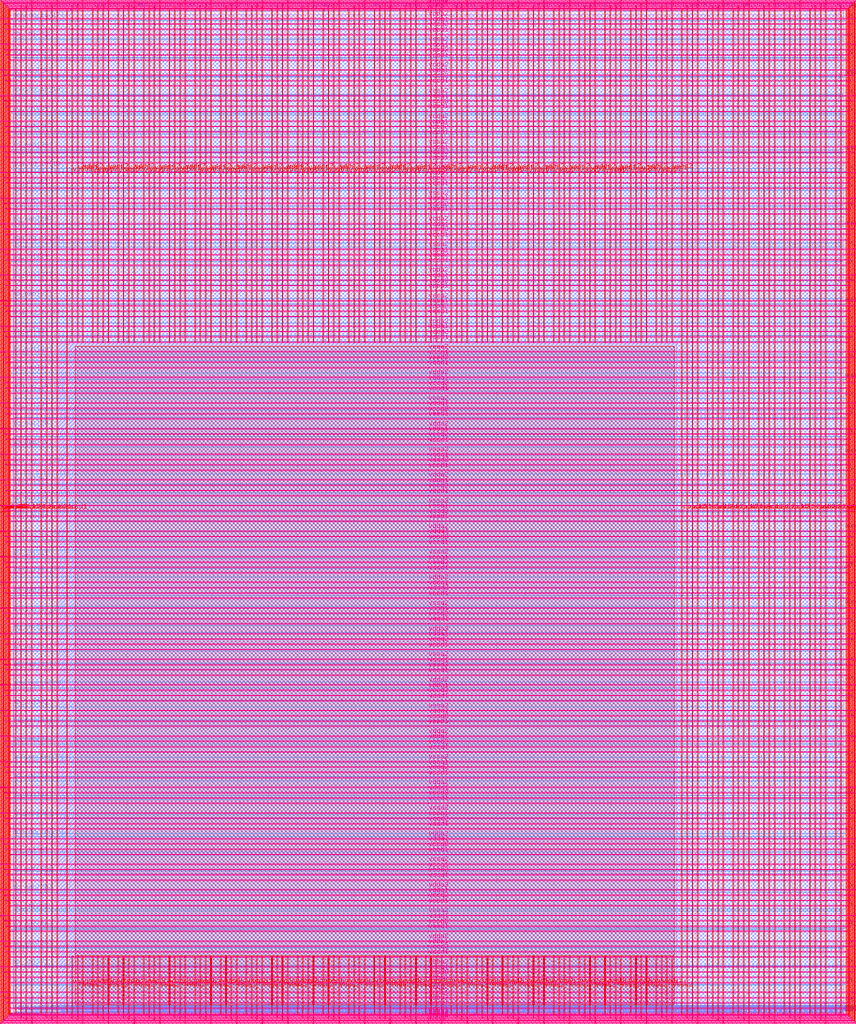
<source format=lef>
VERSION 5.7 ;
  NOWIREEXTENSIONATPIN ON ;
  DIVIDERCHAR "/" ;
  BUSBITCHARS "[]" ;
MACRO user_project_wrapper
  CLASS BLOCK ;
  FOREIGN user_project_wrapper ;
  ORIGIN 0.000 0.000 ;
  SIZE 2920.000 BY 3520.000 ;
  PIN analog_io[0]
    DIRECTION INOUT ;
    USE SIGNAL ;
    PORT
      LAYER met3 ;
        RECT 2917.600 1426.380 2924.800 1427.580 ;
    END
  END analog_io[0]
  PIN analog_io[10]
    DIRECTION INOUT ;
    USE SIGNAL ;
    PORT
      LAYER met2 ;
        RECT 2230.490 3517.600 2231.050 3524.800 ;
    END
  END analog_io[10]
  PIN analog_io[11]
    DIRECTION INOUT ;
    USE SIGNAL ;
    PORT
      LAYER met2 ;
        RECT 1905.730 3517.600 1906.290 3524.800 ;
    END
  END analog_io[11]
  PIN analog_io[12]
    DIRECTION INOUT ;
    USE SIGNAL ;
    PORT
      LAYER met2 ;
        RECT 1581.430 3517.600 1581.990 3524.800 ;
    END
  END analog_io[12]
  PIN analog_io[13]
    DIRECTION INOUT ;
    USE SIGNAL ;
    PORT
      LAYER met2 ;
        RECT 1257.130 3517.600 1257.690 3524.800 ;
    END
  END analog_io[13]
  PIN analog_io[14]
    DIRECTION INOUT ;
    USE SIGNAL ;
    PORT
      LAYER met2 ;
        RECT 932.370 3517.600 932.930 3524.800 ;
    END
  END analog_io[14]
  PIN analog_io[15]
    DIRECTION INOUT ;
    USE SIGNAL ;
    PORT
      LAYER met2 ;
        RECT 608.070 3517.600 608.630 3524.800 ;
    END
  END analog_io[15]
  PIN analog_io[16]
    DIRECTION INOUT ;
    USE SIGNAL ;
    PORT
      LAYER met2 ;
        RECT 283.770 3517.600 284.330 3524.800 ;
    END
  END analog_io[16]
  PIN analog_io[17]
    DIRECTION INOUT ;
    USE SIGNAL ;
    PORT
      LAYER met3 ;
        RECT -4.800 3486.100 2.400 3487.300 ;
    END
  END analog_io[17]
  PIN analog_io[18]
    DIRECTION INOUT ;
    USE SIGNAL ;
    PORT
      LAYER met3 ;
        RECT -4.800 3224.980 2.400 3226.180 ;
    END
  END analog_io[18]
  PIN analog_io[19]
    DIRECTION INOUT ;
    USE SIGNAL ;
    PORT
      LAYER met3 ;
        RECT -4.800 2964.540 2.400 2965.740 ;
    END
  END analog_io[19]
  PIN analog_io[1]
    DIRECTION INOUT ;
    USE SIGNAL ;
    PORT
      LAYER met3 ;
        RECT 2917.600 1692.260 2924.800 1693.460 ;
    END
  END analog_io[1]
  PIN analog_io[20]
    DIRECTION INOUT ;
    USE SIGNAL ;
    PORT
      LAYER met3 ;
        RECT -4.800 2703.420 2.400 2704.620 ;
    END
  END analog_io[20]
  PIN analog_io[21]
    DIRECTION INOUT ;
    USE SIGNAL ;
    PORT
      LAYER met3 ;
        RECT -4.800 2442.980 2.400 2444.180 ;
    END
  END analog_io[21]
  PIN analog_io[22]
    DIRECTION INOUT ;
    USE SIGNAL ;
    PORT
      LAYER met3 ;
        RECT -4.800 2182.540 2.400 2183.740 ;
    END
  END analog_io[22]
  PIN analog_io[23]
    DIRECTION INOUT ;
    USE SIGNAL ;
    PORT
      LAYER met3 ;
        RECT -4.800 1921.420 2.400 1922.620 ;
    END
  END analog_io[23]
  PIN analog_io[24]
    DIRECTION INOUT ;
    USE SIGNAL ;
    PORT
      LAYER met3 ;
        RECT -4.800 1660.980 2.400 1662.180 ;
    END
  END analog_io[24]
  PIN analog_io[25]
    DIRECTION INOUT ;
    USE SIGNAL ;
    PORT
      LAYER met3 ;
        RECT -4.800 1399.860 2.400 1401.060 ;
    END
  END analog_io[25]
  PIN analog_io[26]
    DIRECTION INOUT ;
    USE SIGNAL ;
    PORT
      LAYER met3 ;
        RECT -4.800 1139.420 2.400 1140.620 ;
    END
  END analog_io[26]
  PIN analog_io[27]
    DIRECTION INOUT ;
    USE SIGNAL ;
    PORT
      LAYER met3 ;
        RECT -4.800 878.980 2.400 880.180 ;
    END
  END analog_io[27]
  PIN analog_io[28]
    DIRECTION INOUT ;
    USE SIGNAL ;
    PORT
      LAYER met3 ;
        RECT -4.800 617.860 2.400 619.060 ;
    END
  END analog_io[28]
  PIN analog_io[2]
    DIRECTION INOUT ;
    USE SIGNAL ;
    PORT
      LAYER met3 ;
        RECT 2917.600 1958.140 2924.800 1959.340 ;
    END
  END analog_io[2]
  PIN analog_io[3]
    DIRECTION INOUT ;
    USE SIGNAL ;
    PORT
      LAYER met3 ;
        RECT 2917.600 2223.340 2924.800 2224.540 ;
    END
  END analog_io[3]
  PIN analog_io[4]
    DIRECTION INOUT ;
    USE SIGNAL ;
    PORT
      LAYER met3 ;
        RECT 2917.600 2489.220 2924.800 2490.420 ;
    END
  END analog_io[4]
  PIN analog_io[5]
    DIRECTION INOUT ;
    USE SIGNAL ;
    PORT
      LAYER met3 ;
        RECT 2917.600 2755.100 2924.800 2756.300 ;
    END
  END analog_io[5]
  PIN analog_io[6]
    DIRECTION INOUT ;
    USE SIGNAL ;
    PORT
      LAYER met3 ;
        RECT 2917.600 3020.300 2924.800 3021.500 ;
    END
  END analog_io[6]
  PIN analog_io[7]
    DIRECTION INOUT ;
    USE SIGNAL ;
    PORT
      LAYER met3 ;
        RECT 2917.600 3286.180 2924.800 3287.380 ;
    END
  END analog_io[7]
  PIN analog_io[8]
    DIRECTION INOUT ;
    USE SIGNAL ;
    PORT
      LAYER met2 ;
        RECT 2879.090 3517.600 2879.650 3524.800 ;
    END
  END analog_io[8]
  PIN analog_io[9]
    DIRECTION INOUT ;
    USE SIGNAL ;
    PORT
      LAYER met2 ;
        RECT 2554.790 3517.600 2555.350 3524.800 ;
    END
  END analog_io[9]
  PIN io_in[0]
    DIRECTION INPUT ;
    USE SIGNAL ;
    PORT
      LAYER met3 ;
        RECT 2917.600 32.380 2924.800 33.580 ;
    END
  END io_in[0]
  PIN io_in[10]
    DIRECTION INPUT ;
    USE SIGNAL ;
    PORT
      LAYER met3 ;
        RECT 2917.600 2289.980 2924.800 2291.180 ;
    END
  END io_in[10]
  PIN io_in[11]
    DIRECTION INPUT ;
    USE SIGNAL ;
    PORT
      LAYER met3 ;
        RECT 2917.600 2555.860 2924.800 2557.060 ;
    END
  END io_in[11]
  PIN io_in[12]
    DIRECTION INPUT ;
    USE SIGNAL ;
    PORT
      LAYER met3 ;
        RECT 2917.600 2821.060 2924.800 2822.260 ;
    END
  END io_in[12]
  PIN io_in[13]
    DIRECTION INPUT ;
    USE SIGNAL ;
    PORT
      LAYER met3 ;
        RECT 2917.600 3086.940 2924.800 3088.140 ;
    END
  END io_in[13]
  PIN io_in[14]
    DIRECTION INPUT ;
    USE SIGNAL ;
    PORT
      LAYER met3 ;
        RECT 2917.600 3352.820 2924.800 3354.020 ;
    END
  END io_in[14]
  PIN io_in[15]
    DIRECTION INPUT ;
    USE SIGNAL ;
    PORT
      LAYER met2 ;
        RECT 2798.130 3517.600 2798.690 3524.800 ;
    END
  END io_in[15]
  PIN io_in[16]
    DIRECTION INPUT ;
    USE SIGNAL ;
    PORT
      LAYER met2 ;
        RECT 2473.830 3517.600 2474.390 3524.800 ;
    END
  END io_in[16]
  PIN io_in[17]
    DIRECTION INPUT ;
    USE SIGNAL ;
    PORT
      LAYER met2 ;
        RECT 2149.070 3517.600 2149.630 3524.800 ;
    END
  END io_in[17]
  PIN io_in[18]
    DIRECTION INPUT ;
    USE SIGNAL ;
    PORT
      LAYER met2 ;
        RECT 1824.770 3517.600 1825.330 3524.800 ;
    END
  END io_in[18]
  PIN io_in[19]
    DIRECTION INPUT ;
    USE SIGNAL ;
    PORT
      LAYER met2 ;
        RECT 1500.470 3517.600 1501.030 3524.800 ;
    END
  END io_in[19]
  PIN io_in[1]
    DIRECTION INPUT ;
    USE SIGNAL ;
    PORT
      LAYER met3 ;
        RECT 2917.600 230.940 2924.800 232.140 ;
    END
  END io_in[1]
  PIN io_in[20]
    DIRECTION INPUT ;
    USE SIGNAL ;
    PORT
      LAYER met2 ;
        RECT 1175.710 3517.600 1176.270 3524.800 ;
    END
  END io_in[20]
  PIN io_in[21]
    DIRECTION INPUT ;
    USE SIGNAL ;
    PORT
      LAYER met2 ;
        RECT 851.410 3517.600 851.970 3524.800 ;
    END
  END io_in[21]
  PIN io_in[22]
    DIRECTION INPUT ;
    USE SIGNAL ;
    PORT
      LAYER met2 ;
        RECT 527.110 3517.600 527.670 3524.800 ;
    END
  END io_in[22]
  PIN io_in[23]
    DIRECTION INPUT ;
    USE SIGNAL ;
    PORT
      LAYER met2 ;
        RECT 202.350 3517.600 202.910 3524.800 ;
    END
  END io_in[23]
  PIN io_in[24]
    DIRECTION INPUT ;
    USE SIGNAL ;
    PORT
      LAYER met3 ;
        RECT -4.800 3420.820 2.400 3422.020 ;
    END
  END io_in[24]
  PIN io_in[25]
    DIRECTION INPUT ;
    USE SIGNAL ;
    PORT
      LAYER met3 ;
        RECT -4.800 3159.700 2.400 3160.900 ;
    END
  END io_in[25]
  PIN io_in[26]
    DIRECTION INPUT ;
    USE SIGNAL ;
    PORT
      LAYER met3 ;
        RECT -4.800 2899.260 2.400 2900.460 ;
    END
  END io_in[26]
  PIN io_in[27]
    DIRECTION INPUT ;
    USE SIGNAL ;
    PORT
      LAYER met3 ;
        RECT -4.800 2638.820 2.400 2640.020 ;
    END
  END io_in[27]
  PIN io_in[28]
    DIRECTION INPUT ;
    USE SIGNAL ;
    PORT
      LAYER met3 ;
        RECT -4.800 2377.700 2.400 2378.900 ;
    END
  END io_in[28]
  PIN io_in[29]
    DIRECTION INPUT ;
    USE SIGNAL ;
    PORT
      LAYER met3 ;
        RECT -4.800 2117.260 2.400 2118.460 ;
    END
  END io_in[29]
  PIN io_in[2]
    DIRECTION INPUT ;
    USE SIGNAL ;
    PORT
      LAYER met3 ;
        RECT 2917.600 430.180 2924.800 431.380 ;
    END
  END io_in[2]
  PIN io_in[30]
    DIRECTION INPUT ;
    USE SIGNAL ;
    PORT
      LAYER met3 ;
        RECT -4.800 1856.140 2.400 1857.340 ;
    END
  END io_in[30]
  PIN io_in[31]
    DIRECTION INPUT ;
    USE SIGNAL ;
    PORT
      LAYER met3 ;
        RECT -4.800 1595.700 2.400 1596.900 ;
    END
  END io_in[31]
  PIN io_in[32]
    DIRECTION INPUT ;
    USE SIGNAL ;
    PORT
      LAYER met3 ;
        RECT -4.800 1335.260 2.400 1336.460 ;
    END
  END io_in[32]
  PIN io_in[33]
    DIRECTION INPUT ;
    USE SIGNAL ;
    PORT
      LAYER met3 ;
        RECT -4.800 1074.140 2.400 1075.340 ;
    END
  END io_in[33]
  PIN io_in[34]
    DIRECTION INPUT ;
    USE SIGNAL ;
    PORT
      LAYER met3 ;
        RECT -4.800 813.700 2.400 814.900 ;
    END
  END io_in[34]
  PIN io_in[35]
    DIRECTION INPUT ;
    USE SIGNAL ;
    PORT
      LAYER met3 ;
        RECT -4.800 552.580 2.400 553.780 ;
    END
  END io_in[35]
  PIN io_in[36]
    DIRECTION INPUT ;
    USE SIGNAL ;
    PORT
      LAYER met3 ;
        RECT -4.800 357.420 2.400 358.620 ;
    END
  END io_in[36]
  PIN io_in[37]
    DIRECTION INPUT ;
    USE SIGNAL ;
    PORT
      LAYER met3 ;
        RECT -4.800 161.580 2.400 162.780 ;
    END
  END io_in[37]
  PIN io_in[3]
    DIRECTION INPUT ;
    USE SIGNAL ;
    PORT
      LAYER met3 ;
        RECT 2917.600 629.420 2924.800 630.620 ;
    END
  END io_in[3]
  PIN io_in[4]
    DIRECTION INPUT ;
    USE SIGNAL ;
    PORT
      LAYER met3 ;
        RECT 2917.600 828.660 2924.800 829.860 ;
    END
  END io_in[4]
  PIN io_in[5]
    DIRECTION INPUT ;
    USE SIGNAL ;
    PORT
      LAYER met3 ;
        RECT 2917.600 1027.900 2924.800 1029.100 ;
    END
  END io_in[5]
  PIN io_in[6]
    DIRECTION INPUT ;
    USE SIGNAL ;
    PORT
      LAYER met3 ;
        RECT 2917.600 1227.140 2924.800 1228.340 ;
    END
  END io_in[6]
  PIN io_in[7]
    DIRECTION INPUT ;
    USE SIGNAL ;
    PORT
      LAYER met3 ;
        RECT 2917.600 1493.020 2924.800 1494.220 ;
    END
  END io_in[7]
  PIN io_in[8]
    DIRECTION INPUT ;
    USE SIGNAL ;
    PORT
      LAYER met3 ;
        RECT 2917.600 1758.900 2924.800 1760.100 ;
    END
  END io_in[8]
  PIN io_in[9]
    DIRECTION INPUT ;
    USE SIGNAL ;
    PORT
      LAYER met3 ;
        RECT 2917.600 2024.100 2924.800 2025.300 ;
    END
  END io_in[9]
  PIN io_oeb[0]
    DIRECTION OUTPUT TRISTATE ;
    USE SIGNAL ;
    PORT
      LAYER met3 ;
        RECT 2917.600 164.980 2924.800 166.180 ;
    END
  END io_oeb[0]
  PIN io_oeb[10]
    DIRECTION OUTPUT TRISTATE ;
    USE SIGNAL ;
    PORT
      LAYER met3 ;
        RECT 2917.600 2422.580 2924.800 2423.780 ;
    END
  END io_oeb[10]
  PIN io_oeb[11]
    DIRECTION OUTPUT TRISTATE ;
    USE SIGNAL ;
    PORT
      LAYER met3 ;
        RECT 2917.600 2688.460 2924.800 2689.660 ;
    END
  END io_oeb[11]
  PIN io_oeb[12]
    DIRECTION OUTPUT TRISTATE ;
    USE SIGNAL ;
    PORT
      LAYER met3 ;
        RECT 2917.600 2954.340 2924.800 2955.540 ;
    END
  END io_oeb[12]
  PIN io_oeb[13]
    DIRECTION OUTPUT TRISTATE ;
    USE SIGNAL ;
    PORT
      LAYER met3 ;
        RECT 2917.600 3219.540 2924.800 3220.740 ;
    END
  END io_oeb[13]
  PIN io_oeb[14]
    DIRECTION OUTPUT TRISTATE ;
    USE SIGNAL ;
    PORT
      LAYER met3 ;
        RECT 2917.600 3485.420 2924.800 3486.620 ;
    END
  END io_oeb[14]
  PIN io_oeb[15]
    DIRECTION OUTPUT TRISTATE ;
    USE SIGNAL ;
    PORT
      LAYER met2 ;
        RECT 2635.750 3517.600 2636.310 3524.800 ;
    END
  END io_oeb[15]
  PIN io_oeb[16]
    DIRECTION OUTPUT TRISTATE ;
    USE SIGNAL ;
    PORT
      LAYER met2 ;
        RECT 2311.450 3517.600 2312.010 3524.800 ;
    END
  END io_oeb[16]
  PIN io_oeb[17]
    DIRECTION OUTPUT TRISTATE ;
    USE SIGNAL ;
    PORT
      LAYER met2 ;
        RECT 1987.150 3517.600 1987.710 3524.800 ;
    END
  END io_oeb[17]
  PIN io_oeb[18]
    DIRECTION OUTPUT TRISTATE ;
    USE SIGNAL ;
    PORT
      LAYER met2 ;
        RECT 1662.390 3517.600 1662.950 3524.800 ;
    END
  END io_oeb[18]
  PIN io_oeb[19]
    DIRECTION OUTPUT TRISTATE ;
    USE SIGNAL ;
    PORT
      LAYER met2 ;
        RECT 1338.090 3517.600 1338.650 3524.800 ;
    END
  END io_oeb[19]
  PIN io_oeb[1]
    DIRECTION OUTPUT TRISTATE ;
    USE SIGNAL ;
    PORT
      LAYER met3 ;
        RECT 2917.600 364.220 2924.800 365.420 ;
    END
  END io_oeb[1]
  PIN io_oeb[20]
    DIRECTION OUTPUT TRISTATE ;
    USE SIGNAL ;
    PORT
      LAYER met2 ;
        RECT 1013.790 3517.600 1014.350 3524.800 ;
    END
  END io_oeb[20]
  PIN io_oeb[21]
    DIRECTION OUTPUT TRISTATE ;
    USE SIGNAL ;
    PORT
      LAYER met2 ;
        RECT 689.030 3517.600 689.590 3524.800 ;
    END
  END io_oeb[21]
  PIN io_oeb[22]
    DIRECTION OUTPUT TRISTATE ;
    USE SIGNAL ;
    PORT
      LAYER met2 ;
        RECT 364.730 3517.600 365.290 3524.800 ;
    END
  END io_oeb[22]
  PIN io_oeb[23]
    DIRECTION OUTPUT TRISTATE ;
    USE SIGNAL ;
    PORT
      LAYER met2 ;
        RECT 40.430 3517.600 40.990 3524.800 ;
    END
  END io_oeb[23]
  PIN io_oeb[24]
    DIRECTION OUTPUT TRISTATE ;
    USE SIGNAL ;
    PORT
      LAYER met3 ;
        RECT -4.800 3290.260 2.400 3291.460 ;
    END
  END io_oeb[24]
  PIN io_oeb[25]
    DIRECTION OUTPUT TRISTATE ;
    USE SIGNAL ;
    PORT
      LAYER met3 ;
        RECT -4.800 3029.820 2.400 3031.020 ;
    END
  END io_oeb[25]
  PIN io_oeb[26]
    DIRECTION OUTPUT TRISTATE ;
    USE SIGNAL ;
    PORT
      LAYER met3 ;
        RECT -4.800 2768.700 2.400 2769.900 ;
    END
  END io_oeb[26]
  PIN io_oeb[27]
    DIRECTION OUTPUT TRISTATE ;
    USE SIGNAL ;
    PORT
      LAYER met3 ;
        RECT -4.800 2508.260 2.400 2509.460 ;
    END
  END io_oeb[27]
  PIN io_oeb[28]
    DIRECTION OUTPUT TRISTATE ;
    USE SIGNAL ;
    PORT
      LAYER met3 ;
        RECT -4.800 2247.140 2.400 2248.340 ;
    END
  END io_oeb[28]
  PIN io_oeb[29]
    DIRECTION OUTPUT TRISTATE ;
    USE SIGNAL ;
    PORT
      LAYER met3 ;
        RECT -4.800 1986.700 2.400 1987.900 ;
    END
  END io_oeb[29]
  PIN io_oeb[2]
    DIRECTION OUTPUT TRISTATE ;
    USE SIGNAL ;
    PORT
      LAYER met3 ;
        RECT 2917.600 563.460 2924.800 564.660 ;
    END
  END io_oeb[2]
  PIN io_oeb[30]
    DIRECTION OUTPUT TRISTATE ;
    USE SIGNAL ;
    PORT
      LAYER met3 ;
        RECT -4.800 1726.260 2.400 1727.460 ;
    END
  END io_oeb[30]
  PIN io_oeb[31]
    DIRECTION OUTPUT TRISTATE ;
    USE SIGNAL ;
    PORT
      LAYER met3 ;
        RECT -4.800 1465.140 2.400 1466.340 ;
    END
  END io_oeb[31]
  PIN io_oeb[32]
    DIRECTION OUTPUT TRISTATE ;
    USE SIGNAL ;
    PORT
      LAYER met3 ;
        RECT -4.800 1204.700 2.400 1205.900 ;
    END
  END io_oeb[32]
  PIN io_oeb[33]
    DIRECTION OUTPUT TRISTATE ;
    USE SIGNAL ;
    PORT
      LAYER met3 ;
        RECT -4.800 943.580 2.400 944.780 ;
    END
  END io_oeb[33]
  PIN io_oeb[34]
    DIRECTION OUTPUT TRISTATE ;
    USE SIGNAL ;
    PORT
      LAYER met3 ;
        RECT -4.800 683.140 2.400 684.340 ;
    END
  END io_oeb[34]
  PIN io_oeb[35]
    DIRECTION OUTPUT TRISTATE ;
    USE SIGNAL ;
    PORT
      LAYER met3 ;
        RECT -4.800 422.700 2.400 423.900 ;
    END
  END io_oeb[35]
  PIN io_oeb[36]
    DIRECTION OUTPUT TRISTATE ;
    USE SIGNAL ;
    PORT
      LAYER met3 ;
        RECT -4.800 226.860 2.400 228.060 ;
    END
  END io_oeb[36]
  PIN io_oeb[37]
    DIRECTION OUTPUT TRISTATE ;
    USE SIGNAL ;
    PORT
      LAYER met3 ;
        RECT -4.800 31.700 2.400 32.900 ;
    END
  END io_oeb[37]
  PIN io_oeb[3]
    DIRECTION OUTPUT TRISTATE ;
    USE SIGNAL ;
    PORT
      LAYER met3 ;
        RECT 2917.600 762.700 2924.800 763.900 ;
    END
  END io_oeb[3]
  PIN io_oeb[4]
    DIRECTION OUTPUT TRISTATE ;
    USE SIGNAL ;
    PORT
      LAYER met3 ;
        RECT 2917.600 961.940 2924.800 963.140 ;
    END
  END io_oeb[4]
  PIN io_oeb[5]
    DIRECTION OUTPUT TRISTATE ;
    USE SIGNAL ;
    PORT
      LAYER met3 ;
        RECT 2917.600 1161.180 2924.800 1162.380 ;
    END
  END io_oeb[5]
  PIN io_oeb[6]
    DIRECTION OUTPUT TRISTATE ;
    USE SIGNAL ;
    PORT
      LAYER met3 ;
        RECT 2917.600 1360.420 2924.800 1361.620 ;
    END
  END io_oeb[6]
  PIN io_oeb[7]
    DIRECTION OUTPUT TRISTATE ;
    USE SIGNAL ;
    PORT
      LAYER met3 ;
        RECT 2917.600 1625.620 2924.800 1626.820 ;
    END
  END io_oeb[7]
  PIN io_oeb[8]
    DIRECTION OUTPUT TRISTATE ;
    USE SIGNAL ;
    PORT
      LAYER met3 ;
        RECT 2917.600 1891.500 2924.800 1892.700 ;
    END
  END io_oeb[8]
  PIN io_oeb[9]
    DIRECTION OUTPUT TRISTATE ;
    USE SIGNAL ;
    PORT
      LAYER met3 ;
        RECT 2917.600 2157.380 2924.800 2158.580 ;
    END
  END io_oeb[9]
  PIN io_out[0]
    DIRECTION OUTPUT TRISTATE ;
    USE SIGNAL ;
    PORT
      LAYER met3 ;
        RECT 2917.600 98.340 2924.800 99.540 ;
    END
  END io_out[0]
  PIN io_out[10]
    DIRECTION OUTPUT TRISTATE ;
    USE SIGNAL ;
    PORT
      LAYER met3 ;
        RECT 2917.600 2356.620 2924.800 2357.820 ;
    END
  END io_out[10]
  PIN io_out[11]
    DIRECTION OUTPUT TRISTATE ;
    USE SIGNAL ;
    PORT
      LAYER met3 ;
        RECT 2917.600 2621.820 2924.800 2623.020 ;
    END
  END io_out[11]
  PIN io_out[12]
    DIRECTION OUTPUT TRISTATE ;
    USE SIGNAL ;
    PORT
      LAYER met3 ;
        RECT 2917.600 2887.700 2924.800 2888.900 ;
    END
  END io_out[12]
  PIN io_out[13]
    DIRECTION OUTPUT TRISTATE ;
    USE SIGNAL ;
    PORT
      LAYER met3 ;
        RECT 2917.600 3153.580 2924.800 3154.780 ;
    END
  END io_out[13]
  PIN io_out[14]
    DIRECTION OUTPUT TRISTATE ;
    USE SIGNAL ;
    PORT
      LAYER met3 ;
        RECT 2917.600 3418.780 2924.800 3419.980 ;
    END
  END io_out[14]
  PIN io_out[15]
    DIRECTION OUTPUT TRISTATE ;
    USE SIGNAL ;
    PORT
      LAYER met2 ;
        RECT 2717.170 3517.600 2717.730 3524.800 ;
    END
  END io_out[15]
  PIN io_out[16]
    DIRECTION OUTPUT TRISTATE ;
    USE SIGNAL ;
    PORT
      LAYER met2 ;
        RECT 2392.410 3517.600 2392.970 3524.800 ;
    END
  END io_out[16]
  PIN io_out[17]
    DIRECTION OUTPUT TRISTATE ;
    USE SIGNAL ;
    PORT
      LAYER met2 ;
        RECT 2068.110 3517.600 2068.670 3524.800 ;
    END
  END io_out[17]
  PIN io_out[18]
    DIRECTION OUTPUT TRISTATE ;
    USE SIGNAL ;
    PORT
      LAYER met2 ;
        RECT 1743.810 3517.600 1744.370 3524.800 ;
    END
  END io_out[18]
  PIN io_out[19]
    DIRECTION OUTPUT TRISTATE ;
    USE SIGNAL ;
    PORT
      LAYER met2 ;
        RECT 1419.050 3517.600 1419.610 3524.800 ;
    END
  END io_out[19]
  PIN io_out[1]
    DIRECTION OUTPUT TRISTATE ;
    USE SIGNAL ;
    PORT
      LAYER met3 ;
        RECT 2917.600 297.580 2924.800 298.780 ;
    END
  END io_out[1]
  PIN io_out[20]
    DIRECTION OUTPUT TRISTATE ;
    USE SIGNAL ;
    PORT
      LAYER met2 ;
        RECT 1094.750 3517.600 1095.310 3524.800 ;
    END
  END io_out[20]
  PIN io_out[21]
    DIRECTION OUTPUT TRISTATE ;
    USE SIGNAL ;
    PORT
      LAYER met2 ;
        RECT 770.450 3517.600 771.010 3524.800 ;
    END
  END io_out[21]
  PIN io_out[22]
    DIRECTION OUTPUT TRISTATE ;
    USE SIGNAL ;
    PORT
      LAYER met2 ;
        RECT 445.690 3517.600 446.250 3524.800 ;
    END
  END io_out[22]
  PIN io_out[23]
    DIRECTION OUTPUT TRISTATE ;
    USE SIGNAL ;
    PORT
      LAYER met2 ;
        RECT 121.390 3517.600 121.950 3524.800 ;
    END
  END io_out[23]
  PIN io_out[24]
    DIRECTION OUTPUT TRISTATE ;
    USE SIGNAL ;
    PORT
      LAYER met3 ;
        RECT -4.800 3355.540 2.400 3356.740 ;
    END
  END io_out[24]
  PIN io_out[25]
    DIRECTION OUTPUT TRISTATE ;
    USE SIGNAL ;
    PORT
      LAYER met3 ;
        RECT -4.800 3095.100 2.400 3096.300 ;
    END
  END io_out[25]
  PIN io_out[26]
    DIRECTION OUTPUT TRISTATE ;
    USE SIGNAL ;
    PORT
      LAYER met3 ;
        RECT -4.800 2833.980 2.400 2835.180 ;
    END
  END io_out[26]
  PIN io_out[27]
    DIRECTION OUTPUT TRISTATE ;
    USE SIGNAL ;
    PORT
      LAYER met3 ;
        RECT -4.800 2573.540 2.400 2574.740 ;
    END
  END io_out[27]
  PIN io_out[28]
    DIRECTION OUTPUT TRISTATE ;
    USE SIGNAL ;
    PORT
      LAYER met3 ;
        RECT -4.800 2312.420 2.400 2313.620 ;
    END
  END io_out[28]
  PIN io_out[29]
    DIRECTION OUTPUT TRISTATE ;
    USE SIGNAL ;
    PORT
      LAYER met3 ;
        RECT -4.800 2051.980 2.400 2053.180 ;
    END
  END io_out[29]
  PIN io_out[2]
    DIRECTION OUTPUT TRISTATE ;
    USE SIGNAL ;
    PORT
      LAYER met3 ;
        RECT 2917.600 496.820 2924.800 498.020 ;
    END
  END io_out[2]
  PIN io_out[30]
    DIRECTION OUTPUT TRISTATE ;
    USE SIGNAL ;
    PORT
      LAYER met3 ;
        RECT -4.800 1791.540 2.400 1792.740 ;
    END
  END io_out[30]
  PIN io_out[31]
    DIRECTION OUTPUT TRISTATE ;
    USE SIGNAL ;
    PORT
      LAYER met3 ;
        RECT -4.800 1530.420 2.400 1531.620 ;
    END
  END io_out[31]
  PIN io_out[32]
    DIRECTION OUTPUT TRISTATE ;
    USE SIGNAL ;
    PORT
      LAYER met3 ;
        RECT -4.800 1269.980 2.400 1271.180 ;
    END
  END io_out[32]
  PIN io_out[33]
    DIRECTION OUTPUT TRISTATE ;
    USE SIGNAL ;
    PORT
      LAYER met3 ;
        RECT -4.800 1008.860 2.400 1010.060 ;
    END
  END io_out[33]
  PIN io_out[34]
    DIRECTION OUTPUT TRISTATE ;
    USE SIGNAL ;
    PORT
      LAYER met3 ;
        RECT -4.800 748.420 2.400 749.620 ;
    END
  END io_out[34]
  PIN io_out[35]
    DIRECTION OUTPUT TRISTATE ;
    USE SIGNAL ;
    PORT
      LAYER met3 ;
        RECT -4.800 487.300 2.400 488.500 ;
    END
  END io_out[35]
  PIN io_out[36]
    DIRECTION OUTPUT TRISTATE ;
    USE SIGNAL ;
    PORT
      LAYER met3 ;
        RECT -4.800 292.140 2.400 293.340 ;
    END
  END io_out[36]
  PIN io_out[37]
    DIRECTION OUTPUT TRISTATE ;
    USE SIGNAL ;
    PORT
      LAYER met3 ;
        RECT -4.800 96.300 2.400 97.500 ;
    END
  END io_out[37]
  PIN io_out[3]
    DIRECTION OUTPUT TRISTATE ;
    USE SIGNAL ;
    PORT
      LAYER met3 ;
        RECT 2917.600 696.060 2924.800 697.260 ;
    END
  END io_out[3]
  PIN io_out[4]
    DIRECTION OUTPUT TRISTATE ;
    USE SIGNAL ;
    PORT
      LAYER met3 ;
        RECT 2917.600 895.300 2924.800 896.500 ;
    END
  END io_out[4]
  PIN io_out[5]
    DIRECTION OUTPUT TRISTATE ;
    USE SIGNAL ;
    PORT
      LAYER met3 ;
        RECT 2917.600 1094.540 2924.800 1095.740 ;
    END
  END io_out[5]
  PIN io_out[6]
    DIRECTION OUTPUT TRISTATE ;
    USE SIGNAL ;
    PORT
      LAYER met3 ;
        RECT 2917.600 1293.780 2924.800 1294.980 ;
    END
  END io_out[6]
  PIN io_out[7]
    DIRECTION OUTPUT TRISTATE ;
    USE SIGNAL ;
    PORT
      LAYER met3 ;
        RECT 2917.600 1559.660 2924.800 1560.860 ;
    END
  END io_out[7]
  PIN io_out[8]
    DIRECTION OUTPUT TRISTATE ;
    USE SIGNAL ;
    PORT
      LAYER met3 ;
        RECT 2917.600 1824.860 2924.800 1826.060 ;
    END
  END io_out[8]
  PIN io_out[9]
    DIRECTION OUTPUT TRISTATE ;
    USE SIGNAL ;
    PORT
      LAYER met3 ;
        RECT 2917.600 2090.740 2924.800 2091.940 ;
    END
  END io_out[9]
  PIN la_data_in[0]
    DIRECTION INPUT ;
    USE SIGNAL ;
    PORT
      LAYER met2 ;
        RECT 629.230 -4.800 629.790 2.400 ;
    END
  END la_data_in[0]
  PIN la_data_in[100]
    DIRECTION INPUT ;
    USE SIGNAL ;
    PORT
      LAYER met2 ;
        RECT 2402.530 -4.800 2403.090 2.400 ;
    END
  END la_data_in[100]
  PIN la_data_in[101]
    DIRECTION INPUT ;
    USE SIGNAL ;
    PORT
      LAYER met2 ;
        RECT 2420.010 -4.800 2420.570 2.400 ;
    END
  END la_data_in[101]
  PIN la_data_in[102]
    DIRECTION INPUT ;
    USE SIGNAL ;
    PORT
      LAYER met2 ;
        RECT 2437.950 -4.800 2438.510 2.400 ;
    END
  END la_data_in[102]
  PIN la_data_in[103]
    DIRECTION INPUT ;
    USE SIGNAL ;
    PORT
      LAYER met2 ;
        RECT 2455.430 -4.800 2455.990 2.400 ;
    END
  END la_data_in[103]
  PIN la_data_in[104]
    DIRECTION INPUT ;
    USE SIGNAL ;
    PORT
      LAYER met2 ;
        RECT 2473.370 -4.800 2473.930 2.400 ;
    END
  END la_data_in[104]
  PIN la_data_in[105]
    DIRECTION INPUT ;
    USE SIGNAL ;
    PORT
      LAYER met2 ;
        RECT 2490.850 -4.800 2491.410 2.400 ;
    END
  END la_data_in[105]
  PIN la_data_in[106]
    DIRECTION INPUT ;
    USE SIGNAL ;
    PORT
      LAYER met2 ;
        RECT 2508.790 -4.800 2509.350 2.400 ;
    END
  END la_data_in[106]
  PIN la_data_in[107]
    DIRECTION INPUT ;
    USE SIGNAL ;
    PORT
      LAYER met2 ;
        RECT 2526.730 -4.800 2527.290 2.400 ;
    END
  END la_data_in[107]
  PIN la_data_in[108]
    DIRECTION INPUT ;
    USE SIGNAL ;
    PORT
      LAYER met2 ;
        RECT 2544.210 -4.800 2544.770 2.400 ;
    END
  END la_data_in[108]
  PIN la_data_in[109]
    DIRECTION INPUT ;
    USE SIGNAL ;
    PORT
      LAYER met2 ;
        RECT 2562.150 -4.800 2562.710 2.400 ;
    END
  END la_data_in[109]
  PIN la_data_in[10]
    DIRECTION INPUT ;
    USE SIGNAL ;
    PORT
      LAYER met2 ;
        RECT 806.330 -4.800 806.890 2.400 ;
    END
  END la_data_in[10]
  PIN la_data_in[110]
    DIRECTION INPUT ;
    USE SIGNAL ;
    PORT
      LAYER met2 ;
        RECT 2579.630 -4.800 2580.190 2.400 ;
    END
  END la_data_in[110]
  PIN la_data_in[111]
    DIRECTION INPUT ;
    USE SIGNAL ;
    PORT
      LAYER met2 ;
        RECT 2597.570 -4.800 2598.130 2.400 ;
    END
  END la_data_in[111]
  PIN la_data_in[112]
    DIRECTION INPUT ;
    USE SIGNAL ;
    PORT
      LAYER met2 ;
        RECT 2615.050 -4.800 2615.610 2.400 ;
    END
  END la_data_in[112]
  PIN la_data_in[113]
    DIRECTION INPUT ;
    USE SIGNAL ;
    PORT
      LAYER met2 ;
        RECT 2632.990 -4.800 2633.550 2.400 ;
    END
  END la_data_in[113]
  PIN la_data_in[114]
    DIRECTION INPUT ;
    USE SIGNAL ;
    PORT
      LAYER met2 ;
        RECT 2650.470 -4.800 2651.030 2.400 ;
    END
  END la_data_in[114]
  PIN la_data_in[115]
    DIRECTION INPUT ;
    USE SIGNAL ;
    PORT
      LAYER met2 ;
        RECT 2668.410 -4.800 2668.970 2.400 ;
    END
  END la_data_in[115]
  PIN la_data_in[116]
    DIRECTION INPUT ;
    USE SIGNAL ;
    PORT
      LAYER met2 ;
        RECT 2685.890 -4.800 2686.450 2.400 ;
    END
  END la_data_in[116]
  PIN la_data_in[117]
    DIRECTION INPUT ;
    USE SIGNAL ;
    PORT
      LAYER met2 ;
        RECT 2703.830 -4.800 2704.390 2.400 ;
    END
  END la_data_in[117]
  PIN la_data_in[118]
    DIRECTION INPUT ;
    USE SIGNAL ;
    PORT
      LAYER met2 ;
        RECT 2721.770 -4.800 2722.330 2.400 ;
    END
  END la_data_in[118]
  PIN la_data_in[119]
    DIRECTION INPUT ;
    USE SIGNAL ;
    PORT
      LAYER met2 ;
        RECT 2739.250 -4.800 2739.810 2.400 ;
    END
  END la_data_in[119]
  PIN la_data_in[11]
    DIRECTION INPUT ;
    USE SIGNAL ;
    PORT
      LAYER met2 ;
        RECT 824.270 -4.800 824.830 2.400 ;
    END
  END la_data_in[11]
  PIN la_data_in[120]
    DIRECTION INPUT ;
    USE SIGNAL ;
    PORT
      LAYER met2 ;
        RECT 2757.190 -4.800 2757.750 2.400 ;
    END
  END la_data_in[120]
  PIN la_data_in[121]
    DIRECTION INPUT ;
    USE SIGNAL ;
    PORT
      LAYER met2 ;
        RECT 2774.670 -4.800 2775.230 2.400 ;
    END
  END la_data_in[121]
  PIN la_data_in[122]
    DIRECTION INPUT ;
    USE SIGNAL ;
    PORT
      LAYER met2 ;
        RECT 2792.610 -4.800 2793.170 2.400 ;
    END
  END la_data_in[122]
  PIN la_data_in[123]
    DIRECTION INPUT ;
    USE SIGNAL ;
    PORT
      LAYER met2 ;
        RECT 2810.090 -4.800 2810.650 2.400 ;
    END
  END la_data_in[123]
  PIN la_data_in[124]
    DIRECTION INPUT ;
    USE SIGNAL ;
    PORT
      LAYER met2 ;
        RECT 2828.030 -4.800 2828.590 2.400 ;
    END
  END la_data_in[124]
  PIN la_data_in[125]
    DIRECTION INPUT ;
    USE SIGNAL ;
    PORT
      LAYER met2 ;
        RECT 2845.510 -4.800 2846.070 2.400 ;
    END
  END la_data_in[125]
  PIN la_data_in[126]
    DIRECTION INPUT ;
    USE SIGNAL ;
    PORT
      LAYER met2 ;
        RECT 2863.450 -4.800 2864.010 2.400 ;
    END
  END la_data_in[126]
  PIN la_data_in[127]
    DIRECTION INPUT ;
    USE SIGNAL ;
    PORT
      LAYER met2 ;
        RECT 2881.390 -4.800 2881.950 2.400 ;
    END
  END la_data_in[127]
  PIN la_data_in[12]
    DIRECTION INPUT ;
    USE SIGNAL ;
    PORT
      LAYER met2 ;
        RECT 841.750 -4.800 842.310 2.400 ;
    END
  END la_data_in[12]
  PIN la_data_in[13]
    DIRECTION INPUT ;
    USE SIGNAL ;
    PORT
      LAYER met2 ;
        RECT 859.690 -4.800 860.250 2.400 ;
    END
  END la_data_in[13]
  PIN la_data_in[14]
    DIRECTION INPUT ;
    USE SIGNAL ;
    PORT
      LAYER met2 ;
        RECT 877.170 -4.800 877.730 2.400 ;
    END
  END la_data_in[14]
  PIN la_data_in[15]
    DIRECTION INPUT ;
    USE SIGNAL ;
    PORT
      LAYER met2 ;
        RECT 895.110 -4.800 895.670 2.400 ;
    END
  END la_data_in[15]
  PIN la_data_in[16]
    DIRECTION INPUT ;
    USE SIGNAL ;
    PORT
      LAYER met2 ;
        RECT 912.590 -4.800 913.150 2.400 ;
    END
  END la_data_in[16]
  PIN la_data_in[17]
    DIRECTION INPUT ;
    USE SIGNAL ;
    PORT
      LAYER met2 ;
        RECT 930.530 -4.800 931.090 2.400 ;
    END
  END la_data_in[17]
  PIN la_data_in[18]
    DIRECTION INPUT ;
    USE SIGNAL ;
    PORT
      LAYER met2 ;
        RECT 948.470 -4.800 949.030 2.400 ;
    END
  END la_data_in[18]
  PIN la_data_in[19]
    DIRECTION INPUT ;
    USE SIGNAL ;
    PORT
      LAYER met2 ;
        RECT 965.950 -4.800 966.510 2.400 ;
    END
  END la_data_in[19]
  PIN la_data_in[1]
    DIRECTION INPUT ;
    USE SIGNAL ;
    PORT
      LAYER met2 ;
        RECT 646.710 -4.800 647.270 2.400 ;
    END
  END la_data_in[1]
  PIN la_data_in[20]
    DIRECTION INPUT ;
    USE SIGNAL ;
    PORT
      LAYER met2 ;
        RECT 983.890 -4.800 984.450 2.400 ;
    END
  END la_data_in[20]
  PIN la_data_in[21]
    DIRECTION INPUT ;
    USE SIGNAL ;
    PORT
      LAYER met2 ;
        RECT 1001.370 -4.800 1001.930 2.400 ;
    END
  END la_data_in[21]
  PIN la_data_in[22]
    DIRECTION INPUT ;
    USE SIGNAL ;
    PORT
      LAYER met2 ;
        RECT 1019.310 -4.800 1019.870 2.400 ;
    END
  END la_data_in[22]
  PIN la_data_in[23]
    DIRECTION INPUT ;
    USE SIGNAL ;
    PORT
      LAYER met2 ;
        RECT 1036.790 -4.800 1037.350 2.400 ;
    END
  END la_data_in[23]
  PIN la_data_in[24]
    DIRECTION INPUT ;
    USE SIGNAL ;
    PORT
      LAYER met2 ;
        RECT 1054.730 -4.800 1055.290 2.400 ;
    END
  END la_data_in[24]
  PIN la_data_in[25]
    DIRECTION INPUT ;
    USE SIGNAL ;
    PORT
      LAYER met2 ;
        RECT 1072.210 -4.800 1072.770 2.400 ;
    END
  END la_data_in[25]
  PIN la_data_in[26]
    DIRECTION INPUT ;
    USE SIGNAL ;
    PORT
      LAYER met2 ;
        RECT 1090.150 -4.800 1090.710 2.400 ;
    END
  END la_data_in[26]
  PIN la_data_in[27]
    DIRECTION INPUT ;
    USE SIGNAL ;
    PORT
      LAYER met2 ;
        RECT 1107.630 -4.800 1108.190 2.400 ;
    END
  END la_data_in[27]
  PIN la_data_in[28]
    DIRECTION INPUT ;
    USE SIGNAL ;
    PORT
      LAYER met2 ;
        RECT 1125.570 -4.800 1126.130 2.400 ;
    END
  END la_data_in[28]
  PIN la_data_in[29]
    DIRECTION INPUT ;
    USE SIGNAL ;
    PORT
      LAYER met2 ;
        RECT 1143.510 -4.800 1144.070 2.400 ;
    END
  END la_data_in[29]
  PIN la_data_in[2]
    DIRECTION INPUT ;
    USE SIGNAL ;
    PORT
      LAYER met2 ;
        RECT 664.650 -4.800 665.210 2.400 ;
    END
  END la_data_in[2]
  PIN la_data_in[30]
    DIRECTION INPUT ;
    USE SIGNAL ;
    PORT
      LAYER met2 ;
        RECT 1160.990 -4.800 1161.550 2.400 ;
    END
  END la_data_in[30]
  PIN la_data_in[31]
    DIRECTION INPUT ;
    USE SIGNAL ;
    PORT
      LAYER met2 ;
        RECT 1178.930 -4.800 1179.490 2.400 ;
    END
  END la_data_in[31]
  PIN la_data_in[32]
    DIRECTION INPUT ;
    USE SIGNAL ;
    PORT
      LAYER met2 ;
        RECT 1196.410 -4.800 1196.970 2.400 ;
    END
  END la_data_in[32]
  PIN la_data_in[33]
    DIRECTION INPUT ;
    USE SIGNAL ;
    PORT
      LAYER met2 ;
        RECT 1214.350 -4.800 1214.910 2.400 ;
    END
  END la_data_in[33]
  PIN la_data_in[34]
    DIRECTION INPUT ;
    USE SIGNAL ;
    PORT
      LAYER met2 ;
        RECT 1231.830 -4.800 1232.390 2.400 ;
    END
  END la_data_in[34]
  PIN la_data_in[35]
    DIRECTION INPUT ;
    USE SIGNAL ;
    PORT
      LAYER met2 ;
        RECT 1249.770 -4.800 1250.330 2.400 ;
    END
  END la_data_in[35]
  PIN la_data_in[36]
    DIRECTION INPUT ;
    USE SIGNAL ;
    PORT
      LAYER met2 ;
        RECT 1267.250 -4.800 1267.810 2.400 ;
    END
  END la_data_in[36]
  PIN la_data_in[37]
    DIRECTION INPUT ;
    USE SIGNAL ;
    PORT
      LAYER met2 ;
        RECT 1285.190 -4.800 1285.750 2.400 ;
    END
  END la_data_in[37]
  PIN la_data_in[38]
    DIRECTION INPUT ;
    USE SIGNAL ;
    PORT
      LAYER met2 ;
        RECT 1303.130 -4.800 1303.690 2.400 ;
    END
  END la_data_in[38]
  PIN la_data_in[39]
    DIRECTION INPUT ;
    USE SIGNAL ;
    PORT
      LAYER met2 ;
        RECT 1320.610 -4.800 1321.170 2.400 ;
    END
  END la_data_in[39]
  PIN la_data_in[3]
    DIRECTION INPUT ;
    USE SIGNAL ;
    PORT
      LAYER met2 ;
        RECT 682.130 -4.800 682.690 2.400 ;
    END
  END la_data_in[3]
  PIN la_data_in[40]
    DIRECTION INPUT ;
    USE SIGNAL ;
    PORT
      LAYER met2 ;
        RECT 1338.550 -4.800 1339.110 2.400 ;
    END
  END la_data_in[40]
  PIN la_data_in[41]
    DIRECTION INPUT ;
    USE SIGNAL ;
    PORT
      LAYER met2 ;
        RECT 1356.030 -4.800 1356.590 2.400 ;
    END
  END la_data_in[41]
  PIN la_data_in[42]
    DIRECTION INPUT ;
    USE SIGNAL ;
    PORT
      LAYER met2 ;
        RECT 1373.970 -4.800 1374.530 2.400 ;
    END
  END la_data_in[42]
  PIN la_data_in[43]
    DIRECTION INPUT ;
    USE SIGNAL ;
    PORT
      LAYER met2 ;
        RECT 1391.450 -4.800 1392.010 2.400 ;
    END
  END la_data_in[43]
  PIN la_data_in[44]
    DIRECTION INPUT ;
    USE SIGNAL ;
    PORT
      LAYER met2 ;
        RECT 1409.390 -4.800 1409.950 2.400 ;
    END
  END la_data_in[44]
  PIN la_data_in[45]
    DIRECTION INPUT ;
    USE SIGNAL ;
    PORT
      LAYER met2 ;
        RECT 1426.870 -4.800 1427.430 2.400 ;
    END
  END la_data_in[45]
  PIN la_data_in[46]
    DIRECTION INPUT ;
    USE SIGNAL ;
    PORT
      LAYER met2 ;
        RECT 1444.810 -4.800 1445.370 2.400 ;
    END
  END la_data_in[46]
  PIN la_data_in[47]
    DIRECTION INPUT ;
    USE SIGNAL ;
    PORT
      LAYER met2 ;
        RECT 1462.750 -4.800 1463.310 2.400 ;
    END
  END la_data_in[47]
  PIN la_data_in[48]
    DIRECTION INPUT ;
    USE SIGNAL ;
    PORT
      LAYER met2 ;
        RECT 1480.230 -4.800 1480.790 2.400 ;
    END
  END la_data_in[48]
  PIN la_data_in[49]
    DIRECTION INPUT ;
    USE SIGNAL ;
    PORT
      LAYER met2 ;
        RECT 1498.170 -4.800 1498.730 2.400 ;
    END
  END la_data_in[49]
  PIN la_data_in[4]
    DIRECTION INPUT ;
    USE SIGNAL ;
    PORT
      LAYER met2 ;
        RECT 700.070 -4.800 700.630 2.400 ;
    END
  END la_data_in[4]
  PIN la_data_in[50]
    DIRECTION INPUT ;
    USE SIGNAL ;
    PORT
      LAYER met2 ;
        RECT 1515.650 -4.800 1516.210 2.400 ;
    END
  END la_data_in[50]
  PIN la_data_in[51]
    DIRECTION INPUT ;
    USE SIGNAL ;
    PORT
      LAYER met2 ;
        RECT 1533.590 -4.800 1534.150 2.400 ;
    END
  END la_data_in[51]
  PIN la_data_in[52]
    DIRECTION INPUT ;
    USE SIGNAL ;
    PORT
      LAYER met2 ;
        RECT 1551.070 -4.800 1551.630 2.400 ;
    END
  END la_data_in[52]
  PIN la_data_in[53]
    DIRECTION INPUT ;
    USE SIGNAL ;
    PORT
      LAYER met2 ;
        RECT 1569.010 -4.800 1569.570 2.400 ;
    END
  END la_data_in[53]
  PIN la_data_in[54]
    DIRECTION INPUT ;
    USE SIGNAL ;
    PORT
      LAYER met2 ;
        RECT 1586.490 -4.800 1587.050 2.400 ;
    END
  END la_data_in[54]
  PIN la_data_in[55]
    DIRECTION INPUT ;
    USE SIGNAL ;
    PORT
      LAYER met2 ;
        RECT 1604.430 -4.800 1604.990 2.400 ;
    END
  END la_data_in[55]
  PIN la_data_in[56]
    DIRECTION INPUT ;
    USE SIGNAL ;
    PORT
      LAYER met2 ;
        RECT 1621.910 -4.800 1622.470 2.400 ;
    END
  END la_data_in[56]
  PIN la_data_in[57]
    DIRECTION INPUT ;
    USE SIGNAL ;
    PORT
      LAYER met2 ;
        RECT 1639.850 -4.800 1640.410 2.400 ;
    END
  END la_data_in[57]
  PIN la_data_in[58]
    DIRECTION INPUT ;
    USE SIGNAL ;
    PORT
      LAYER met2 ;
        RECT 1657.790 -4.800 1658.350 2.400 ;
    END
  END la_data_in[58]
  PIN la_data_in[59]
    DIRECTION INPUT ;
    USE SIGNAL ;
    PORT
      LAYER met2 ;
        RECT 1675.270 -4.800 1675.830 2.400 ;
    END
  END la_data_in[59]
  PIN la_data_in[5]
    DIRECTION INPUT ;
    USE SIGNAL ;
    PORT
      LAYER met2 ;
        RECT 717.550 -4.800 718.110 2.400 ;
    END
  END la_data_in[5]
  PIN la_data_in[60]
    DIRECTION INPUT ;
    USE SIGNAL ;
    PORT
      LAYER met2 ;
        RECT 1693.210 -4.800 1693.770 2.400 ;
    END
  END la_data_in[60]
  PIN la_data_in[61]
    DIRECTION INPUT ;
    USE SIGNAL ;
    PORT
      LAYER met2 ;
        RECT 1710.690 -4.800 1711.250 2.400 ;
    END
  END la_data_in[61]
  PIN la_data_in[62]
    DIRECTION INPUT ;
    USE SIGNAL ;
    PORT
      LAYER met2 ;
        RECT 1728.630 -4.800 1729.190 2.400 ;
    END
  END la_data_in[62]
  PIN la_data_in[63]
    DIRECTION INPUT ;
    USE SIGNAL ;
    PORT
      LAYER met2 ;
        RECT 1746.110 -4.800 1746.670 2.400 ;
    END
  END la_data_in[63]
  PIN la_data_in[64]
    DIRECTION INPUT ;
    USE SIGNAL ;
    PORT
      LAYER met2 ;
        RECT 1764.050 -4.800 1764.610 2.400 ;
    END
  END la_data_in[64]
  PIN la_data_in[65]
    DIRECTION INPUT ;
    USE SIGNAL ;
    PORT
      LAYER met2 ;
        RECT 1781.530 -4.800 1782.090 2.400 ;
    END
  END la_data_in[65]
  PIN la_data_in[66]
    DIRECTION INPUT ;
    USE SIGNAL ;
    PORT
      LAYER met2 ;
        RECT 1799.470 -4.800 1800.030 2.400 ;
    END
  END la_data_in[66]
  PIN la_data_in[67]
    DIRECTION INPUT ;
    USE SIGNAL ;
    PORT
      LAYER met2 ;
        RECT 1817.410 -4.800 1817.970 2.400 ;
    END
  END la_data_in[67]
  PIN la_data_in[68]
    DIRECTION INPUT ;
    USE SIGNAL ;
    PORT
      LAYER met2 ;
        RECT 1834.890 -4.800 1835.450 2.400 ;
    END
  END la_data_in[68]
  PIN la_data_in[69]
    DIRECTION INPUT ;
    USE SIGNAL ;
    PORT
      LAYER met2 ;
        RECT 1852.830 -4.800 1853.390 2.400 ;
    END
  END la_data_in[69]
  PIN la_data_in[6]
    DIRECTION INPUT ;
    USE SIGNAL ;
    PORT
      LAYER met2 ;
        RECT 735.490 -4.800 736.050 2.400 ;
    END
  END la_data_in[6]
  PIN la_data_in[70]
    DIRECTION INPUT ;
    USE SIGNAL ;
    PORT
      LAYER met2 ;
        RECT 1870.310 -4.800 1870.870 2.400 ;
    END
  END la_data_in[70]
  PIN la_data_in[71]
    DIRECTION INPUT ;
    USE SIGNAL ;
    PORT
      LAYER met2 ;
        RECT 1888.250 -4.800 1888.810 2.400 ;
    END
  END la_data_in[71]
  PIN la_data_in[72]
    DIRECTION INPUT ;
    USE SIGNAL ;
    PORT
      LAYER met2 ;
        RECT 1905.730 -4.800 1906.290 2.400 ;
    END
  END la_data_in[72]
  PIN la_data_in[73]
    DIRECTION INPUT ;
    USE SIGNAL ;
    PORT
      LAYER met2 ;
        RECT 1923.670 -4.800 1924.230 2.400 ;
    END
  END la_data_in[73]
  PIN la_data_in[74]
    DIRECTION INPUT ;
    USE SIGNAL ;
    PORT
      LAYER met2 ;
        RECT 1941.150 -4.800 1941.710 2.400 ;
    END
  END la_data_in[74]
  PIN la_data_in[75]
    DIRECTION INPUT ;
    USE SIGNAL ;
    PORT
      LAYER met2 ;
        RECT 1959.090 -4.800 1959.650 2.400 ;
    END
  END la_data_in[75]
  PIN la_data_in[76]
    DIRECTION INPUT ;
    USE SIGNAL ;
    PORT
      LAYER met2 ;
        RECT 1976.570 -4.800 1977.130 2.400 ;
    END
  END la_data_in[76]
  PIN la_data_in[77]
    DIRECTION INPUT ;
    USE SIGNAL ;
    PORT
      LAYER met2 ;
        RECT 1994.510 -4.800 1995.070 2.400 ;
    END
  END la_data_in[77]
  PIN la_data_in[78]
    DIRECTION INPUT ;
    USE SIGNAL ;
    PORT
      LAYER met2 ;
        RECT 2012.450 -4.800 2013.010 2.400 ;
    END
  END la_data_in[78]
  PIN la_data_in[79]
    DIRECTION INPUT ;
    USE SIGNAL ;
    PORT
      LAYER met2 ;
        RECT 2029.930 -4.800 2030.490 2.400 ;
    END
  END la_data_in[79]
  PIN la_data_in[7]
    DIRECTION INPUT ;
    USE SIGNAL ;
    PORT
      LAYER met2 ;
        RECT 752.970 -4.800 753.530 2.400 ;
    END
  END la_data_in[7]
  PIN la_data_in[80]
    DIRECTION INPUT ;
    USE SIGNAL ;
    PORT
      LAYER met2 ;
        RECT 2047.870 -4.800 2048.430 2.400 ;
    END
  END la_data_in[80]
  PIN la_data_in[81]
    DIRECTION INPUT ;
    USE SIGNAL ;
    PORT
      LAYER met2 ;
        RECT 2065.350 -4.800 2065.910 2.400 ;
    END
  END la_data_in[81]
  PIN la_data_in[82]
    DIRECTION INPUT ;
    USE SIGNAL ;
    PORT
      LAYER met2 ;
        RECT 2083.290 -4.800 2083.850 2.400 ;
    END
  END la_data_in[82]
  PIN la_data_in[83]
    DIRECTION INPUT ;
    USE SIGNAL ;
    PORT
      LAYER met2 ;
        RECT 2100.770 -4.800 2101.330 2.400 ;
    END
  END la_data_in[83]
  PIN la_data_in[84]
    DIRECTION INPUT ;
    USE SIGNAL ;
    PORT
      LAYER met2 ;
        RECT 2118.710 -4.800 2119.270 2.400 ;
    END
  END la_data_in[84]
  PIN la_data_in[85]
    DIRECTION INPUT ;
    USE SIGNAL ;
    PORT
      LAYER met2 ;
        RECT 2136.190 -4.800 2136.750 2.400 ;
    END
  END la_data_in[85]
  PIN la_data_in[86]
    DIRECTION INPUT ;
    USE SIGNAL ;
    PORT
      LAYER met2 ;
        RECT 2154.130 -4.800 2154.690 2.400 ;
    END
  END la_data_in[86]
  PIN la_data_in[87]
    DIRECTION INPUT ;
    USE SIGNAL ;
    PORT
      LAYER met2 ;
        RECT 2172.070 -4.800 2172.630 2.400 ;
    END
  END la_data_in[87]
  PIN la_data_in[88]
    DIRECTION INPUT ;
    USE SIGNAL ;
    PORT
      LAYER met2 ;
        RECT 2189.550 -4.800 2190.110 2.400 ;
    END
  END la_data_in[88]
  PIN la_data_in[89]
    DIRECTION INPUT ;
    USE SIGNAL ;
    PORT
      LAYER met2 ;
        RECT 2207.490 -4.800 2208.050 2.400 ;
    END
  END la_data_in[89]
  PIN la_data_in[8]
    DIRECTION INPUT ;
    USE SIGNAL ;
    PORT
      LAYER met2 ;
        RECT 770.910 -4.800 771.470 2.400 ;
    END
  END la_data_in[8]
  PIN la_data_in[90]
    DIRECTION INPUT ;
    USE SIGNAL ;
    PORT
      LAYER met2 ;
        RECT 2224.970 -4.800 2225.530 2.400 ;
    END
  END la_data_in[90]
  PIN la_data_in[91]
    DIRECTION INPUT ;
    USE SIGNAL ;
    PORT
      LAYER met2 ;
        RECT 2242.910 -4.800 2243.470 2.400 ;
    END
  END la_data_in[91]
  PIN la_data_in[92]
    DIRECTION INPUT ;
    USE SIGNAL ;
    PORT
      LAYER met2 ;
        RECT 2260.390 -4.800 2260.950 2.400 ;
    END
  END la_data_in[92]
  PIN la_data_in[93]
    DIRECTION INPUT ;
    USE SIGNAL ;
    PORT
      LAYER met2 ;
        RECT 2278.330 -4.800 2278.890 2.400 ;
    END
  END la_data_in[93]
  PIN la_data_in[94]
    DIRECTION INPUT ;
    USE SIGNAL ;
    PORT
      LAYER met2 ;
        RECT 2295.810 -4.800 2296.370 2.400 ;
    END
  END la_data_in[94]
  PIN la_data_in[95]
    DIRECTION INPUT ;
    USE SIGNAL ;
    PORT
      LAYER met2 ;
        RECT 2313.750 -4.800 2314.310 2.400 ;
    END
  END la_data_in[95]
  PIN la_data_in[96]
    DIRECTION INPUT ;
    USE SIGNAL ;
    PORT
      LAYER met2 ;
        RECT 2331.230 -4.800 2331.790 2.400 ;
    END
  END la_data_in[96]
  PIN la_data_in[97]
    DIRECTION INPUT ;
    USE SIGNAL ;
    PORT
      LAYER met2 ;
        RECT 2349.170 -4.800 2349.730 2.400 ;
    END
  END la_data_in[97]
  PIN la_data_in[98]
    DIRECTION INPUT ;
    USE SIGNAL ;
    PORT
      LAYER met2 ;
        RECT 2367.110 -4.800 2367.670 2.400 ;
    END
  END la_data_in[98]
  PIN la_data_in[99]
    DIRECTION INPUT ;
    USE SIGNAL ;
    PORT
      LAYER met2 ;
        RECT 2384.590 -4.800 2385.150 2.400 ;
    END
  END la_data_in[99]
  PIN la_data_in[9]
    DIRECTION INPUT ;
    USE SIGNAL ;
    PORT
      LAYER met2 ;
        RECT 788.850 -4.800 789.410 2.400 ;
    END
  END la_data_in[9]
  PIN la_data_out[0]
    DIRECTION OUTPUT TRISTATE ;
    USE SIGNAL ;
    PORT
      LAYER met2 ;
        RECT 634.750 -4.800 635.310 2.400 ;
    END
  END la_data_out[0]
  PIN la_data_out[100]
    DIRECTION OUTPUT TRISTATE ;
    USE SIGNAL ;
    PORT
      LAYER met2 ;
        RECT 2408.510 -4.800 2409.070 2.400 ;
    END
  END la_data_out[100]
  PIN la_data_out[101]
    DIRECTION OUTPUT TRISTATE ;
    USE SIGNAL ;
    PORT
      LAYER met2 ;
        RECT 2425.990 -4.800 2426.550 2.400 ;
    END
  END la_data_out[101]
  PIN la_data_out[102]
    DIRECTION OUTPUT TRISTATE ;
    USE SIGNAL ;
    PORT
      LAYER met2 ;
        RECT 2443.930 -4.800 2444.490 2.400 ;
    END
  END la_data_out[102]
  PIN la_data_out[103]
    DIRECTION OUTPUT TRISTATE ;
    USE SIGNAL ;
    PORT
      LAYER met2 ;
        RECT 2461.410 -4.800 2461.970 2.400 ;
    END
  END la_data_out[103]
  PIN la_data_out[104]
    DIRECTION OUTPUT TRISTATE ;
    USE SIGNAL ;
    PORT
      LAYER met2 ;
        RECT 2479.350 -4.800 2479.910 2.400 ;
    END
  END la_data_out[104]
  PIN la_data_out[105]
    DIRECTION OUTPUT TRISTATE ;
    USE SIGNAL ;
    PORT
      LAYER met2 ;
        RECT 2496.830 -4.800 2497.390 2.400 ;
    END
  END la_data_out[105]
  PIN la_data_out[106]
    DIRECTION OUTPUT TRISTATE ;
    USE SIGNAL ;
    PORT
      LAYER met2 ;
        RECT 2514.770 -4.800 2515.330 2.400 ;
    END
  END la_data_out[106]
  PIN la_data_out[107]
    DIRECTION OUTPUT TRISTATE ;
    USE SIGNAL ;
    PORT
      LAYER met2 ;
        RECT 2532.250 -4.800 2532.810 2.400 ;
    END
  END la_data_out[107]
  PIN la_data_out[108]
    DIRECTION OUTPUT TRISTATE ;
    USE SIGNAL ;
    PORT
      LAYER met2 ;
        RECT 2550.190 -4.800 2550.750 2.400 ;
    END
  END la_data_out[108]
  PIN la_data_out[109]
    DIRECTION OUTPUT TRISTATE ;
    USE SIGNAL ;
    PORT
      LAYER met2 ;
        RECT 2567.670 -4.800 2568.230 2.400 ;
    END
  END la_data_out[109]
  PIN la_data_out[10]
    DIRECTION OUTPUT TRISTATE ;
    USE SIGNAL ;
    PORT
      LAYER met2 ;
        RECT 812.310 -4.800 812.870 2.400 ;
    END
  END la_data_out[10]
  PIN la_data_out[110]
    DIRECTION OUTPUT TRISTATE ;
    USE SIGNAL ;
    PORT
      LAYER met2 ;
        RECT 2585.610 -4.800 2586.170 2.400 ;
    END
  END la_data_out[110]
  PIN la_data_out[111]
    DIRECTION OUTPUT TRISTATE ;
    USE SIGNAL ;
    PORT
      LAYER met2 ;
        RECT 2603.550 -4.800 2604.110 2.400 ;
    END
  END la_data_out[111]
  PIN la_data_out[112]
    DIRECTION OUTPUT TRISTATE ;
    USE SIGNAL ;
    PORT
      LAYER met2 ;
        RECT 2621.030 -4.800 2621.590 2.400 ;
    END
  END la_data_out[112]
  PIN la_data_out[113]
    DIRECTION OUTPUT TRISTATE ;
    USE SIGNAL ;
    PORT
      LAYER met2 ;
        RECT 2638.970 -4.800 2639.530 2.400 ;
    END
  END la_data_out[113]
  PIN la_data_out[114]
    DIRECTION OUTPUT TRISTATE ;
    USE SIGNAL ;
    PORT
      LAYER met2 ;
        RECT 2656.450 -4.800 2657.010 2.400 ;
    END
  END la_data_out[114]
  PIN la_data_out[115]
    DIRECTION OUTPUT TRISTATE ;
    USE SIGNAL ;
    PORT
      LAYER met2 ;
        RECT 2674.390 -4.800 2674.950 2.400 ;
    END
  END la_data_out[115]
  PIN la_data_out[116]
    DIRECTION OUTPUT TRISTATE ;
    USE SIGNAL ;
    PORT
      LAYER met2 ;
        RECT 2691.870 -4.800 2692.430 2.400 ;
    END
  END la_data_out[116]
  PIN la_data_out[117]
    DIRECTION OUTPUT TRISTATE ;
    USE SIGNAL ;
    PORT
      LAYER met2 ;
        RECT 2709.810 -4.800 2710.370 2.400 ;
    END
  END la_data_out[117]
  PIN la_data_out[118]
    DIRECTION OUTPUT TRISTATE ;
    USE SIGNAL ;
    PORT
      LAYER met2 ;
        RECT 2727.290 -4.800 2727.850 2.400 ;
    END
  END la_data_out[118]
  PIN la_data_out[119]
    DIRECTION OUTPUT TRISTATE ;
    USE SIGNAL ;
    PORT
      LAYER met2 ;
        RECT 2745.230 -4.800 2745.790 2.400 ;
    END
  END la_data_out[119]
  PIN la_data_out[11]
    DIRECTION OUTPUT TRISTATE ;
    USE SIGNAL ;
    PORT
      LAYER met2 ;
        RECT 830.250 -4.800 830.810 2.400 ;
    END
  END la_data_out[11]
  PIN la_data_out[120]
    DIRECTION OUTPUT TRISTATE ;
    USE SIGNAL ;
    PORT
      LAYER met2 ;
        RECT 2763.170 -4.800 2763.730 2.400 ;
    END
  END la_data_out[120]
  PIN la_data_out[121]
    DIRECTION OUTPUT TRISTATE ;
    USE SIGNAL ;
    PORT
      LAYER met2 ;
        RECT 2780.650 -4.800 2781.210 2.400 ;
    END
  END la_data_out[121]
  PIN la_data_out[122]
    DIRECTION OUTPUT TRISTATE ;
    USE SIGNAL ;
    PORT
      LAYER met2 ;
        RECT 2798.590 -4.800 2799.150 2.400 ;
    END
  END la_data_out[122]
  PIN la_data_out[123]
    DIRECTION OUTPUT TRISTATE ;
    USE SIGNAL ;
    PORT
      LAYER met2 ;
        RECT 2816.070 -4.800 2816.630 2.400 ;
    END
  END la_data_out[123]
  PIN la_data_out[124]
    DIRECTION OUTPUT TRISTATE ;
    USE SIGNAL ;
    PORT
      LAYER met2 ;
        RECT 2834.010 -4.800 2834.570 2.400 ;
    END
  END la_data_out[124]
  PIN la_data_out[125]
    DIRECTION OUTPUT TRISTATE ;
    USE SIGNAL ;
    PORT
      LAYER met2 ;
        RECT 2851.490 -4.800 2852.050 2.400 ;
    END
  END la_data_out[125]
  PIN la_data_out[126]
    DIRECTION OUTPUT TRISTATE ;
    USE SIGNAL ;
    PORT
      LAYER met2 ;
        RECT 2869.430 -4.800 2869.990 2.400 ;
    END
  END la_data_out[126]
  PIN la_data_out[127]
    DIRECTION OUTPUT TRISTATE ;
    USE SIGNAL ;
    PORT
      LAYER met2 ;
        RECT 2886.910 -4.800 2887.470 2.400 ;
    END
  END la_data_out[127]
  PIN la_data_out[12]
    DIRECTION OUTPUT TRISTATE ;
    USE SIGNAL ;
    PORT
      LAYER met2 ;
        RECT 847.730 -4.800 848.290 2.400 ;
    END
  END la_data_out[12]
  PIN la_data_out[13]
    DIRECTION OUTPUT TRISTATE ;
    USE SIGNAL ;
    PORT
      LAYER met2 ;
        RECT 865.670 -4.800 866.230 2.400 ;
    END
  END la_data_out[13]
  PIN la_data_out[14]
    DIRECTION OUTPUT TRISTATE ;
    USE SIGNAL ;
    PORT
      LAYER met2 ;
        RECT 883.150 -4.800 883.710 2.400 ;
    END
  END la_data_out[14]
  PIN la_data_out[15]
    DIRECTION OUTPUT TRISTATE ;
    USE SIGNAL ;
    PORT
      LAYER met2 ;
        RECT 901.090 -4.800 901.650 2.400 ;
    END
  END la_data_out[15]
  PIN la_data_out[16]
    DIRECTION OUTPUT TRISTATE ;
    USE SIGNAL ;
    PORT
      LAYER met2 ;
        RECT 918.570 -4.800 919.130 2.400 ;
    END
  END la_data_out[16]
  PIN la_data_out[17]
    DIRECTION OUTPUT TRISTATE ;
    USE SIGNAL ;
    PORT
      LAYER met2 ;
        RECT 936.510 -4.800 937.070 2.400 ;
    END
  END la_data_out[17]
  PIN la_data_out[18]
    DIRECTION OUTPUT TRISTATE ;
    USE SIGNAL ;
    PORT
      LAYER met2 ;
        RECT 953.990 -4.800 954.550 2.400 ;
    END
  END la_data_out[18]
  PIN la_data_out[19]
    DIRECTION OUTPUT TRISTATE ;
    USE SIGNAL ;
    PORT
      LAYER met2 ;
        RECT 971.930 -4.800 972.490 2.400 ;
    END
  END la_data_out[19]
  PIN la_data_out[1]
    DIRECTION OUTPUT TRISTATE ;
    USE SIGNAL ;
    PORT
      LAYER met2 ;
        RECT 652.690 -4.800 653.250 2.400 ;
    END
  END la_data_out[1]
  PIN la_data_out[20]
    DIRECTION OUTPUT TRISTATE ;
    USE SIGNAL ;
    PORT
      LAYER met2 ;
        RECT 989.410 -4.800 989.970 2.400 ;
    END
  END la_data_out[20]
  PIN la_data_out[21]
    DIRECTION OUTPUT TRISTATE ;
    USE SIGNAL ;
    PORT
      LAYER met2 ;
        RECT 1007.350 -4.800 1007.910 2.400 ;
    END
  END la_data_out[21]
  PIN la_data_out[22]
    DIRECTION OUTPUT TRISTATE ;
    USE SIGNAL ;
    PORT
      LAYER met2 ;
        RECT 1025.290 -4.800 1025.850 2.400 ;
    END
  END la_data_out[22]
  PIN la_data_out[23]
    DIRECTION OUTPUT TRISTATE ;
    USE SIGNAL ;
    PORT
      LAYER met2 ;
        RECT 1042.770 -4.800 1043.330 2.400 ;
    END
  END la_data_out[23]
  PIN la_data_out[24]
    DIRECTION OUTPUT TRISTATE ;
    USE SIGNAL ;
    PORT
      LAYER met2 ;
        RECT 1060.710 -4.800 1061.270 2.400 ;
    END
  END la_data_out[24]
  PIN la_data_out[25]
    DIRECTION OUTPUT TRISTATE ;
    USE SIGNAL ;
    PORT
      LAYER met2 ;
        RECT 1078.190 -4.800 1078.750 2.400 ;
    END
  END la_data_out[25]
  PIN la_data_out[26]
    DIRECTION OUTPUT TRISTATE ;
    USE SIGNAL ;
    PORT
      LAYER met2 ;
        RECT 1096.130 -4.800 1096.690 2.400 ;
    END
  END la_data_out[26]
  PIN la_data_out[27]
    DIRECTION OUTPUT TRISTATE ;
    USE SIGNAL ;
    PORT
      LAYER met2 ;
        RECT 1113.610 -4.800 1114.170 2.400 ;
    END
  END la_data_out[27]
  PIN la_data_out[28]
    DIRECTION OUTPUT TRISTATE ;
    USE SIGNAL ;
    PORT
      LAYER met2 ;
        RECT 1131.550 -4.800 1132.110 2.400 ;
    END
  END la_data_out[28]
  PIN la_data_out[29]
    DIRECTION OUTPUT TRISTATE ;
    USE SIGNAL ;
    PORT
      LAYER met2 ;
        RECT 1149.030 -4.800 1149.590 2.400 ;
    END
  END la_data_out[29]
  PIN la_data_out[2]
    DIRECTION OUTPUT TRISTATE ;
    USE SIGNAL ;
    PORT
      LAYER met2 ;
        RECT 670.630 -4.800 671.190 2.400 ;
    END
  END la_data_out[2]
  PIN la_data_out[30]
    DIRECTION OUTPUT TRISTATE ;
    USE SIGNAL ;
    PORT
      LAYER met2 ;
        RECT 1166.970 -4.800 1167.530 2.400 ;
    END
  END la_data_out[30]
  PIN la_data_out[31]
    DIRECTION OUTPUT TRISTATE ;
    USE SIGNAL ;
    PORT
      LAYER met2 ;
        RECT 1184.910 -4.800 1185.470 2.400 ;
    END
  END la_data_out[31]
  PIN la_data_out[32]
    DIRECTION OUTPUT TRISTATE ;
    USE SIGNAL ;
    PORT
      LAYER met2 ;
        RECT 1202.390 -4.800 1202.950 2.400 ;
    END
  END la_data_out[32]
  PIN la_data_out[33]
    DIRECTION OUTPUT TRISTATE ;
    USE SIGNAL ;
    PORT
      LAYER met2 ;
        RECT 1220.330 -4.800 1220.890 2.400 ;
    END
  END la_data_out[33]
  PIN la_data_out[34]
    DIRECTION OUTPUT TRISTATE ;
    USE SIGNAL ;
    PORT
      LAYER met2 ;
        RECT 1237.810 -4.800 1238.370 2.400 ;
    END
  END la_data_out[34]
  PIN la_data_out[35]
    DIRECTION OUTPUT TRISTATE ;
    USE SIGNAL ;
    PORT
      LAYER met2 ;
        RECT 1255.750 -4.800 1256.310 2.400 ;
    END
  END la_data_out[35]
  PIN la_data_out[36]
    DIRECTION OUTPUT TRISTATE ;
    USE SIGNAL ;
    PORT
      LAYER met2 ;
        RECT 1273.230 -4.800 1273.790 2.400 ;
    END
  END la_data_out[36]
  PIN la_data_out[37]
    DIRECTION OUTPUT TRISTATE ;
    USE SIGNAL ;
    PORT
      LAYER met2 ;
        RECT 1291.170 -4.800 1291.730 2.400 ;
    END
  END la_data_out[37]
  PIN la_data_out[38]
    DIRECTION OUTPUT TRISTATE ;
    USE SIGNAL ;
    PORT
      LAYER met2 ;
        RECT 1308.650 -4.800 1309.210 2.400 ;
    END
  END la_data_out[38]
  PIN la_data_out[39]
    DIRECTION OUTPUT TRISTATE ;
    USE SIGNAL ;
    PORT
      LAYER met2 ;
        RECT 1326.590 -4.800 1327.150 2.400 ;
    END
  END la_data_out[39]
  PIN la_data_out[3]
    DIRECTION OUTPUT TRISTATE ;
    USE SIGNAL ;
    PORT
      LAYER met2 ;
        RECT 688.110 -4.800 688.670 2.400 ;
    END
  END la_data_out[3]
  PIN la_data_out[40]
    DIRECTION OUTPUT TRISTATE ;
    USE SIGNAL ;
    PORT
      LAYER met2 ;
        RECT 1344.070 -4.800 1344.630 2.400 ;
    END
  END la_data_out[40]
  PIN la_data_out[41]
    DIRECTION OUTPUT TRISTATE ;
    USE SIGNAL ;
    PORT
      LAYER met2 ;
        RECT 1362.010 -4.800 1362.570 2.400 ;
    END
  END la_data_out[41]
  PIN la_data_out[42]
    DIRECTION OUTPUT TRISTATE ;
    USE SIGNAL ;
    PORT
      LAYER met2 ;
        RECT 1379.950 -4.800 1380.510 2.400 ;
    END
  END la_data_out[42]
  PIN la_data_out[43]
    DIRECTION OUTPUT TRISTATE ;
    USE SIGNAL ;
    PORT
      LAYER met2 ;
        RECT 1397.430 -4.800 1397.990 2.400 ;
    END
  END la_data_out[43]
  PIN la_data_out[44]
    DIRECTION OUTPUT TRISTATE ;
    USE SIGNAL ;
    PORT
      LAYER met2 ;
        RECT 1415.370 -4.800 1415.930 2.400 ;
    END
  END la_data_out[44]
  PIN la_data_out[45]
    DIRECTION OUTPUT TRISTATE ;
    USE SIGNAL ;
    PORT
      LAYER met2 ;
        RECT 1432.850 -4.800 1433.410 2.400 ;
    END
  END la_data_out[45]
  PIN la_data_out[46]
    DIRECTION OUTPUT TRISTATE ;
    USE SIGNAL ;
    PORT
      LAYER met2 ;
        RECT 1450.790 -4.800 1451.350 2.400 ;
    END
  END la_data_out[46]
  PIN la_data_out[47]
    DIRECTION OUTPUT TRISTATE ;
    USE SIGNAL ;
    PORT
      LAYER met2 ;
        RECT 1468.270 -4.800 1468.830 2.400 ;
    END
  END la_data_out[47]
  PIN la_data_out[48]
    DIRECTION OUTPUT TRISTATE ;
    USE SIGNAL ;
    PORT
      LAYER met2 ;
        RECT 1486.210 -4.800 1486.770 2.400 ;
    END
  END la_data_out[48]
  PIN la_data_out[49]
    DIRECTION OUTPUT TRISTATE ;
    USE SIGNAL ;
    PORT
      LAYER met2 ;
        RECT 1503.690 -4.800 1504.250 2.400 ;
    END
  END la_data_out[49]
  PIN la_data_out[4]
    DIRECTION OUTPUT TRISTATE ;
    USE SIGNAL ;
    PORT
      LAYER met2 ;
        RECT 706.050 -4.800 706.610 2.400 ;
    END
  END la_data_out[4]
  PIN la_data_out[50]
    DIRECTION OUTPUT TRISTATE ;
    USE SIGNAL ;
    PORT
      LAYER met2 ;
        RECT 1521.630 -4.800 1522.190 2.400 ;
    END
  END la_data_out[50]
  PIN la_data_out[51]
    DIRECTION OUTPUT TRISTATE ;
    USE SIGNAL ;
    PORT
      LAYER met2 ;
        RECT 1539.570 -4.800 1540.130 2.400 ;
    END
  END la_data_out[51]
  PIN la_data_out[52]
    DIRECTION OUTPUT TRISTATE ;
    USE SIGNAL ;
    PORT
      LAYER met2 ;
        RECT 1557.050 -4.800 1557.610 2.400 ;
    END
  END la_data_out[52]
  PIN la_data_out[53]
    DIRECTION OUTPUT TRISTATE ;
    USE SIGNAL ;
    PORT
      LAYER met2 ;
        RECT 1574.990 -4.800 1575.550 2.400 ;
    END
  END la_data_out[53]
  PIN la_data_out[54]
    DIRECTION OUTPUT TRISTATE ;
    USE SIGNAL ;
    PORT
      LAYER met2 ;
        RECT 1592.470 -4.800 1593.030 2.400 ;
    END
  END la_data_out[54]
  PIN la_data_out[55]
    DIRECTION OUTPUT TRISTATE ;
    USE SIGNAL ;
    PORT
      LAYER met2 ;
        RECT 1610.410 -4.800 1610.970 2.400 ;
    END
  END la_data_out[55]
  PIN la_data_out[56]
    DIRECTION OUTPUT TRISTATE ;
    USE SIGNAL ;
    PORT
      LAYER met2 ;
        RECT 1627.890 -4.800 1628.450 2.400 ;
    END
  END la_data_out[56]
  PIN la_data_out[57]
    DIRECTION OUTPUT TRISTATE ;
    USE SIGNAL ;
    PORT
      LAYER met2 ;
        RECT 1645.830 -4.800 1646.390 2.400 ;
    END
  END la_data_out[57]
  PIN la_data_out[58]
    DIRECTION OUTPUT TRISTATE ;
    USE SIGNAL ;
    PORT
      LAYER met2 ;
        RECT 1663.310 -4.800 1663.870 2.400 ;
    END
  END la_data_out[58]
  PIN la_data_out[59]
    DIRECTION OUTPUT TRISTATE ;
    USE SIGNAL ;
    PORT
      LAYER met2 ;
        RECT 1681.250 -4.800 1681.810 2.400 ;
    END
  END la_data_out[59]
  PIN la_data_out[5]
    DIRECTION OUTPUT TRISTATE ;
    USE SIGNAL ;
    PORT
      LAYER met2 ;
        RECT 723.530 -4.800 724.090 2.400 ;
    END
  END la_data_out[5]
  PIN la_data_out[60]
    DIRECTION OUTPUT TRISTATE ;
    USE SIGNAL ;
    PORT
      LAYER met2 ;
        RECT 1699.190 -4.800 1699.750 2.400 ;
    END
  END la_data_out[60]
  PIN la_data_out[61]
    DIRECTION OUTPUT TRISTATE ;
    USE SIGNAL ;
    PORT
      LAYER met2 ;
        RECT 1716.670 -4.800 1717.230 2.400 ;
    END
  END la_data_out[61]
  PIN la_data_out[62]
    DIRECTION OUTPUT TRISTATE ;
    USE SIGNAL ;
    PORT
      LAYER met2 ;
        RECT 1734.610 -4.800 1735.170 2.400 ;
    END
  END la_data_out[62]
  PIN la_data_out[63]
    DIRECTION OUTPUT TRISTATE ;
    USE SIGNAL ;
    PORT
      LAYER met2 ;
        RECT 1752.090 -4.800 1752.650 2.400 ;
    END
  END la_data_out[63]
  PIN la_data_out[64]
    DIRECTION OUTPUT TRISTATE ;
    USE SIGNAL ;
    PORT
      LAYER met2 ;
        RECT 1770.030 -4.800 1770.590 2.400 ;
    END
  END la_data_out[64]
  PIN la_data_out[65]
    DIRECTION OUTPUT TRISTATE ;
    USE SIGNAL ;
    PORT
      LAYER met2 ;
        RECT 1787.510 -4.800 1788.070 2.400 ;
    END
  END la_data_out[65]
  PIN la_data_out[66]
    DIRECTION OUTPUT TRISTATE ;
    USE SIGNAL ;
    PORT
      LAYER met2 ;
        RECT 1805.450 -4.800 1806.010 2.400 ;
    END
  END la_data_out[66]
  PIN la_data_out[67]
    DIRECTION OUTPUT TRISTATE ;
    USE SIGNAL ;
    PORT
      LAYER met2 ;
        RECT 1822.930 -4.800 1823.490 2.400 ;
    END
  END la_data_out[67]
  PIN la_data_out[68]
    DIRECTION OUTPUT TRISTATE ;
    USE SIGNAL ;
    PORT
      LAYER met2 ;
        RECT 1840.870 -4.800 1841.430 2.400 ;
    END
  END la_data_out[68]
  PIN la_data_out[69]
    DIRECTION OUTPUT TRISTATE ;
    USE SIGNAL ;
    PORT
      LAYER met2 ;
        RECT 1858.350 -4.800 1858.910 2.400 ;
    END
  END la_data_out[69]
  PIN la_data_out[6]
    DIRECTION OUTPUT TRISTATE ;
    USE SIGNAL ;
    PORT
      LAYER met2 ;
        RECT 741.470 -4.800 742.030 2.400 ;
    END
  END la_data_out[6]
  PIN la_data_out[70]
    DIRECTION OUTPUT TRISTATE ;
    USE SIGNAL ;
    PORT
      LAYER met2 ;
        RECT 1876.290 -4.800 1876.850 2.400 ;
    END
  END la_data_out[70]
  PIN la_data_out[71]
    DIRECTION OUTPUT TRISTATE ;
    USE SIGNAL ;
    PORT
      LAYER met2 ;
        RECT 1894.230 -4.800 1894.790 2.400 ;
    END
  END la_data_out[71]
  PIN la_data_out[72]
    DIRECTION OUTPUT TRISTATE ;
    USE SIGNAL ;
    PORT
      LAYER met2 ;
        RECT 1911.710 -4.800 1912.270 2.400 ;
    END
  END la_data_out[72]
  PIN la_data_out[73]
    DIRECTION OUTPUT TRISTATE ;
    USE SIGNAL ;
    PORT
      LAYER met2 ;
        RECT 1929.650 -4.800 1930.210 2.400 ;
    END
  END la_data_out[73]
  PIN la_data_out[74]
    DIRECTION OUTPUT TRISTATE ;
    USE SIGNAL ;
    PORT
      LAYER met2 ;
        RECT 1947.130 -4.800 1947.690 2.400 ;
    END
  END la_data_out[74]
  PIN la_data_out[75]
    DIRECTION OUTPUT TRISTATE ;
    USE SIGNAL ;
    PORT
      LAYER met2 ;
        RECT 1965.070 -4.800 1965.630 2.400 ;
    END
  END la_data_out[75]
  PIN la_data_out[76]
    DIRECTION OUTPUT TRISTATE ;
    USE SIGNAL ;
    PORT
      LAYER met2 ;
        RECT 1982.550 -4.800 1983.110 2.400 ;
    END
  END la_data_out[76]
  PIN la_data_out[77]
    DIRECTION OUTPUT TRISTATE ;
    USE SIGNAL ;
    PORT
      LAYER met2 ;
        RECT 2000.490 -4.800 2001.050 2.400 ;
    END
  END la_data_out[77]
  PIN la_data_out[78]
    DIRECTION OUTPUT TRISTATE ;
    USE SIGNAL ;
    PORT
      LAYER met2 ;
        RECT 2017.970 -4.800 2018.530 2.400 ;
    END
  END la_data_out[78]
  PIN la_data_out[79]
    DIRECTION OUTPUT TRISTATE ;
    USE SIGNAL ;
    PORT
      LAYER met2 ;
        RECT 2035.910 -4.800 2036.470 2.400 ;
    END
  END la_data_out[79]
  PIN la_data_out[7]
    DIRECTION OUTPUT TRISTATE ;
    USE SIGNAL ;
    PORT
      LAYER met2 ;
        RECT 758.950 -4.800 759.510 2.400 ;
    END
  END la_data_out[7]
  PIN la_data_out[80]
    DIRECTION OUTPUT TRISTATE ;
    USE SIGNAL ;
    PORT
      LAYER met2 ;
        RECT 2053.850 -4.800 2054.410 2.400 ;
    END
  END la_data_out[80]
  PIN la_data_out[81]
    DIRECTION OUTPUT TRISTATE ;
    USE SIGNAL ;
    PORT
      LAYER met2 ;
        RECT 2071.330 -4.800 2071.890 2.400 ;
    END
  END la_data_out[81]
  PIN la_data_out[82]
    DIRECTION OUTPUT TRISTATE ;
    USE SIGNAL ;
    PORT
      LAYER met2 ;
        RECT 2089.270 -4.800 2089.830 2.400 ;
    END
  END la_data_out[82]
  PIN la_data_out[83]
    DIRECTION OUTPUT TRISTATE ;
    USE SIGNAL ;
    PORT
      LAYER met2 ;
        RECT 2106.750 -4.800 2107.310 2.400 ;
    END
  END la_data_out[83]
  PIN la_data_out[84]
    DIRECTION OUTPUT TRISTATE ;
    USE SIGNAL ;
    PORT
      LAYER met2 ;
        RECT 2124.690 -4.800 2125.250 2.400 ;
    END
  END la_data_out[84]
  PIN la_data_out[85]
    DIRECTION OUTPUT TRISTATE ;
    USE SIGNAL ;
    PORT
      LAYER met2 ;
        RECT 2142.170 -4.800 2142.730 2.400 ;
    END
  END la_data_out[85]
  PIN la_data_out[86]
    DIRECTION OUTPUT TRISTATE ;
    USE SIGNAL ;
    PORT
      LAYER met2 ;
        RECT 2160.110 -4.800 2160.670 2.400 ;
    END
  END la_data_out[86]
  PIN la_data_out[87]
    DIRECTION OUTPUT TRISTATE ;
    USE SIGNAL ;
    PORT
      LAYER met2 ;
        RECT 2177.590 -4.800 2178.150 2.400 ;
    END
  END la_data_out[87]
  PIN la_data_out[88]
    DIRECTION OUTPUT TRISTATE ;
    USE SIGNAL ;
    PORT
      LAYER met2 ;
        RECT 2195.530 -4.800 2196.090 2.400 ;
    END
  END la_data_out[88]
  PIN la_data_out[89]
    DIRECTION OUTPUT TRISTATE ;
    USE SIGNAL ;
    PORT
      LAYER met2 ;
        RECT 2213.010 -4.800 2213.570 2.400 ;
    END
  END la_data_out[89]
  PIN la_data_out[8]
    DIRECTION OUTPUT TRISTATE ;
    USE SIGNAL ;
    PORT
      LAYER met2 ;
        RECT 776.890 -4.800 777.450 2.400 ;
    END
  END la_data_out[8]
  PIN la_data_out[90]
    DIRECTION OUTPUT TRISTATE ;
    USE SIGNAL ;
    PORT
      LAYER met2 ;
        RECT 2230.950 -4.800 2231.510 2.400 ;
    END
  END la_data_out[90]
  PIN la_data_out[91]
    DIRECTION OUTPUT TRISTATE ;
    USE SIGNAL ;
    PORT
      LAYER met2 ;
        RECT 2248.890 -4.800 2249.450 2.400 ;
    END
  END la_data_out[91]
  PIN la_data_out[92]
    DIRECTION OUTPUT TRISTATE ;
    USE SIGNAL ;
    PORT
      LAYER met2 ;
        RECT 2266.370 -4.800 2266.930 2.400 ;
    END
  END la_data_out[92]
  PIN la_data_out[93]
    DIRECTION OUTPUT TRISTATE ;
    USE SIGNAL ;
    PORT
      LAYER met2 ;
        RECT 2284.310 -4.800 2284.870 2.400 ;
    END
  END la_data_out[93]
  PIN la_data_out[94]
    DIRECTION OUTPUT TRISTATE ;
    USE SIGNAL ;
    PORT
      LAYER met2 ;
        RECT 2301.790 -4.800 2302.350 2.400 ;
    END
  END la_data_out[94]
  PIN la_data_out[95]
    DIRECTION OUTPUT TRISTATE ;
    USE SIGNAL ;
    PORT
      LAYER met2 ;
        RECT 2319.730 -4.800 2320.290 2.400 ;
    END
  END la_data_out[95]
  PIN la_data_out[96]
    DIRECTION OUTPUT TRISTATE ;
    USE SIGNAL ;
    PORT
      LAYER met2 ;
        RECT 2337.210 -4.800 2337.770 2.400 ;
    END
  END la_data_out[96]
  PIN la_data_out[97]
    DIRECTION OUTPUT TRISTATE ;
    USE SIGNAL ;
    PORT
      LAYER met2 ;
        RECT 2355.150 -4.800 2355.710 2.400 ;
    END
  END la_data_out[97]
  PIN la_data_out[98]
    DIRECTION OUTPUT TRISTATE ;
    USE SIGNAL ;
    PORT
      LAYER met2 ;
        RECT 2372.630 -4.800 2373.190 2.400 ;
    END
  END la_data_out[98]
  PIN la_data_out[99]
    DIRECTION OUTPUT TRISTATE ;
    USE SIGNAL ;
    PORT
      LAYER met2 ;
        RECT 2390.570 -4.800 2391.130 2.400 ;
    END
  END la_data_out[99]
  PIN la_data_out[9]
    DIRECTION OUTPUT TRISTATE ;
    USE SIGNAL ;
    PORT
      LAYER met2 ;
        RECT 794.370 -4.800 794.930 2.400 ;
    END
  END la_data_out[9]
  PIN la_oenb[0]
    DIRECTION INPUT ;
    USE SIGNAL ;
    PORT
      LAYER met2 ;
        RECT 640.730 -4.800 641.290 2.400 ;
    END
  END la_oenb[0]
  PIN la_oenb[100]
    DIRECTION INPUT ;
    USE SIGNAL ;
    PORT
      LAYER met2 ;
        RECT 2414.030 -4.800 2414.590 2.400 ;
    END
  END la_oenb[100]
  PIN la_oenb[101]
    DIRECTION INPUT ;
    USE SIGNAL ;
    PORT
      LAYER met2 ;
        RECT 2431.970 -4.800 2432.530 2.400 ;
    END
  END la_oenb[101]
  PIN la_oenb[102]
    DIRECTION INPUT ;
    USE SIGNAL ;
    PORT
      LAYER met2 ;
        RECT 2449.450 -4.800 2450.010 2.400 ;
    END
  END la_oenb[102]
  PIN la_oenb[103]
    DIRECTION INPUT ;
    USE SIGNAL ;
    PORT
      LAYER met2 ;
        RECT 2467.390 -4.800 2467.950 2.400 ;
    END
  END la_oenb[103]
  PIN la_oenb[104]
    DIRECTION INPUT ;
    USE SIGNAL ;
    PORT
      LAYER met2 ;
        RECT 2485.330 -4.800 2485.890 2.400 ;
    END
  END la_oenb[104]
  PIN la_oenb[105]
    DIRECTION INPUT ;
    USE SIGNAL ;
    PORT
      LAYER met2 ;
        RECT 2502.810 -4.800 2503.370 2.400 ;
    END
  END la_oenb[105]
  PIN la_oenb[106]
    DIRECTION INPUT ;
    USE SIGNAL ;
    PORT
      LAYER met2 ;
        RECT 2520.750 -4.800 2521.310 2.400 ;
    END
  END la_oenb[106]
  PIN la_oenb[107]
    DIRECTION INPUT ;
    USE SIGNAL ;
    PORT
      LAYER met2 ;
        RECT 2538.230 -4.800 2538.790 2.400 ;
    END
  END la_oenb[107]
  PIN la_oenb[108]
    DIRECTION INPUT ;
    USE SIGNAL ;
    PORT
      LAYER met2 ;
        RECT 2556.170 -4.800 2556.730 2.400 ;
    END
  END la_oenb[108]
  PIN la_oenb[109]
    DIRECTION INPUT ;
    USE SIGNAL ;
    PORT
      LAYER met2 ;
        RECT 2573.650 -4.800 2574.210 2.400 ;
    END
  END la_oenb[109]
  PIN la_oenb[10]
    DIRECTION INPUT ;
    USE SIGNAL ;
    PORT
      LAYER met2 ;
        RECT 818.290 -4.800 818.850 2.400 ;
    END
  END la_oenb[10]
  PIN la_oenb[110]
    DIRECTION INPUT ;
    USE SIGNAL ;
    PORT
      LAYER met2 ;
        RECT 2591.590 -4.800 2592.150 2.400 ;
    END
  END la_oenb[110]
  PIN la_oenb[111]
    DIRECTION INPUT ;
    USE SIGNAL ;
    PORT
      LAYER met2 ;
        RECT 2609.070 -4.800 2609.630 2.400 ;
    END
  END la_oenb[111]
  PIN la_oenb[112]
    DIRECTION INPUT ;
    USE SIGNAL ;
    PORT
      LAYER met2 ;
        RECT 2627.010 -4.800 2627.570 2.400 ;
    END
  END la_oenb[112]
  PIN la_oenb[113]
    DIRECTION INPUT ;
    USE SIGNAL ;
    PORT
      LAYER met2 ;
        RECT 2644.950 -4.800 2645.510 2.400 ;
    END
  END la_oenb[113]
  PIN la_oenb[114]
    DIRECTION INPUT ;
    USE SIGNAL ;
    PORT
      LAYER met2 ;
        RECT 2662.430 -4.800 2662.990 2.400 ;
    END
  END la_oenb[114]
  PIN la_oenb[115]
    DIRECTION INPUT ;
    USE SIGNAL ;
    PORT
      LAYER met2 ;
        RECT 2680.370 -4.800 2680.930 2.400 ;
    END
  END la_oenb[115]
  PIN la_oenb[116]
    DIRECTION INPUT ;
    USE SIGNAL ;
    PORT
      LAYER met2 ;
        RECT 2697.850 -4.800 2698.410 2.400 ;
    END
  END la_oenb[116]
  PIN la_oenb[117]
    DIRECTION INPUT ;
    USE SIGNAL ;
    PORT
      LAYER met2 ;
        RECT 2715.790 -4.800 2716.350 2.400 ;
    END
  END la_oenb[117]
  PIN la_oenb[118]
    DIRECTION INPUT ;
    USE SIGNAL ;
    PORT
      LAYER met2 ;
        RECT 2733.270 -4.800 2733.830 2.400 ;
    END
  END la_oenb[118]
  PIN la_oenb[119]
    DIRECTION INPUT ;
    USE SIGNAL ;
    PORT
      LAYER met2 ;
        RECT 2751.210 -4.800 2751.770 2.400 ;
    END
  END la_oenb[119]
  PIN la_oenb[11]
    DIRECTION INPUT ;
    USE SIGNAL ;
    PORT
      LAYER met2 ;
        RECT 835.770 -4.800 836.330 2.400 ;
    END
  END la_oenb[11]
  PIN la_oenb[120]
    DIRECTION INPUT ;
    USE SIGNAL ;
    PORT
      LAYER met2 ;
        RECT 2768.690 -4.800 2769.250 2.400 ;
    END
  END la_oenb[120]
  PIN la_oenb[121]
    DIRECTION INPUT ;
    USE SIGNAL ;
    PORT
      LAYER met2 ;
        RECT 2786.630 -4.800 2787.190 2.400 ;
    END
  END la_oenb[121]
  PIN la_oenb[122]
    DIRECTION INPUT ;
    USE SIGNAL ;
    PORT
      LAYER met2 ;
        RECT 2804.110 -4.800 2804.670 2.400 ;
    END
  END la_oenb[122]
  PIN la_oenb[123]
    DIRECTION INPUT ;
    USE SIGNAL ;
    PORT
      LAYER met2 ;
        RECT 2822.050 -4.800 2822.610 2.400 ;
    END
  END la_oenb[123]
  PIN la_oenb[124]
    DIRECTION INPUT ;
    USE SIGNAL ;
    PORT
      LAYER met2 ;
        RECT 2839.990 -4.800 2840.550 2.400 ;
    END
  END la_oenb[124]
  PIN la_oenb[125]
    DIRECTION INPUT ;
    USE SIGNAL ;
    PORT
      LAYER met2 ;
        RECT 2857.470 -4.800 2858.030 2.400 ;
    END
  END la_oenb[125]
  PIN la_oenb[126]
    DIRECTION INPUT ;
    USE SIGNAL ;
    PORT
      LAYER met2 ;
        RECT 2875.410 -4.800 2875.970 2.400 ;
    END
  END la_oenb[126]
  PIN la_oenb[127]
    DIRECTION INPUT ;
    USE SIGNAL ;
    PORT
      LAYER met2 ;
        RECT 2892.890 -4.800 2893.450 2.400 ;
    END
  END la_oenb[127]
  PIN la_oenb[12]
    DIRECTION INPUT ;
    USE SIGNAL ;
    PORT
      LAYER met2 ;
        RECT 853.710 -4.800 854.270 2.400 ;
    END
  END la_oenb[12]
  PIN la_oenb[13]
    DIRECTION INPUT ;
    USE SIGNAL ;
    PORT
      LAYER met2 ;
        RECT 871.190 -4.800 871.750 2.400 ;
    END
  END la_oenb[13]
  PIN la_oenb[14]
    DIRECTION INPUT ;
    USE SIGNAL ;
    PORT
      LAYER met2 ;
        RECT 889.130 -4.800 889.690 2.400 ;
    END
  END la_oenb[14]
  PIN la_oenb[15]
    DIRECTION INPUT ;
    USE SIGNAL ;
    PORT
      LAYER met2 ;
        RECT 907.070 -4.800 907.630 2.400 ;
    END
  END la_oenb[15]
  PIN la_oenb[16]
    DIRECTION INPUT ;
    USE SIGNAL ;
    PORT
      LAYER met2 ;
        RECT 924.550 -4.800 925.110 2.400 ;
    END
  END la_oenb[16]
  PIN la_oenb[17]
    DIRECTION INPUT ;
    USE SIGNAL ;
    PORT
      LAYER met2 ;
        RECT 942.490 -4.800 943.050 2.400 ;
    END
  END la_oenb[17]
  PIN la_oenb[18]
    DIRECTION INPUT ;
    USE SIGNAL ;
    PORT
      LAYER met2 ;
        RECT 959.970 -4.800 960.530 2.400 ;
    END
  END la_oenb[18]
  PIN la_oenb[19]
    DIRECTION INPUT ;
    USE SIGNAL ;
    PORT
      LAYER met2 ;
        RECT 977.910 -4.800 978.470 2.400 ;
    END
  END la_oenb[19]
  PIN la_oenb[1]
    DIRECTION INPUT ;
    USE SIGNAL ;
    PORT
      LAYER met2 ;
        RECT 658.670 -4.800 659.230 2.400 ;
    END
  END la_oenb[1]
  PIN la_oenb[20]
    DIRECTION INPUT ;
    USE SIGNAL ;
    PORT
      LAYER met2 ;
        RECT 995.390 -4.800 995.950 2.400 ;
    END
  END la_oenb[20]
  PIN la_oenb[21]
    DIRECTION INPUT ;
    USE SIGNAL ;
    PORT
      LAYER met2 ;
        RECT 1013.330 -4.800 1013.890 2.400 ;
    END
  END la_oenb[21]
  PIN la_oenb[22]
    DIRECTION INPUT ;
    USE SIGNAL ;
    PORT
      LAYER met2 ;
        RECT 1030.810 -4.800 1031.370 2.400 ;
    END
  END la_oenb[22]
  PIN la_oenb[23]
    DIRECTION INPUT ;
    USE SIGNAL ;
    PORT
      LAYER met2 ;
        RECT 1048.750 -4.800 1049.310 2.400 ;
    END
  END la_oenb[23]
  PIN la_oenb[24]
    DIRECTION INPUT ;
    USE SIGNAL ;
    PORT
      LAYER met2 ;
        RECT 1066.690 -4.800 1067.250 2.400 ;
    END
  END la_oenb[24]
  PIN la_oenb[25]
    DIRECTION INPUT ;
    USE SIGNAL ;
    PORT
      LAYER met2 ;
        RECT 1084.170 -4.800 1084.730 2.400 ;
    END
  END la_oenb[25]
  PIN la_oenb[26]
    DIRECTION INPUT ;
    USE SIGNAL ;
    PORT
      LAYER met2 ;
        RECT 1102.110 -4.800 1102.670 2.400 ;
    END
  END la_oenb[26]
  PIN la_oenb[27]
    DIRECTION INPUT ;
    USE SIGNAL ;
    PORT
      LAYER met2 ;
        RECT 1119.590 -4.800 1120.150 2.400 ;
    END
  END la_oenb[27]
  PIN la_oenb[28]
    DIRECTION INPUT ;
    USE SIGNAL ;
    PORT
      LAYER met2 ;
        RECT 1137.530 -4.800 1138.090 2.400 ;
    END
  END la_oenb[28]
  PIN la_oenb[29]
    DIRECTION INPUT ;
    USE SIGNAL ;
    PORT
      LAYER met2 ;
        RECT 1155.010 -4.800 1155.570 2.400 ;
    END
  END la_oenb[29]
  PIN la_oenb[2]
    DIRECTION INPUT ;
    USE SIGNAL ;
    PORT
      LAYER met2 ;
        RECT 676.150 -4.800 676.710 2.400 ;
    END
  END la_oenb[2]
  PIN la_oenb[30]
    DIRECTION INPUT ;
    USE SIGNAL ;
    PORT
      LAYER met2 ;
        RECT 1172.950 -4.800 1173.510 2.400 ;
    END
  END la_oenb[30]
  PIN la_oenb[31]
    DIRECTION INPUT ;
    USE SIGNAL ;
    PORT
      LAYER met2 ;
        RECT 1190.430 -4.800 1190.990 2.400 ;
    END
  END la_oenb[31]
  PIN la_oenb[32]
    DIRECTION INPUT ;
    USE SIGNAL ;
    PORT
      LAYER met2 ;
        RECT 1208.370 -4.800 1208.930 2.400 ;
    END
  END la_oenb[32]
  PIN la_oenb[33]
    DIRECTION INPUT ;
    USE SIGNAL ;
    PORT
      LAYER met2 ;
        RECT 1225.850 -4.800 1226.410 2.400 ;
    END
  END la_oenb[33]
  PIN la_oenb[34]
    DIRECTION INPUT ;
    USE SIGNAL ;
    PORT
      LAYER met2 ;
        RECT 1243.790 -4.800 1244.350 2.400 ;
    END
  END la_oenb[34]
  PIN la_oenb[35]
    DIRECTION INPUT ;
    USE SIGNAL ;
    PORT
      LAYER met2 ;
        RECT 1261.730 -4.800 1262.290 2.400 ;
    END
  END la_oenb[35]
  PIN la_oenb[36]
    DIRECTION INPUT ;
    USE SIGNAL ;
    PORT
      LAYER met2 ;
        RECT 1279.210 -4.800 1279.770 2.400 ;
    END
  END la_oenb[36]
  PIN la_oenb[37]
    DIRECTION INPUT ;
    USE SIGNAL ;
    PORT
      LAYER met2 ;
        RECT 1297.150 -4.800 1297.710 2.400 ;
    END
  END la_oenb[37]
  PIN la_oenb[38]
    DIRECTION INPUT ;
    USE SIGNAL ;
    PORT
      LAYER met2 ;
        RECT 1314.630 -4.800 1315.190 2.400 ;
    END
  END la_oenb[38]
  PIN la_oenb[39]
    DIRECTION INPUT ;
    USE SIGNAL ;
    PORT
      LAYER met2 ;
        RECT 1332.570 -4.800 1333.130 2.400 ;
    END
  END la_oenb[39]
  PIN la_oenb[3]
    DIRECTION INPUT ;
    USE SIGNAL ;
    PORT
      LAYER met2 ;
        RECT 694.090 -4.800 694.650 2.400 ;
    END
  END la_oenb[3]
  PIN la_oenb[40]
    DIRECTION INPUT ;
    USE SIGNAL ;
    PORT
      LAYER met2 ;
        RECT 1350.050 -4.800 1350.610 2.400 ;
    END
  END la_oenb[40]
  PIN la_oenb[41]
    DIRECTION INPUT ;
    USE SIGNAL ;
    PORT
      LAYER met2 ;
        RECT 1367.990 -4.800 1368.550 2.400 ;
    END
  END la_oenb[41]
  PIN la_oenb[42]
    DIRECTION INPUT ;
    USE SIGNAL ;
    PORT
      LAYER met2 ;
        RECT 1385.470 -4.800 1386.030 2.400 ;
    END
  END la_oenb[42]
  PIN la_oenb[43]
    DIRECTION INPUT ;
    USE SIGNAL ;
    PORT
      LAYER met2 ;
        RECT 1403.410 -4.800 1403.970 2.400 ;
    END
  END la_oenb[43]
  PIN la_oenb[44]
    DIRECTION INPUT ;
    USE SIGNAL ;
    PORT
      LAYER met2 ;
        RECT 1421.350 -4.800 1421.910 2.400 ;
    END
  END la_oenb[44]
  PIN la_oenb[45]
    DIRECTION INPUT ;
    USE SIGNAL ;
    PORT
      LAYER met2 ;
        RECT 1438.830 -4.800 1439.390 2.400 ;
    END
  END la_oenb[45]
  PIN la_oenb[46]
    DIRECTION INPUT ;
    USE SIGNAL ;
    PORT
      LAYER met2 ;
        RECT 1456.770 -4.800 1457.330 2.400 ;
    END
  END la_oenb[46]
  PIN la_oenb[47]
    DIRECTION INPUT ;
    USE SIGNAL ;
    PORT
      LAYER met2 ;
        RECT 1474.250 -4.800 1474.810 2.400 ;
    END
  END la_oenb[47]
  PIN la_oenb[48]
    DIRECTION INPUT ;
    USE SIGNAL ;
    PORT
      LAYER met2 ;
        RECT 1492.190 -4.800 1492.750 2.400 ;
    END
  END la_oenb[48]
  PIN la_oenb[49]
    DIRECTION INPUT ;
    USE SIGNAL ;
    PORT
      LAYER met2 ;
        RECT 1509.670 -4.800 1510.230 2.400 ;
    END
  END la_oenb[49]
  PIN la_oenb[4]
    DIRECTION INPUT ;
    USE SIGNAL ;
    PORT
      LAYER met2 ;
        RECT 712.030 -4.800 712.590 2.400 ;
    END
  END la_oenb[4]
  PIN la_oenb[50]
    DIRECTION INPUT ;
    USE SIGNAL ;
    PORT
      LAYER met2 ;
        RECT 1527.610 -4.800 1528.170 2.400 ;
    END
  END la_oenb[50]
  PIN la_oenb[51]
    DIRECTION INPUT ;
    USE SIGNAL ;
    PORT
      LAYER met2 ;
        RECT 1545.090 -4.800 1545.650 2.400 ;
    END
  END la_oenb[51]
  PIN la_oenb[52]
    DIRECTION INPUT ;
    USE SIGNAL ;
    PORT
      LAYER met2 ;
        RECT 1563.030 -4.800 1563.590 2.400 ;
    END
  END la_oenb[52]
  PIN la_oenb[53]
    DIRECTION INPUT ;
    USE SIGNAL ;
    PORT
      LAYER met2 ;
        RECT 1580.970 -4.800 1581.530 2.400 ;
    END
  END la_oenb[53]
  PIN la_oenb[54]
    DIRECTION INPUT ;
    USE SIGNAL ;
    PORT
      LAYER met2 ;
        RECT 1598.450 -4.800 1599.010 2.400 ;
    END
  END la_oenb[54]
  PIN la_oenb[55]
    DIRECTION INPUT ;
    USE SIGNAL ;
    PORT
      LAYER met2 ;
        RECT 1616.390 -4.800 1616.950 2.400 ;
    END
  END la_oenb[55]
  PIN la_oenb[56]
    DIRECTION INPUT ;
    USE SIGNAL ;
    PORT
      LAYER met2 ;
        RECT 1633.870 -4.800 1634.430 2.400 ;
    END
  END la_oenb[56]
  PIN la_oenb[57]
    DIRECTION INPUT ;
    USE SIGNAL ;
    PORT
      LAYER met2 ;
        RECT 1651.810 -4.800 1652.370 2.400 ;
    END
  END la_oenb[57]
  PIN la_oenb[58]
    DIRECTION INPUT ;
    USE SIGNAL ;
    PORT
      LAYER met2 ;
        RECT 1669.290 -4.800 1669.850 2.400 ;
    END
  END la_oenb[58]
  PIN la_oenb[59]
    DIRECTION INPUT ;
    USE SIGNAL ;
    PORT
      LAYER met2 ;
        RECT 1687.230 -4.800 1687.790 2.400 ;
    END
  END la_oenb[59]
  PIN la_oenb[5]
    DIRECTION INPUT ;
    USE SIGNAL ;
    PORT
      LAYER met2 ;
        RECT 729.510 -4.800 730.070 2.400 ;
    END
  END la_oenb[5]
  PIN la_oenb[60]
    DIRECTION INPUT ;
    USE SIGNAL ;
    PORT
      LAYER met2 ;
        RECT 1704.710 -4.800 1705.270 2.400 ;
    END
  END la_oenb[60]
  PIN la_oenb[61]
    DIRECTION INPUT ;
    USE SIGNAL ;
    PORT
      LAYER met2 ;
        RECT 1722.650 -4.800 1723.210 2.400 ;
    END
  END la_oenb[61]
  PIN la_oenb[62]
    DIRECTION INPUT ;
    USE SIGNAL ;
    PORT
      LAYER met2 ;
        RECT 1740.130 -4.800 1740.690 2.400 ;
    END
  END la_oenb[62]
  PIN la_oenb[63]
    DIRECTION INPUT ;
    USE SIGNAL ;
    PORT
      LAYER met2 ;
        RECT 1758.070 -4.800 1758.630 2.400 ;
    END
  END la_oenb[63]
  PIN la_oenb[64]
    DIRECTION INPUT ;
    USE SIGNAL ;
    PORT
      LAYER met2 ;
        RECT 1776.010 -4.800 1776.570 2.400 ;
    END
  END la_oenb[64]
  PIN la_oenb[65]
    DIRECTION INPUT ;
    USE SIGNAL ;
    PORT
      LAYER met2 ;
        RECT 1793.490 -4.800 1794.050 2.400 ;
    END
  END la_oenb[65]
  PIN la_oenb[66]
    DIRECTION INPUT ;
    USE SIGNAL ;
    PORT
      LAYER met2 ;
        RECT 1811.430 -4.800 1811.990 2.400 ;
    END
  END la_oenb[66]
  PIN la_oenb[67]
    DIRECTION INPUT ;
    USE SIGNAL ;
    PORT
      LAYER met2 ;
        RECT 1828.910 -4.800 1829.470 2.400 ;
    END
  END la_oenb[67]
  PIN la_oenb[68]
    DIRECTION INPUT ;
    USE SIGNAL ;
    PORT
      LAYER met2 ;
        RECT 1846.850 -4.800 1847.410 2.400 ;
    END
  END la_oenb[68]
  PIN la_oenb[69]
    DIRECTION INPUT ;
    USE SIGNAL ;
    PORT
      LAYER met2 ;
        RECT 1864.330 -4.800 1864.890 2.400 ;
    END
  END la_oenb[69]
  PIN la_oenb[6]
    DIRECTION INPUT ;
    USE SIGNAL ;
    PORT
      LAYER met2 ;
        RECT 747.450 -4.800 748.010 2.400 ;
    END
  END la_oenb[6]
  PIN la_oenb[70]
    DIRECTION INPUT ;
    USE SIGNAL ;
    PORT
      LAYER met2 ;
        RECT 1882.270 -4.800 1882.830 2.400 ;
    END
  END la_oenb[70]
  PIN la_oenb[71]
    DIRECTION INPUT ;
    USE SIGNAL ;
    PORT
      LAYER met2 ;
        RECT 1899.750 -4.800 1900.310 2.400 ;
    END
  END la_oenb[71]
  PIN la_oenb[72]
    DIRECTION INPUT ;
    USE SIGNAL ;
    PORT
      LAYER met2 ;
        RECT 1917.690 -4.800 1918.250 2.400 ;
    END
  END la_oenb[72]
  PIN la_oenb[73]
    DIRECTION INPUT ;
    USE SIGNAL ;
    PORT
      LAYER met2 ;
        RECT 1935.630 -4.800 1936.190 2.400 ;
    END
  END la_oenb[73]
  PIN la_oenb[74]
    DIRECTION INPUT ;
    USE SIGNAL ;
    PORT
      LAYER met2 ;
        RECT 1953.110 -4.800 1953.670 2.400 ;
    END
  END la_oenb[74]
  PIN la_oenb[75]
    DIRECTION INPUT ;
    USE SIGNAL ;
    PORT
      LAYER met2 ;
        RECT 1971.050 -4.800 1971.610 2.400 ;
    END
  END la_oenb[75]
  PIN la_oenb[76]
    DIRECTION INPUT ;
    USE SIGNAL ;
    PORT
      LAYER met2 ;
        RECT 1988.530 -4.800 1989.090 2.400 ;
    END
  END la_oenb[76]
  PIN la_oenb[77]
    DIRECTION INPUT ;
    USE SIGNAL ;
    PORT
      LAYER met2 ;
        RECT 2006.470 -4.800 2007.030 2.400 ;
    END
  END la_oenb[77]
  PIN la_oenb[78]
    DIRECTION INPUT ;
    USE SIGNAL ;
    PORT
      LAYER met2 ;
        RECT 2023.950 -4.800 2024.510 2.400 ;
    END
  END la_oenb[78]
  PIN la_oenb[79]
    DIRECTION INPUT ;
    USE SIGNAL ;
    PORT
      LAYER met2 ;
        RECT 2041.890 -4.800 2042.450 2.400 ;
    END
  END la_oenb[79]
  PIN la_oenb[7]
    DIRECTION INPUT ;
    USE SIGNAL ;
    PORT
      LAYER met2 ;
        RECT 764.930 -4.800 765.490 2.400 ;
    END
  END la_oenb[7]
  PIN la_oenb[80]
    DIRECTION INPUT ;
    USE SIGNAL ;
    PORT
      LAYER met2 ;
        RECT 2059.370 -4.800 2059.930 2.400 ;
    END
  END la_oenb[80]
  PIN la_oenb[81]
    DIRECTION INPUT ;
    USE SIGNAL ;
    PORT
      LAYER met2 ;
        RECT 2077.310 -4.800 2077.870 2.400 ;
    END
  END la_oenb[81]
  PIN la_oenb[82]
    DIRECTION INPUT ;
    USE SIGNAL ;
    PORT
      LAYER met2 ;
        RECT 2094.790 -4.800 2095.350 2.400 ;
    END
  END la_oenb[82]
  PIN la_oenb[83]
    DIRECTION INPUT ;
    USE SIGNAL ;
    PORT
      LAYER met2 ;
        RECT 2112.730 -4.800 2113.290 2.400 ;
    END
  END la_oenb[83]
  PIN la_oenb[84]
    DIRECTION INPUT ;
    USE SIGNAL ;
    PORT
      LAYER met2 ;
        RECT 2130.670 -4.800 2131.230 2.400 ;
    END
  END la_oenb[84]
  PIN la_oenb[85]
    DIRECTION INPUT ;
    USE SIGNAL ;
    PORT
      LAYER met2 ;
        RECT 2148.150 -4.800 2148.710 2.400 ;
    END
  END la_oenb[85]
  PIN la_oenb[86]
    DIRECTION INPUT ;
    USE SIGNAL ;
    PORT
      LAYER met2 ;
        RECT 2166.090 -4.800 2166.650 2.400 ;
    END
  END la_oenb[86]
  PIN la_oenb[87]
    DIRECTION INPUT ;
    USE SIGNAL ;
    PORT
      LAYER met2 ;
        RECT 2183.570 -4.800 2184.130 2.400 ;
    END
  END la_oenb[87]
  PIN la_oenb[88]
    DIRECTION INPUT ;
    USE SIGNAL ;
    PORT
      LAYER met2 ;
        RECT 2201.510 -4.800 2202.070 2.400 ;
    END
  END la_oenb[88]
  PIN la_oenb[89]
    DIRECTION INPUT ;
    USE SIGNAL ;
    PORT
      LAYER met2 ;
        RECT 2218.990 -4.800 2219.550 2.400 ;
    END
  END la_oenb[89]
  PIN la_oenb[8]
    DIRECTION INPUT ;
    USE SIGNAL ;
    PORT
      LAYER met2 ;
        RECT 782.870 -4.800 783.430 2.400 ;
    END
  END la_oenb[8]
  PIN la_oenb[90]
    DIRECTION INPUT ;
    USE SIGNAL ;
    PORT
      LAYER met2 ;
        RECT 2236.930 -4.800 2237.490 2.400 ;
    END
  END la_oenb[90]
  PIN la_oenb[91]
    DIRECTION INPUT ;
    USE SIGNAL ;
    PORT
      LAYER met2 ;
        RECT 2254.410 -4.800 2254.970 2.400 ;
    END
  END la_oenb[91]
  PIN la_oenb[92]
    DIRECTION INPUT ;
    USE SIGNAL ;
    PORT
      LAYER met2 ;
        RECT 2272.350 -4.800 2272.910 2.400 ;
    END
  END la_oenb[92]
  PIN la_oenb[93]
    DIRECTION INPUT ;
    USE SIGNAL ;
    PORT
      LAYER met2 ;
        RECT 2290.290 -4.800 2290.850 2.400 ;
    END
  END la_oenb[93]
  PIN la_oenb[94]
    DIRECTION INPUT ;
    USE SIGNAL ;
    PORT
      LAYER met2 ;
        RECT 2307.770 -4.800 2308.330 2.400 ;
    END
  END la_oenb[94]
  PIN la_oenb[95]
    DIRECTION INPUT ;
    USE SIGNAL ;
    PORT
      LAYER met2 ;
        RECT 2325.710 -4.800 2326.270 2.400 ;
    END
  END la_oenb[95]
  PIN la_oenb[96]
    DIRECTION INPUT ;
    USE SIGNAL ;
    PORT
      LAYER met2 ;
        RECT 2343.190 -4.800 2343.750 2.400 ;
    END
  END la_oenb[96]
  PIN la_oenb[97]
    DIRECTION INPUT ;
    USE SIGNAL ;
    PORT
      LAYER met2 ;
        RECT 2361.130 -4.800 2361.690 2.400 ;
    END
  END la_oenb[97]
  PIN la_oenb[98]
    DIRECTION INPUT ;
    USE SIGNAL ;
    PORT
      LAYER met2 ;
        RECT 2378.610 -4.800 2379.170 2.400 ;
    END
  END la_oenb[98]
  PIN la_oenb[99]
    DIRECTION INPUT ;
    USE SIGNAL ;
    PORT
      LAYER met2 ;
        RECT 2396.550 -4.800 2397.110 2.400 ;
    END
  END la_oenb[99]
  PIN la_oenb[9]
    DIRECTION INPUT ;
    USE SIGNAL ;
    PORT
      LAYER met2 ;
        RECT 800.350 -4.800 800.910 2.400 ;
    END
  END la_oenb[9]
  PIN user_clock2
    DIRECTION INPUT ;
    USE SIGNAL ;
    PORT
      LAYER met2 ;
        RECT 2898.870 -4.800 2899.430 2.400 ;
    END
  END user_clock2
  PIN user_irq[0]
    DIRECTION OUTPUT TRISTATE ;
    USE SIGNAL ;
    PORT
      LAYER met2 ;
        RECT 2904.850 -4.800 2905.410 2.400 ;
    END
  END user_irq[0]
  PIN user_irq[1]
    DIRECTION OUTPUT TRISTATE ;
    USE SIGNAL ;
    PORT
      LAYER met2 ;
        RECT 2910.830 -4.800 2911.390 2.400 ;
    END
  END user_irq[1]
  PIN user_irq[2]
    DIRECTION OUTPUT TRISTATE ;
    USE SIGNAL ;
    PORT
      LAYER met2 ;
        RECT 2916.810 -4.800 2917.370 2.400 ;
    END
  END user_irq[2]
  PIN vccd1
    DIRECTION INPUT ;
    USE POWER ;
    PORT
      LAYER met5 ;
        RECT -10.030 -4.670 2929.650 -1.570 ;
    END
    PORT
      LAYER met5 ;
        RECT -14.830 14.330 2934.450 17.430 ;
    END
    PORT
      LAYER met5 ;
        RECT -14.830 194.330 2934.450 197.430 ;
    END
    PORT
      LAYER met5 ;
        RECT -14.830 374.330 2934.450 377.430 ;
    END
    PORT
      LAYER met5 ;
        RECT -14.830 554.330 2934.450 557.430 ;
    END
    PORT
      LAYER met5 ;
        RECT -14.830 734.330 2934.450 737.430 ;
    END
    PORT
      LAYER met5 ;
        RECT -14.830 914.330 2934.450 917.430 ;
    END
    PORT
      LAYER met5 ;
        RECT -14.830 1094.330 2934.450 1097.430 ;
    END
    PORT
      LAYER met5 ;
        RECT -14.830 1274.330 2934.450 1277.430 ;
    END
    PORT
      LAYER met5 ;
        RECT -14.830 1454.330 2934.450 1457.430 ;
    END
    PORT
      LAYER met5 ;
        RECT -14.830 1634.330 2934.450 1637.430 ;
    END
    PORT
      LAYER met5 ;
        RECT -14.830 1814.330 2934.450 1817.430 ;
    END
    PORT
      LAYER met5 ;
        RECT -14.830 1994.330 2934.450 1997.430 ;
    END
    PORT
      LAYER met5 ;
        RECT -14.830 2174.330 2934.450 2177.430 ;
    END
    PORT
      LAYER met5 ;
        RECT -14.830 2354.330 2934.450 2357.430 ;
    END
    PORT
      LAYER met5 ;
        RECT -14.830 2534.330 2934.450 2537.430 ;
    END
    PORT
      LAYER met5 ;
        RECT -14.830 2714.330 2934.450 2717.430 ;
    END
    PORT
      LAYER met5 ;
        RECT -14.830 2894.330 2934.450 2897.430 ;
    END
    PORT
      LAYER met5 ;
        RECT -14.830 3074.330 2934.450 3077.430 ;
    END
    PORT
      LAYER met5 ;
        RECT -14.830 3254.330 2934.450 3257.430 ;
    END
    PORT
      LAYER met5 ;
        RECT -14.830 3434.330 2934.450 3437.430 ;
    END
    PORT
      LAYER met5 ;
        RECT -10.030 3521.250 2929.650 3524.350 ;
    END
    PORT
      LAYER met4 ;
        RECT 368.970 -9.470 372.070 200.000 ;
    END
    PORT
      LAYER met4 ;
        RECT 548.970 -9.470 552.070 200.000 ;
    END
    PORT
      LAYER met4 ;
        RECT 728.970 -9.470 732.070 200.000 ;
    END
    PORT
      LAYER met4 ;
        RECT 908.970 -9.470 912.070 200.000 ;
    END
    PORT
      LAYER met4 ;
        RECT 1088.970 -9.470 1092.070 200.000 ;
    END
    PORT
      LAYER met4 ;
        RECT 1268.970 -9.470 1272.070 200.000 ;
    END
    PORT
      LAYER met4 ;
        RECT 1448.970 -9.470 1452.070 200.000 ;
    END
    PORT
      LAYER met4 ;
        RECT 1628.970 -9.470 1632.070 200.000 ;
    END
    PORT
      LAYER met4 ;
        RECT 1808.970 -9.470 1812.070 200.000 ;
    END
    PORT
      LAYER met4 ;
        RECT 1988.970 -9.470 1992.070 200.000 ;
    END
    PORT
      LAYER met4 ;
        RECT 2168.970 -9.470 2172.070 200.000 ;
    END
    PORT
      LAYER met4 ;
        RECT -10.030 -4.670 -6.930 3524.350 ;
    END
    PORT
      LAYER met4 ;
        RECT 2926.550 -4.670 2929.650 3524.350 ;
    END
    PORT
      LAYER met4 ;
        RECT 8.970 -9.470 12.070 3529.150 ;
    END
    PORT
      LAYER met4 ;
        RECT 188.970 -9.470 192.070 3529.150 ;
    END
    PORT
      LAYER met4 ;
        RECT 368.970 2353.520 372.070 3529.150 ;
    END
    PORT
      LAYER met4 ;
        RECT 548.970 2353.520 552.070 3529.150 ;
    END
    PORT
      LAYER met4 ;
        RECT 728.970 2353.520 732.070 3529.150 ;
    END
    PORT
      LAYER met4 ;
        RECT 908.970 2353.520 912.070 3529.150 ;
    END
    PORT
      LAYER met4 ;
        RECT 1088.970 2353.520 1092.070 3529.150 ;
    END
    PORT
      LAYER met4 ;
        RECT 1268.970 2353.520 1272.070 3529.150 ;
    END
    PORT
      LAYER met4 ;
        RECT 1448.970 2353.520 1452.070 3529.150 ;
    END
    PORT
      LAYER met4 ;
        RECT 1628.970 2353.520 1632.070 3529.150 ;
    END
    PORT
      LAYER met4 ;
        RECT 1808.970 2353.520 1812.070 3529.150 ;
    END
    PORT
      LAYER met4 ;
        RECT 1988.970 2353.520 1992.070 3529.150 ;
    END
    PORT
      LAYER met4 ;
        RECT 2168.970 2353.520 2172.070 3529.150 ;
    END
    PORT
      LAYER met4 ;
        RECT 2348.970 -9.470 2352.070 3529.150 ;
    END
    PORT
      LAYER met4 ;
        RECT 2528.970 -9.470 2532.070 3529.150 ;
    END
    PORT
      LAYER met4 ;
        RECT 2708.970 -9.470 2712.070 3529.150 ;
    END
    PORT
      LAYER met4 ;
        RECT 2888.970 -9.470 2892.070 3529.150 ;
    END
  END vccd1
  PIN vccd2
    DIRECTION INPUT ;
    USE POWER ;
    PORT
      LAYER met5 ;
        RECT -19.630 -14.270 2939.250 -11.170 ;
    END
    PORT
      LAYER met5 ;
        RECT -24.430 32.930 2944.050 36.030 ;
    END
    PORT
      LAYER met5 ;
        RECT -24.430 212.930 2944.050 216.030 ;
    END
    PORT
      LAYER met5 ;
        RECT -24.430 392.930 2944.050 396.030 ;
    END
    PORT
      LAYER met5 ;
        RECT -24.430 572.930 2944.050 576.030 ;
    END
    PORT
      LAYER met5 ;
        RECT -24.430 752.930 2944.050 756.030 ;
    END
    PORT
      LAYER met5 ;
        RECT -24.430 932.930 2944.050 936.030 ;
    END
    PORT
      LAYER met5 ;
        RECT -24.430 1112.930 2944.050 1116.030 ;
    END
    PORT
      LAYER met5 ;
        RECT -24.430 1292.930 2944.050 1296.030 ;
    END
    PORT
      LAYER met5 ;
        RECT -24.430 1472.930 2944.050 1476.030 ;
    END
    PORT
      LAYER met5 ;
        RECT -24.430 1652.930 2944.050 1656.030 ;
    END
    PORT
      LAYER met5 ;
        RECT -24.430 1832.930 2944.050 1836.030 ;
    END
    PORT
      LAYER met5 ;
        RECT -24.430 2012.930 2944.050 2016.030 ;
    END
    PORT
      LAYER met5 ;
        RECT -24.430 2192.930 2944.050 2196.030 ;
    END
    PORT
      LAYER met5 ;
        RECT -24.430 2372.930 2944.050 2376.030 ;
    END
    PORT
      LAYER met5 ;
        RECT -24.430 2552.930 2944.050 2556.030 ;
    END
    PORT
      LAYER met5 ;
        RECT -24.430 2732.930 2944.050 2736.030 ;
    END
    PORT
      LAYER met5 ;
        RECT -24.430 2912.930 2944.050 2916.030 ;
    END
    PORT
      LAYER met5 ;
        RECT -24.430 3092.930 2944.050 3096.030 ;
    END
    PORT
      LAYER met5 ;
        RECT -24.430 3272.930 2944.050 3276.030 ;
    END
    PORT
      LAYER met5 ;
        RECT -24.430 3452.930 2944.050 3456.030 ;
    END
    PORT
      LAYER met5 ;
        RECT -19.630 3530.850 2939.250 3533.950 ;
    END
    PORT
      LAYER met4 ;
        RECT 207.570 -19.070 210.670 200.000 ;
    END
    PORT
      LAYER met4 ;
        RECT 387.570 -19.070 390.670 200.000 ;
    END
    PORT
      LAYER met4 ;
        RECT 567.570 -19.070 570.670 200.000 ;
    END
    PORT
      LAYER met4 ;
        RECT 747.570 -19.070 750.670 200.000 ;
    END
    PORT
      LAYER met4 ;
        RECT 927.570 -19.070 930.670 200.000 ;
    END
    PORT
      LAYER met4 ;
        RECT 1107.570 -19.070 1110.670 200.000 ;
    END
    PORT
      LAYER met4 ;
        RECT 1287.570 -19.070 1290.670 200.000 ;
    END
    PORT
      LAYER met4 ;
        RECT 1467.570 -19.070 1470.670 200.000 ;
    END
    PORT
      LAYER met4 ;
        RECT 1647.570 -19.070 1650.670 200.000 ;
    END
    PORT
      LAYER met4 ;
        RECT 1827.570 -19.070 1830.670 200.000 ;
    END
    PORT
      LAYER met4 ;
        RECT 2007.570 -19.070 2010.670 200.000 ;
    END
    PORT
      LAYER met4 ;
        RECT 2187.570 -19.070 2190.670 200.000 ;
    END
    PORT
      LAYER met4 ;
        RECT -19.630 -14.270 -16.530 3533.950 ;
    END
    PORT
      LAYER met4 ;
        RECT 2936.150 -14.270 2939.250 3533.950 ;
    END
    PORT
      LAYER met4 ;
        RECT 27.570 -19.070 30.670 3538.750 ;
    END
    PORT
      LAYER met4 ;
        RECT 207.570 2353.520 210.670 3538.750 ;
    END
    PORT
      LAYER met4 ;
        RECT 387.570 2353.520 390.670 3538.750 ;
    END
    PORT
      LAYER met4 ;
        RECT 567.570 2353.520 570.670 3538.750 ;
    END
    PORT
      LAYER met4 ;
        RECT 747.570 2353.520 750.670 3538.750 ;
    END
    PORT
      LAYER met4 ;
        RECT 927.570 2353.520 930.670 3538.750 ;
    END
    PORT
      LAYER met4 ;
        RECT 1107.570 2353.520 1110.670 3538.750 ;
    END
    PORT
      LAYER met4 ;
        RECT 1287.570 2353.520 1290.670 3538.750 ;
    END
    PORT
      LAYER met4 ;
        RECT 1467.570 2353.520 1470.670 3538.750 ;
    END
    PORT
      LAYER met4 ;
        RECT 1647.570 2353.520 1650.670 3538.750 ;
    END
    PORT
      LAYER met4 ;
        RECT 1827.570 2353.520 1830.670 3538.750 ;
    END
    PORT
      LAYER met4 ;
        RECT 2007.570 2353.520 2010.670 3538.750 ;
    END
    PORT
      LAYER met4 ;
        RECT 2187.570 2353.520 2190.670 3538.750 ;
    END
    PORT
      LAYER met4 ;
        RECT 2367.570 -19.070 2370.670 3538.750 ;
    END
    PORT
      LAYER met4 ;
        RECT 2547.570 -19.070 2550.670 3538.750 ;
    END
    PORT
      LAYER met4 ;
        RECT 2727.570 -19.070 2730.670 3538.750 ;
    END
    PORT
      LAYER met4 ;
        RECT 2907.570 -19.070 2910.670 3538.750 ;
    END
  END vccd2
  PIN vdda1
    DIRECTION INPUT ;
    USE POWER ;
    PORT
      LAYER met5 ;
        RECT -29.230 -23.870 2948.850 -20.770 ;
    END
    PORT
      LAYER met5 ;
        RECT -34.030 51.530 2953.650 54.630 ;
    END
    PORT
      LAYER met5 ;
        RECT -34.030 231.530 2953.650 234.630 ;
    END
    PORT
      LAYER met5 ;
        RECT -34.030 411.530 2953.650 414.630 ;
    END
    PORT
      LAYER met5 ;
        RECT -34.030 591.530 2953.650 594.630 ;
    END
    PORT
      LAYER met5 ;
        RECT -34.030 771.530 2953.650 774.630 ;
    END
    PORT
      LAYER met5 ;
        RECT -34.030 951.530 2953.650 954.630 ;
    END
    PORT
      LAYER met5 ;
        RECT -34.030 1131.530 2953.650 1134.630 ;
    END
    PORT
      LAYER met5 ;
        RECT -34.030 1311.530 2953.650 1314.630 ;
    END
    PORT
      LAYER met5 ;
        RECT -34.030 1491.530 2953.650 1494.630 ;
    END
    PORT
      LAYER met5 ;
        RECT -34.030 1671.530 2953.650 1674.630 ;
    END
    PORT
      LAYER met5 ;
        RECT -34.030 1851.530 2953.650 1854.630 ;
    END
    PORT
      LAYER met5 ;
        RECT -34.030 2031.530 2953.650 2034.630 ;
    END
    PORT
      LAYER met5 ;
        RECT -34.030 2211.530 2953.650 2214.630 ;
    END
    PORT
      LAYER met5 ;
        RECT -34.030 2391.530 2953.650 2394.630 ;
    END
    PORT
      LAYER met5 ;
        RECT -34.030 2571.530 2953.650 2574.630 ;
    END
    PORT
      LAYER met5 ;
        RECT -34.030 2751.530 2953.650 2754.630 ;
    END
    PORT
      LAYER met5 ;
        RECT -34.030 2931.530 2953.650 2934.630 ;
    END
    PORT
      LAYER met5 ;
        RECT -34.030 3111.530 2953.650 3114.630 ;
    END
    PORT
      LAYER met5 ;
        RECT -34.030 3291.530 2953.650 3294.630 ;
    END
    PORT
      LAYER met5 ;
        RECT -34.030 3471.530 2953.650 3474.630 ;
    END
    PORT
      LAYER met5 ;
        RECT -29.230 3540.450 2948.850 3543.550 ;
    END
    PORT
      LAYER met4 ;
        RECT 226.170 -28.670 229.270 200.000 ;
    END
    PORT
      LAYER met4 ;
        RECT 406.170 -28.670 409.270 200.000 ;
    END
    PORT
      LAYER met4 ;
        RECT 586.170 -28.670 589.270 200.000 ;
    END
    PORT
      LAYER met4 ;
        RECT 766.170 -28.670 769.270 200.000 ;
    END
    PORT
      LAYER met4 ;
        RECT 946.170 -28.670 949.270 200.000 ;
    END
    PORT
      LAYER met4 ;
        RECT 1126.170 -28.670 1129.270 200.000 ;
    END
    PORT
      LAYER met4 ;
        RECT 1306.170 -28.670 1309.270 200.000 ;
    END
    PORT
      LAYER met4 ;
        RECT 1486.170 -28.670 1489.270 200.000 ;
    END
    PORT
      LAYER met4 ;
        RECT 1666.170 -28.670 1669.270 200.000 ;
    END
    PORT
      LAYER met4 ;
        RECT 1846.170 -28.670 1849.270 200.000 ;
    END
    PORT
      LAYER met4 ;
        RECT 2026.170 -28.670 2029.270 200.000 ;
    END
    PORT
      LAYER met4 ;
        RECT 2206.170 -28.670 2209.270 200.000 ;
    END
    PORT
      LAYER met4 ;
        RECT -29.230 -23.870 -26.130 3543.550 ;
    END
    PORT
      LAYER met4 ;
        RECT 2945.750 -23.870 2948.850 3543.550 ;
    END
    PORT
      LAYER met4 ;
        RECT 46.170 -28.670 49.270 3548.350 ;
    END
    PORT
      LAYER met4 ;
        RECT 226.170 2353.520 229.270 3548.350 ;
    END
    PORT
      LAYER met4 ;
        RECT 406.170 2353.520 409.270 3548.350 ;
    END
    PORT
      LAYER met4 ;
        RECT 586.170 2353.520 589.270 3548.350 ;
    END
    PORT
      LAYER met4 ;
        RECT 766.170 2353.520 769.270 3548.350 ;
    END
    PORT
      LAYER met4 ;
        RECT 946.170 2353.520 949.270 3548.350 ;
    END
    PORT
      LAYER met4 ;
        RECT 1126.170 2353.520 1129.270 3548.350 ;
    END
    PORT
      LAYER met4 ;
        RECT 1306.170 2353.520 1309.270 3548.350 ;
    END
    PORT
      LAYER met4 ;
        RECT 1486.170 2353.520 1489.270 3548.350 ;
    END
    PORT
      LAYER met4 ;
        RECT 1666.170 2353.520 1669.270 3548.350 ;
    END
    PORT
      LAYER met4 ;
        RECT 1846.170 2353.520 1849.270 3548.350 ;
    END
    PORT
      LAYER met4 ;
        RECT 2026.170 2353.520 2029.270 3548.350 ;
    END
    PORT
      LAYER met4 ;
        RECT 2206.170 2353.520 2209.270 3548.350 ;
    END
    PORT
      LAYER met4 ;
        RECT 2386.170 -28.670 2389.270 3548.350 ;
    END
    PORT
      LAYER met4 ;
        RECT 2566.170 -28.670 2569.270 3548.350 ;
    END
    PORT
      LAYER met4 ;
        RECT 2746.170 -28.670 2749.270 3548.350 ;
    END
  END vdda1
  PIN vdda2
    DIRECTION INPUT ;
    USE POWER ;
    PORT
      LAYER met5 ;
        RECT -38.830 -33.470 2958.450 -30.370 ;
    END
    PORT
      LAYER met5 ;
        RECT -43.630 70.130 2963.250 73.230 ;
    END
    PORT
      LAYER met5 ;
        RECT -43.630 250.130 2963.250 253.230 ;
    END
    PORT
      LAYER met5 ;
        RECT -43.630 430.130 2963.250 433.230 ;
    END
    PORT
      LAYER met5 ;
        RECT -43.630 610.130 2963.250 613.230 ;
    END
    PORT
      LAYER met5 ;
        RECT -43.630 790.130 2963.250 793.230 ;
    END
    PORT
      LAYER met5 ;
        RECT -43.630 970.130 2963.250 973.230 ;
    END
    PORT
      LAYER met5 ;
        RECT -43.630 1150.130 2963.250 1153.230 ;
    END
    PORT
      LAYER met5 ;
        RECT -43.630 1330.130 2963.250 1333.230 ;
    END
    PORT
      LAYER met5 ;
        RECT -43.630 1510.130 2963.250 1513.230 ;
    END
    PORT
      LAYER met5 ;
        RECT -43.630 1690.130 2963.250 1693.230 ;
    END
    PORT
      LAYER met5 ;
        RECT -43.630 1870.130 2963.250 1873.230 ;
    END
    PORT
      LAYER met5 ;
        RECT -43.630 2050.130 2963.250 2053.230 ;
    END
    PORT
      LAYER met5 ;
        RECT -43.630 2230.130 2963.250 2233.230 ;
    END
    PORT
      LAYER met5 ;
        RECT -43.630 2410.130 2963.250 2413.230 ;
    END
    PORT
      LAYER met5 ;
        RECT -43.630 2590.130 2963.250 2593.230 ;
    END
    PORT
      LAYER met5 ;
        RECT -43.630 2770.130 2963.250 2773.230 ;
    END
    PORT
      LAYER met5 ;
        RECT -43.630 2950.130 2963.250 2953.230 ;
    END
    PORT
      LAYER met5 ;
        RECT -43.630 3130.130 2963.250 3133.230 ;
    END
    PORT
      LAYER met5 ;
        RECT -43.630 3310.130 2963.250 3313.230 ;
    END
    PORT
      LAYER met5 ;
        RECT -43.630 3490.130 2963.250 3493.230 ;
    END
    PORT
      LAYER met5 ;
        RECT -38.830 3550.050 2958.450 3553.150 ;
    END
    PORT
      LAYER met4 ;
        RECT 244.770 -38.270 247.870 200.000 ;
    END
    PORT
      LAYER met4 ;
        RECT 424.770 -38.270 427.870 200.000 ;
    END
    PORT
      LAYER met4 ;
        RECT 604.770 -38.270 607.870 200.000 ;
    END
    PORT
      LAYER met4 ;
        RECT 784.770 -38.270 787.870 200.000 ;
    END
    PORT
      LAYER met4 ;
        RECT 964.770 -38.270 967.870 200.000 ;
    END
    PORT
      LAYER met4 ;
        RECT 1144.770 -38.270 1147.870 200.000 ;
    END
    PORT
      LAYER met4 ;
        RECT 1324.770 -38.270 1327.870 200.000 ;
    END
    PORT
      LAYER met4 ;
        RECT 1504.770 -38.270 1507.870 200.000 ;
    END
    PORT
      LAYER met4 ;
        RECT 1684.770 -38.270 1687.870 200.000 ;
    END
    PORT
      LAYER met4 ;
        RECT 1864.770 -38.270 1867.870 200.000 ;
    END
    PORT
      LAYER met4 ;
        RECT 2044.770 -38.270 2047.870 200.000 ;
    END
    PORT
      LAYER met4 ;
        RECT 2224.770 -38.270 2227.870 200.000 ;
    END
    PORT
      LAYER met4 ;
        RECT -38.830 -33.470 -35.730 3553.150 ;
    END
    PORT
      LAYER met4 ;
        RECT 2955.350 -33.470 2958.450 3553.150 ;
    END
    PORT
      LAYER met4 ;
        RECT 64.770 -38.270 67.870 3557.950 ;
    END
    PORT
      LAYER met4 ;
        RECT 244.770 2353.520 247.870 3557.950 ;
    END
    PORT
      LAYER met4 ;
        RECT 424.770 2353.520 427.870 3557.950 ;
    END
    PORT
      LAYER met4 ;
        RECT 604.770 2353.520 607.870 3557.950 ;
    END
    PORT
      LAYER met4 ;
        RECT 784.770 2353.520 787.870 3557.950 ;
    END
    PORT
      LAYER met4 ;
        RECT 964.770 2353.520 967.870 3557.950 ;
    END
    PORT
      LAYER met4 ;
        RECT 1144.770 2353.520 1147.870 3557.950 ;
    END
    PORT
      LAYER met4 ;
        RECT 1324.770 2353.520 1327.870 3557.950 ;
    END
    PORT
      LAYER met4 ;
        RECT 1504.770 2353.520 1507.870 3557.950 ;
    END
    PORT
      LAYER met4 ;
        RECT 1684.770 2353.520 1687.870 3557.950 ;
    END
    PORT
      LAYER met4 ;
        RECT 1864.770 2353.520 1867.870 3557.950 ;
    END
    PORT
      LAYER met4 ;
        RECT 2044.770 2353.520 2047.870 3557.950 ;
    END
    PORT
      LAYER met4 ;
        RECT 2224.770 2353.520 2227.870 3557.950 ;
    END
    PORT
      LAYER met4 ;
        RECT 2404.770 -38.270 2407.870 3557.950 ;
    END
    PORT
      LAYER met4 ;
        RECT 2584.770 -38.270 2587.870 3557.950 ;
    END
    PORT
      LAYER met4 ;
        RECT 2764.770 -38.270 2767.870 3557.950 ;
    END
  END vdda2
  PIN vssa1
    DIRECTION INPUT ;
    USE GROUND ;
    PORT
      LAYER met5 ;
        RECT -34.030 -28.670 2953.650 -25.570 ;
    END
    PORT
      LAYER met5 ;
        RECT -34.030 141.530 2953.650 144.630 ;
    END
    PORT
      LAYER met5 ;
        RECT -34.030 321.530 2953.650 324.630 ;
    END
    PORT
      LAYER met5 ;
        RECT -34.030 501.530 2953.650 504.630 ;
    END
    PORT
      LAYER met5 ;
        RECT -34.030 681.530 2953.650 684.630 ;
    END
    PORT
      LAYER met5 ;
        RECT -34.030 861.530 2953.650 864.630 ;
    END
    PORT
      LAYER met5 ;
        RECT -34.030 1041.530 2953.650 1044.630 ;
    END
    PORT
      LAYER met5 ;
        RECT -34.030 1221.530 2953.650 1224.630 ;
    END
    PORT
      LAYER met5 ;
        RECT -34.030 1401.530 2953.650 1404.630 ;
    END
    PORT
      LAYER met5 ;
        RECT -34.030 1581.530 2953.650 1584.630 ;
    END
    PORT
      LAYER met5 ;
        RECT -34.030 1761.530 2953.650 1764.630 ;
    END
    PORT
      LAYER met5 ;
        RECT -34.030 1941.530 2953.650 1944.630 ;
    END
    PORT
      LAYER met5 ;
        RECT -34.030 2121.530 2953.650 2124.630 ;
    END
    PORT
      LAYER met5 ;
        RECT -34.030 2301.530 2953.650 2304.630 ;
    END
    PORT
      LAYER met5 ;
        RECT -34.030 2481.530 2953.650 2484.630 ;
    END
    PORT
      LAYER met5 ;
        RECT -34.030 2661.530 2953.650 2664.630 ;
    END
    PORT
      LAYER met5 ;
        RECT -34.030 2841.530 2953.650 2844.630 ;
    END
    PORT
      LAYER met5 ;
        RECT -34.030 3021.530 2953.650 3024.630 ;
    END
    PORT
      LAYER met5 ;
        RECT -34.030 3201.530 2953.650 3204.630 ;
    END
    PORT
      LAYER met5 ;
        RECT -34.030 3381.530 2953.650 3384.630 ;
    END
    PORT
      LAYER met5 ;
        RECT -34.030 3545.250 2953.650 3548.350 ;
    END
    PORT
      LAYER met4 ;
        RECT 316.170 -28.670 319.270 200.000 ;
    END
    PORT
      LAYER met4 ;
        RECT 496.170 -28.670 499.270 200.000 ;
    END
    PORT
      LAYER met4 ;
        RECT 676.170 -28.670 679.270 200.000 ;
    END
    PORT
      LAYER met4 ;
        RECT 856.170 -28.670 859.270 200.000 ;
    END
    PORT
      LAYER met4 ;
        RECT 1036.170 -28.670 1039.270 200.000 ;
    END
    PORT
      LAYER met4 ;
        RECT 1216.170 -28.670 1219.270 200.000 ;
    END
    PORT
      LAYER met4 ;
        RECT 1396.170 -28.670 1399.270 200.000 ;
    END
    PORT
      LAYER met4 ;
        RECT 1576.170 -28.670 1579.270 200.000 ;
    END
    PORT
      LAYER met4 ;
        RECT 1756.170 -28.670 1759.270 200.000 ;
    END
    PORT
      LAYER met4 ;
        RECT 1936.170 -28.670 1939.270 200.000 ;
    END
    PORT
      LAYER met4 ;
        RECT 2116.170 -28.670 2119.270 200.000 ;
    END
    PORT
      LAYER met4 ;
        RECT 2296.170 -28.670 2299.270 200.000 ;
    END
    PORT
      LAYER met4 ;
        RECT -34.030 -28.670 -30.930 3548.350 ;
    END
    PORT
      LAYER met4 ;
        RECT 136.170 -28.670 139.270 3548.350 ;
    END
    PORT
      LAYER met4 ;
        RECT 316.170 2353.520 319.270 3548.350 ;
    END
    PORT
      LAYER met4 ;
        RECT 496.170 2353.520 499.270 3548.350 ;
    END
    PORT
      LAYER met4 ;
        RECT 676.170 2353.520 679.270 3548.350 ;
    END
    PORT
      LAYER met4 ;
        RECT 856.170 2353.520 859.270 3548.350 ;
    END
    PORT
      LAYER met4 ;
        RECT 1036.170 2353.520 1039.270 3548.350 ;
    END
    PORT
      LAYER met4 ;
        RECT 1216.170 2353.520 1219.270 3548.350 ;
    END
    PORT
      LAYER met4 ;
        RECT 1396.170 2353.520 1399.270 3548.350 ;
    END
    PORT
      LAYER met4 ;
        RECT 1576.170 2353.520 1579.270 3548.350 ;
    END
    PORT
      LAYER met4 ;
        RECT 1756.170 2353.520 1759.270 3548.350 ;
    END
    PORT
      LAYER met4 ;
        RECT 1936.170 2353.520 1939.270 3548.350 ;
    END
    PORT
      LAYER met4 ;
        RECT 2116.170 2353.520 2119.270 3548.350 ;
    END
    PORT
      LAYER met4 ;
        RECT 2296.170 2353.520 2299.270 3548.350 ;
    END
    PORT
      LAYER met4 ;
        RECT 2476.170 -28.670 2479.270 3548.350 ;
    END
    PORT
      LAYER met4 ;
        RECT 2656.170 -28.670 2659.270 3548.350 ;
    END
    PORT
      LAYER met4 ;
        RECT 2836.170 -28.670 2839.270 3548.350 ;
    END
    PORT
      LAYER met4 ;
        RECT 2950.550 -28.670 2953.650 3548.350 ;
    END
  END vssa1
  PIN vssa2
    DIRECTION INPUT ;
    USE GROUND ;
    PORT
      LAYER met5 ;
        RECT -43.630 -38.270 2963.250 -35.170 ;
    END
    PORT
      LAYER met5 ;
        RECT -43.630 160.130 2963.250 163.230 ;
    END
    PORT
      LAYER met5 ;
        RECT -43.630 340.130 2963.250 343.230 ;
    END
    PORT
      LAYER met5 ;
        RECT -43.630 520.130 2963.250 523.230 ;
    END
    PORT
      LAYER met5 ;
        RECT -43.630 700.130 2963.250 703.230 ;
    END
    PORT
      LAYER met5 ;
        RECT -43.630 880.130 2963.250 883.230 ;
    END
    PORT
      LAYER met5 ;
        RECT -43.630 1060.130 2963.250 1063.230 ;
    END
    PORT
      LAYER met5 ;
        RECT -43.630 1240.130 2963.250 1243.230 ;
    END
    PORT
      LAYER met5 ;
        RECT -43.630 1420.130 2963.250 1423.230 ;
    END
    PORT
      LAYER met5 ;
        RECT -43.630 1600.130 2963.250 1603.230 ;
    END
    PORT
      LAYER met5 ;
        RECT -43.630 1780.130 2963.250 1783.230 ;
    END
    PORT
      LAYER met5 ;
        RECT -43.630 1960.130 2963.250 1963.230 ;
    END
    PORT
      LAYER met5 ;
        RECT -43.630 2140.130 2963.250 2143.230 ;
    END
    PORT
      LAYER met5 ;
        RECT -43.630 2320.130 2963.250 2323.230 ;
    END
    PORT
      LAYER met5 ;
        RECT -43.630 2500.130 2963.250 2503.230 ;
    END
    PORT
      LAYER met5 ;
        RECT -43.630 2680.130 2963.250 2683.230 ;
    END
    PORT
      LAYER met5 ;
        RECT -43.630 2860.130 2963.250 2863.230 ;
    END
    PORT
      LAYER met5 ;
        RECT -43.630 3040.130 2963.250 3043.230 ;
    END
    PORT
      LAYER met5 ;
        RECT -43.630 3220.130 2963.250 3223.230 ;
    END
    PORT
      LAYER met5 ;
        RECT -43.630 3400.130 2963.250 3403.230 ;
    END
    PORT
      LAYER met5 ;
        RECT -43.630 3554.850 2963.250 3557.950 ;
    END
    PORT
      LAYER met4 ;
        RECT 334.770 -38.270 337.870 200.000 ;
    END
    PORT
      LAYER met4 ;
        RECT 514.770 -38.270 517.870 200.000 ;
    END
    PORT
      LAYER met4 ;
        RECT 694.770 -38.270 697.870 200.000 ;
    END
    PORT
      LAYER met4 ;
        RECT 874.770 -38.270 877.870 200.000 ;
    END
    PORT
      LAYER met4 ;
        RECT 1054.770 -38.270 1057.870 200.000 ;
    END
    PORT
      LAYER met4 ;
        RECT 1234.770 -38.270 1237.870 200.000 ;
    END
    PORT
      LAYER met4 ;
        RECT 1414.770 -38.270 1417.870 200.000 ;
    END
    PORT
      LAYER met4 ;
        RECT 1594.770 -38.270 1597.870 200.000 ;
    END
    PORT
      LAYER met4 ;
        RECT 1774.770 -38.270 1777.870 200.000 ;
    END
    PORT
      LAYER met4 ;
        RECT 1954.770 -38.270 1957.870 200.000 ;
    END
    PORT
      LAYER met4 ;
        RECT 2134.770 -38.270 2137.870 200.000 ;
    END
    PORT
      LAYER met4 ;
        RECT 2314.770 -38.270 2317.870 200.000 ;
    END
    PORT
      LAYER met4 ;
        RECT -43.630 -38.270 -40.530 3557.950 ;
    END
    PORT
      LAYER met4 ;
        RECT 154.770 -38.270 157.870 3557.950 ;
    END
    PORT
      LAYER met4 ;
        RECT 334.770 2353.520 337.870 3557.950 ;
    END
    PORT
      LAYER met4 ;
        RECT 514.770 2353.520 517.870 3557.950 ;
    END
    PORT
      LAYER met4 ;
        RECT 694.770 2353.520 697.870 3557.950 ;
    END
    PORT
      LAYER met4 ;
        RECT 874.770 2353.520 877.870 3557.950 ;
    END
    PORT
      LAYER met4 ;
        RECT 1054.770 2353.520 1057.870 3557.950 ;
    END
    PORT
      LAYER met4 ;
        RECT 1234.770 2353.520 1237.870 3557.950 ;
    END
    PORT
      LAYER met4 ;
        RECT 1414.770 2353.520 1417.870 3557.950 ;
    END
    PORT
      LAYER met4 ;
        RECT 1594.770 2353.520 1597.870 3557.950 ;
    END
    PORT
      LAYER met4 ;
        RECT 1774.770 2353.520 1777.870 3557.950 ;
    END
    PORT
      LAYER met4 ;
        RECT 1954.770 2353.520 1957.870 3557.950 ;
    END
    PORT
      LAYER met4 ;
        RECT 2134.770 2353.520 2137.870 3557.950 ;
    END
    PORT
      LAYER met4 ;
        RECT 2314.770 2353.520 2317.870 3557.950 ;
    END
    PORT
      LAYER met4 ;
        RECT 2494.770 -38.270 2497.870 3557.950 ;
    END
    PORT
      LAYER met4 ;
        RECT 2674.770 -38.270 2677.870 3557.950 ;
    END
    PORT
      LAYER met4 ;
        RECT 2854.770 -38.270 2857.870 3557.950 ;
    END
    PORT
      LAYER met4 ;
        RECT 2960.150 -38.270 2963.250 3557.950 ;
    END
  END vssa2
  PIN vssd1
    DIRECTION INPUT ;
    USE GROUND ;
    PORT
      LAYER met5 ;
        RECT -14.830 -9.470 2934.450 -6.370 ;
    END
    PORT
      LAYER met5 ;
        RECT -14.830 104.330 2934.450 107.430 ;
    END
    PORT
      LAYER met5 ;
        RECT -14.830 284.330 2934.450 287.430 ;
    END
    PORT
      LAYER met5 ;
        RECT -14.830 464.330 2934.450 467.430 ;
    END
    PORT
      LAYER met5 ;
        RECT -14.830 644.330 2934.450 647.430 ;
    END
    PORT
      LAYER met5 ;
        RECT -14.830 824.330 2934.450 827.430 ;
    END
    PORT
      LAYER met5 ;
        RECT -14.830 1004.330 2934.450 1007.430 ;
    END
    PORT
      LAYER met5 ;
        RECT -14.830 1184.330 2934.450 1187.430 ;
    END
    PORT
      LAYER met5 ;
        RECT -14.830 1364.330 2934.450 1367.430 ;
    END
    PORT
      LAYER met5 ;
        RECT -14.830 1544.330 2934.450 1547.430 ;
    END
    PORT
      LAYER met5 ;
        RECT -14.830 1724.330 2934.450 1727.430 ;
    END
    PORT
      LAYER met5 ;
        RECT -14.830 1904.330 2934.450 1907.430 ;
    END
    PORT
      LAYER met5 ;
        RECT -14.830 2084.330 2934.450 2087.430 ;
    END
    PORT
      LAYER met5 ;
        RECT -14.830 2264.330 2934.450 2267.430 ;
    END
    PORT
      LAYER met5 ;
        RECT -14.830 2444.330 2934.450 2447.430 ;
    END
    PORT
      LAYER met5 ;
        RECT -14.830 2624.330 2934.450 2627.430 ;
    END
    PORT
      LAYER met5 ;
        RECT -14.830 2804.330 2934.450 2807.430 ;
    END
    PORT
      LAYER met5 ;
        RECT -14.830 2984.330 2934.450 2987.430 ;
    END
    PORT
      LAYER met5 ;
        RECT -14.830 3164.330 2934.450 3167.430 ;
    END
    PORT
      LAYER met5 ;
        RECT -14.830 3344.330 2934.450 3347.430 ;
    END
    PORT
      LAYER met5 ;
        RECT -14.830 3526.050 2934.450 3529.150 ;
    END
    PORT
      LAYER met4 ;
        RECT 278.970 -9.470 282.070 200.000 ;
    END
    PORT
      LAYER met4 ;
        RECT 458.970 -9.470 462.070 200.000 ;
    END
    PORT
      LAYER met4 ;
        RECT 638.970 -9.470 642.070 200.000 ;
    END
    PORT
      LAYER met4 ;
        RECT 818.970 -9.470 822.070 200.000 ;
    END
    PORT
      LAYER met4 ;
        RECT 998.970 -9.470 1002.070 200.000 ;
    END
    PORT
      LAYER met4 ;
        RECT 1178.970 -9.470 1182.070 200.000 ;
    END
    PORT
      LAYER met4 ;
        RECT 1358.970 -9.470 1362.070 200.000 ;
    END
    PORT
      LAYER met4 ;
        RECT 1538.970 -9.470 1542.070 200.000 ;
    END
    PORT
      LAYER met4 ;
        RECT 1718.970 -9.470 1722.070 200.000 ;
    END
    PORT
      LAYER met4 ;
        RECT 1898.970 -9.470 1902.070 200.000 ;
    END
    PORT
      LAYER met4 ;
        RECT 2078.970 -9.470 2082.070 200.000 ;
    END
    PORT
      LAYER met4 ;
        RECT 2258.970 -9.470 2262.070 200.000 ;
    END
    PORT
      LAYER met4 ;
        RECT -14.830 -9.470 -11.730 3529.150 ;
    END
    PORT
      LAYER met4 ;
        RECT 98.970 -9.470 102.070 3529.150 ;
    END
    PORT
      LAYER met4 ;
        RECT 278.970 2353.520 282.070 3529.150 ;
    END
    PORT
      LAYER met4 ;
        RECT 458.970 2353.520 462.070 3529.150 ;
    END
    PORT
      LAYER met4 ;
        RECT 638.970 2353.520 642.070 3529.150 ;
    END
    PORT
      LAYER met4 ;
        RECT 818.970 2353.520 822.070 3529.150 ;
    END
    PORT
      LAYER met4 ;
        RECT 998.970 2353.520 1002.070 3529.150 ;
    END
    PORT
      LAYER met4 ;
        RECT 1178.970 2353.520 1182.070 3529.150 ;
    END
    PORT
      LAYER met4 ;
        RECT 1358.970 2353.520 1362.070 3529.150 ;
    END
    PORT
      LAYER met4 ;
        RECT 1538.970 2353.520 1542.070 3529.150 ;
    END
    PORT
      LAYER met4 ;
        RECT 1718.970 2353.520 1722.070 3529.150 ;
    END
    PORT
      LAYER met4 ;
        RECT 1898.970 2353.520 1902.070 3529.150 ;
    END
    PORT
      LAYER met4 ;
        RECT 2078.970 2353.520 2082.070 3529.150 ;
    END
    PORT
      LAYER met4 ;
        RECT 2258.970 2353.520 2262.070 3529.150 ;
    END
    PORT
      LAYER met4 ;
        RECT 2438.970 -9.470 2442.070 3529.150 ;
    END
    PORT
      LAYER met4 ;
        RECT 2618.970 -9.470 2622.070 3529.150 ;
    END
    PORT
      LAYER met4 ;
        RECT 2798.970 -9.470 2802.070 3529.150 ;
    END
    PORT
      LAYER met4 ;
        RECT 2931.350 -9.470 2934.450 3529.150 ;
    END
  END vssd1
  PIN vssd2
    DIRECTION INPUT ;
    USE GROUND ;
    PORT
      LAYER met5 ;
        RECT -24.430 -19.070 2944.050 -15.970 ;
    END
    PORT
      LAYER met5 ;
        RECT -24.430 122.930 2944.050 126.030 ;
    END
    PORT
      LAYER met5 ;
        RECT -24.430 302.930 2944.050 306.030 ;
    END
    PORT
      LAYER met5 ;
        RECT -24.430 482.930 2944.050 486.030 ;
    END
    PORT
      LAYER met5 ;
        RECT -24.430 662.930 2944.050 666.030 ;
    END
    PORT
      LAYER met5 ;
        RECT -24.430 842.930 2944.050 846.030 ;
    END
    PORT
      LAYER met5 ;
        RECT -24.430 1022.930 2944.050 1026.030 ;
    END
    PORT
      LAYER met5 ;
        RECT -24.430 1202.930 2944.050 1206.030 ;
    END
    PORT
      LAYER met5 ;
        RECT -24.430 1382.930 2944.050 1386.030 ;
    END
    PORT
      LAYER met5 ;
        RECT -24.430 1562.930 2944.050 1566.030 ;
    END
    PORT
      LAYER met5 ;
        RECT -24.430 1742.930 2944.050 1746.030 ;
    END
    PORT
      LAYER met5 ;
        RECT -24.430 1922.930 2944.050 1926.030 ;
    END
    PORT
      LAYER met5 ;
        RECT -24.430 2102.930 2944.050 2106.030 ;
    END
    PORT
      LAYER met5 ;
        RECT -24.430 2282.930 2944.050 2286.030 ;
    END
    PORT
      LAYER met5 ;
        RECT -24.430 2462.930 2944.050 2466.030 ;
    END
    PORT
      LAYER met5 ;
        RECT -24.430 2642.930 2944.050 2646.030 ;
    END
    PORT
      LAYER met5 ;
        RECT -24.430 2822.930 2944.050 2826.030 ;
    END
    PORT
      LAYER met5 ;
        RECT -24.430 3002.930 2944.050 3006.030 ;
    END
    PORT
      LAYER met5 ;
        RECT -24.430 3182.930 2944.050 3186.030 ;
    END
    PORT
      LAYER met5 ;
        RECT -24.430 3362.930 2944.050 3366.030 ;
    END
    PORT
      LAYER met5 ;
        RECT -24.430 3535.650 2944.050 3538.750 ;
    END
    PORT
      LAYER met4 ;
        RECT 297.570 -19.070 300.670 200.000 ;
    END
    PORT
      LAYER met4 ;
        RECT 477.570 -19.070 480.670 200.000 ;
    END
    PORT
      LAYER met4 ;
        RECT 657.570 -19.070 660.670 200.000 ;
    END
    PORT
      LAYER met4 ;
        RECT 837.570 -19.070 840.670 200.000 ;
    END
    PORT
      LAYER met4 ;
        RECT 1017.570 -19.070 1020.670 200.000 ;
    END
    PORT
      LAYER met4 ;
        RECT 1197.570 -19.070 1200.670 200.000 ;
    END
    PORT
      LAYER met4 ;
        RECT 1377.570 -19.070 1380.670 200.000 ;
    END
    PORT
      LAYER met4 ;
        RECT 1557.570 -19.070 1560.670 200.000 ;
    END
    PORT
      LAYER met4 ;
        RECT 1737.570 -19.070 1740.670 200.000 ;
    END
    PORT
      LAYER met4 ;
        RECT 1917.570 -19.070 1920.670 200.000 ;
    END
    PORT
      LAYER met4 ;
        RECT 2097.570 -19.070 2100.670 200.000 ;
    END
    PORT
      LAYER met4 ;
        RECT 2277.570 -19.070 2280.670 200.000 ;
    END
    PORT
      LAYER met4 ;
        RECT -24.430 -19.070 -21.330 3538.750 ;
    END
    PORT
      LAYER met4 ;
        RECT 117.570 -19.070 120.670 3538.750 ;
    END
    PORT
      LAYER met4 ;
        RECT 297.570 2353.520 300.670 3538.750 ;
    END
    PORT
      LAYER met4 ;
        RECT 477.570 2353.520 480.670 3538.750 ;
    END
    PORT
      LAYER met4 ;
        RECT 657.570 2353.520 660.670 3538.750 ;
    END
    PORT
      LAYER met4 ;
        RECT 837.570 2353.520 840.670 3538.750 ;
    END
    PORT
      LAYER met4 ;
        RECT 1017.570 2353.520 1020.670 3538.750 ;
    END
    PORT
      LAYER met4 ;
        RECT 1197.570 2353.520 1200.670 3538.750 ;
    END
    PORT
      LAYER met4 ;
        RECT 1377.570 2353.520 1380.670 3538.750 ;
    END
    PORT
      LAYER met4 ;
        RECT 1557.570 2353.520 1560.670 3538.750 ;
    END
    PORT
      LAYER met4 ;
        RECT 1737.570 2353.520 1740.670 3538.750 ;
    END
    PORT
      LAYER met4 ;
        RECT 1917.570 2353.520 1920.670 3538.750 ;
    END
    PORT
      LAYER met4 ;
        RECT 2097.570 2353.520 2100.670 3538.750 ;
    END
    PORT
      LAYER met4 ;
        RECT 2277.570 2353.520 2280.670 3538.750 ;
    END
    PORT
      LAYER met4 ;
        RECT 2457.570 -19.070 2460.670 3538.750 ;
    END
    PORT
      LAYER met4 ;
        RECT 2637.570 -19.070 2640.670 3538.750 ;
    END
    PORT
      LAYER met4 ;
        RECT 2817.570 -19.070 2820.670 3538.750 ;
    END
    PORT
      LAYER met4 ;
        RECT 2940.950 -19.070 2944.050 3538.750 ;
    END
  END vssd2
  PIN wb_clk_i
    DIRECTION INPUT ;
    USE SIGNAL ;
    PORT
      LAYER met2 ;
        RECT 2.710 -4.800 3.270 2.400 ;
    END
  END wb_clk_i
  PIN wb_rst_i
    DIRECTION INPUT ;
    USE SIGNAL ;
    PORT
      LAYER met2 ;
        RECT 8.230 -4.800 8.790 2.400 ;
    END
  END wb_rst_i
  PIN wbs_ack_o
    DIRECTION OUTPUT TRISTATE ;
    USE SIGNAL ;
    PORT
      LAYER met2 ;
        RECT 14.210 -4.800 14.770 2.400 ;
    END
  END wbs_ack_o
  PIN wbs_adr_i[0]
    DIRECTION INPUT ;
    USE SIGNAL ;
    PORT
      LAYER met2 ;
        RECT 38.130 -4.800 38.690 2.400 ;
    END
  END wbs_adr_i[0]
  PIN wbs_adr_i[10]
    DIRECTION INPUT ;
    USE SIGNAL ;
    PORT
      LAYER met2 ;
        RECT 239.150 -4.800 239.710 2.400 ;
    END
  END wbs_adr_i[10]
  PIN wbs_adr_i[11]
    DIRECTION INPUT ;
    USE SIGNAL ;
    PORT
      LAYER met2 ;
        RECT 256.630 -4.800 257.190 2.400 ;
    END
  END wbs_adr_i[11]
  PIN wbs_adr_i[12]
    DIRECTION INPUT ;
    USE SIGNAL ;
    PORT
      LAYER met2 ;
        RECT 274.570 -4.800 275.130 2.400 ;
    END
  END wbs_adr_i[12]
  PIN wbs_adr_i[13]
    DIRECTION INPUT ;
    USE SIGNAL ;
    PORT
      LAYER met2 ;
        RECT 292.050 -4.800 292.610 2.400 ;
    END
  END wbs_adr_i[13]
  PIN wbs_adr_i[14]
    DIRECTION INPUT ;
    USE SIGNAL ;
    PORT
      LAYER met2 ;
        RECT 309.990 -4.800 310.550 2.400 ;
    END
  END wbs_adr_i[14]
  PIN wbs_adr_i[15]
    DIRECTION INPUT ;
    USE SIGNAL ;
    PORT
      LAYER met2 ;
        RECT 327.470 -4.800 328.030 2.400 ;
    END
  END wbs_adr_i[15]
  PIN wbs_adr_i[16]
    DIRECTION INPUT ;
    USE SIGNAL ;
    PORT
      LAYER met2 ;
        RECT 345.410 -4.800 345.970 2.400 ;
    END
  END wbs_adr_i[16]
  PIN wbs_adr_i[17]
    DIRECTION INPUT ;
    USE SIGNAL ;
    PORT
      LAYER met2 ;
        RECT 362.890 -4.800 363.450 2.400 ;
    END
  END wbs_adr_i[17]
  PIN wbs_adr_i[18]
    DIRECTION INPUT ;
    USE SIGNAL ;
    PORT
      LAYER met2 ;
        RECT 380.830 -4.800 381.390 2.400 ;
    END
  END wbs_adr_i[18]
  PIN wbs_adr_i[19]
    DIRECTION INPUT ;
    USE SIGNAL ;
    PORT
      LAYER met2 ;
        RECT 398.310 -4.800 398.870 2.400 ;
    END
  END wbs_adr_i[19]
  PIN wbs_adr_i[1]
    DIRECTION INPUT ;
    USE SIGNAL ;
    PORT
      LAYER met2 ;
        RECT 61.590 -4.800 62.150 2.400 ;
    END
  END wbs_adr_i[1]
  PIN wbs_adr_i[20]
    DIRECTION INPUT ;
    USE SIGNAL ;
    PORT
      LAYER met2 ;
        RECT 416.250 -4.800 416.810 2.400 ;
    END
  END wbs_adr_i[20]
  PIN wbs_adr_i[21]
    DIRECTION INPUT ;
    USE SIGNAL ;
    PORT
      LAYER met2 ;
        RECT 434.190 -4.800 434.750 2.400 ;
    END
  END wbs_adr_i[21]
  PIN wbs_adr_i[22]
    DIRECTION INPUT ;
    USE SIGNAL ;
    PORT
      LAYER met2 ;
        RECT 451.670 -4.800 452.230 2.400 ;
    END
  END wbs_adr_i[22]
  PIN wbs_adr_i[23]
    DIRECTION INPUT ;
    USE SIGNAL ;
    PORT
      LAYER met2 ;
        RECT 469.610 -4.800 470.170 2.400 ;
    END
  END wbs_adr_i[23]
  PIN wbs_adr_i[24]
    DIRECTION INPUT ;
    USE SIGNAL ;
    PORT
      LAYER met2 ;
        RECT 487.090 -4.800 487.650 2.400 ;
    END
  END wbs_adr_i[24]
  PIN wbs_adr_i[25]
    DIRECTION INPUT ;
    USE SIGNAL ;
    PORT
      LAYER met2 ;
        RECT 505.030 -4.800 505.590 2.400 ;
    END
  END wbs_adr_i[25]
  PIN wbs_adr_i[26]
    DIRECTION INPUT ;
    USE SIGNAL ;
    PORT
      LAYER met2 ;
        RECT 522.510 -4.800 523.070 2.400 ;
    END
  END wbs_adr_i[26]
  PIN wbs_adr_i[27]
    DIRECTION INPUT ;
    USE SIGNAL ;
    PORT
      LAYER met2 ;
        RECT 540.450 -4.800 541.010 2.400 ;
    END
  END wbs_adr_i[27]
  PIN wbs_adr_i[28]
    DIRECTION INPUT ;
    USE SIGNAL ;
    PORT
      LAYER met2 ;
        RECT 557.930 -4.800 558.490 2.400 ;
    END
  END wbs_adr_i[28]
  PIN wbs_adr_i[29]
    DIRECTION INPUT ;
    USE SIGNAL ;
    PORT
      LAYER met2 ;
        RECT 575.870 -4.800 576.430 2.400 ;
    END
  END wbs_adr_i[29]
  PIN wbs_adr_i[2]
    DIRECTION INPUT ;
    USE SIGNAL ;
    PORT
      LAYER met2 ;
        RECT 85.050 -4.800 85.610 2.400 ;
    END
  END wbs_adr_i[2]
  PIN wbs_adr_i[30]
    DIRECTION INPUT ;
    USE SIGNAL ;
    PORT
      LAYER met2 ;
        RECT 593.810 -4.800 594.370 2.400 ;
    END
  END wbs_adr_i[30]
  PIN wbs_adr_i[31]
    DIRECTION INPUT ;
    USE SIGNAL ;
    PORT
      LAYER met2 ;
        RECT 611.290 -4.800 611.850 2.400 ;
    END
  END wbs_adr_i[31]
  PIN wbs_adr_i[3]
    DIRECTION INPUT ;
    USE SIGNAL ;
    PORT
      LAYER met2 ;
        RECT 108.970 -4.800 109.530 2.400 ;
    END
  END wbs_adr_i[3]
  PIN wbs_adr_i[4]
    DIRECTION INPUT ;
    USE SIGNAL ;
    PORT
      LAYER met2 ;
        RECT 132.430 -4.800 132.990 2.400 ;
    END
  END wbs_adr_i[4]
  PIN wbs_adr_i[5]
    DIRECTION INPUT ;
    USE SIGNAL ;
    PORT
      LAYER met2 ;
        RECT 150.370 -4.800 150.930 2.400 ;
    END
  END wbs_adr_i[5]
  PIN wbs_adr_i[6]
    DIRECTION INPUT ;
    USE SIGNAL ;
    PORT
      LAYER met2 ;
        RECT 167.850 -4.800 168.410 2.400 ;
    END
  END wbs_adr_i[6]
  PIN wbs_adr_i[7]
    DIRECTION INPUT ;
    USE SIGNAL ;
    PORT
      LAYER met2 ;
        RECT 185.790 -4.800 186.350 2.400 ;
    END
  END wbs_adr_i[7]
  PIN wbs_adr_i[8]
    DIRECTION INPUT ;
    USE SIGNAL ;
    PORT
      LAYER met2 ;
        RECT 203.270 -4.800 203.830 2.400 ;
    END
  END wbs_adr_i[8]
  PIN wbs_adr_i[9]
    DIRECTION INPUT ;
    USE SIGNAL ;
    PORT
      LAYER met2 ;
        RECT 221.210 -4.800 221.770 2.400 ;
    END
  END wbs_adr_i[9]
  PIN wbs_cyc_i
    DIRECTION INPUT ;
    USE SIGNAL ;
    PORT
      LAYER met2 ;
        RECT 20.190 -4.800 20.750 2.400 ;
    END
  END wbs_cyc_i
  PIN wbs_dat_i[0]
    DIRECTION INPUT ;
    USE SIGNAL ;
    PORT
      LAYER met2 ;
        RECT 43.650 -4.800 44.210 2.400 ;
    END
  END wbs_dat_i[0]
  PIN wbs_dat_i[10]
    DIRECTION INPUT ;
    USE SIGNAL ;
    PORT
      LAYER met2 ;
        RECT 244.670 -4.800 245.230 2.400 ;
    END
  END wbs_dat_i[10]
  PIN wbs_dat_i[11]
    DIRECTION INPUT ;
    USE SIGNAL ;
    PORT
      LAYER met2 ;
        RECT 262.610 -4.800 263.170 2.400 ;
    END
  END wbs_dat_i[11]
  PIN wbs_dat_i[12]
    DIRECTION INPUT ;
    USE SIGNAL ;
    PORT
      LAYER met2 ;
        RECT 280.090 -4.800 280.650 2.400 ;
    END
  END wbs_dat_i[12]
  PIN wbs_dat_i[13]
    DIRECTION INPUT ;
    USE SIGNAL ;
    PORT
      LAYER met2 ;
        RECT 298.030 -4.800 298.590 2.400 ;
    END
  END wbs_dat_i[13]
  PIN wbs_dat_i[14]
    DIRECTION INPUT ;
    USE SIGNAL ;
    PORT
      LAYER met2 ;
        RECT 315.970 -4.800 316.530 2.400 ;
    END
  END wbs_dat_i[14]
  PIN wbs_dat_i[15]
    DIRECTION INPUT ;
    USE SIGNAL ;
    PORT
      LAYER met2 ;
        RECT 333.450 -4.800 334.010 2.400 ;
    END
  END wbs_dat_i[15]
  PIN wbs_dat_i[16]
    DIRECTION INPUT ;
    USE SIGNAL ;
    PORT
      LAYER met2 ;
        RECT 351.390 -4.800 351.950 2.400 ;
    END
  END wbs_dat_i[16]
  PIN wbs_dat_i[17]
    DIRECTION INPUT ;
    USE SIGNAL ;
    PORT
      LAYER met2 ;
        RECT 368.870 -4.800 369.430 2.400 ;
    END
  END wbs_dat_i[17]
  PIN wbs_dat_i[18]
    DIRECTION INPUT ;
    USE SIGNAL ;
    PORT
      LAYER met2 ;
        RECT 386.810 -4.800 387.370 2.400 ;
    END
  END wbs_dat_i[18]
  PIN wbs_dat_i[19]
    DIRECTION INPUT ;
    USE SIGNAL ;
    PORT
      LAYER met2 ;
        RECT 404.290 -4.800 404.850 2.400 ;
    END
  END wbs_dat_i[19]
  PIN wbs_dat_i[1]
    DIRECTION INPUT ;
    USE SIGNAL ;
    PORT
      LAYER met2 ;
        RECT 67.570 -4.800 68.130 2.400 ;
    END
  END wbs_dat_i[1]
  PIN wbs_dat_i[20]
    DIRECTION INPUT ;
    USE SIGNAL ;
    PORT
      LAYER met2 ;
        RECT 422.230 -4.800 422.790 2.400 ;
    END
  END wbs_dat_i[20]
  PIN wbs_dat_i[21]
    DIRECTION INPUT ;
    USE SIGNAL ;
    PORT
      LAYER met2 ;
        RECT 439.710 -4.800 440.270 2.400 ;
    END
  END wbs_dat_i[21]
  PIN wbs_dat_i[22]
    DIRECTION INPUT ;
    USE SIGNAL ;
    PORT
      LAYER met2 ;
        RECT 457.650 -4.800 458.210 2.400 ;
    END
  END wbs_dat_i[22]
  PIN wbs_dat_i[23]
    DIRECTION INPUT ;
    USE SIGNAL ;
    PORT
      LAYER met2 ;
        RECT 475.590 -4.800 476.150 2.400 ;
    END
  END wbs_dat_i[23]
  PIN wbs_dat_i[24]
    DIRECTION INPUT ;
    USE SIGNAL ;
    PORT
      LAYER met2 ;
        RECT 493.070 -4.800 493.630 2.400 ;
    END
  END wbs_dat_i[24]
  PIN wbs_dat_i[25]
    DIRECTION INPUT ;
    USE SIGNAL ;
    PORT
      LAYER met2 ;
        RECT 511.010 -4.800 511.570 2.400 ;
    END
  END wbs_dat_i[25]
  PIN wbs_dat_i[26]
    DIRECTION INPUT ;
    USE SIGNAL ;
    PORT
      LAYER met2 ;
        RECT 528.490 -4.800 529.050 2.400 ;
    END
  END wbs_dat_i[26]
  PIN wbs_dat_i[27]
    DIRECTION INPUT ;
    USE SIGNAL ;
    PORT
      LAYER met2 ;
        RECT 546.430 -4.800 546.990 2.400 ;
    END
  END wbs_dat_i[27]
  PIN wbs_dat_i[28]
    DIRECTION INPUT ;
    USE SIGNAL ;
    PORT
      LAYER met2 ;
        RECT 563.910 -4.800 564.470 2.400 ;
    END
  END wbs_dat_i[28]
  PIN wbs_dat_i[29]
    DIRECTION INPUT ;
    USE SIGNAL ;
    PORT
      LAYER met2 ;
        RECT 581.850 -4.800 582.410 2.400 ;
    END
  END wbs_dat_i[29]
  PIN wbs_dat_i[2]
    DIRECTION INPUT ;
    USE SIGNAL ;
    PORT
      LAYER met2 ;
        RECT 91.030 -4.800 91.590 2.400 ;
    END
  END wbs_dat_i[2]
  PIN wbs_dat_i[30]
    DIRECTION INPUT ;
    USE SIGNAL ;
    PORT
      LAYER met2 ;
        RECT 599.330 -4.800 599.890 2.400 ;
    END
  END wbs_dat_i[30]
  PIN wbs_dat_i[31]
    DIRECTION INPUT ;
    USE SIGNAL ;
    PORT
      LAYER met2 ;
        RECT 617.270 -4.800 617.830 2.400 ;
    END
  END wbs_dat_i[31]
  PIN wbs_dat_i[3]
    DIRECTION INPUT ;
    USE SIGNAL ;
    PORT
      LAYER met2 ;
        RECT 114.950 -4.800 115.510 2.400 ;
    END
  END wbs_dat_i[3]
  PIN wbs_dat_i[4]
    DIRECTION INPUT ;
    USE SIGNAL ;
    PORT
      LAYER met2 ;
        RECT 138.410 -4.800 138.970 2.400 ;
    END
  END wbs_dat_i[4]
  PIN wbs_dat_i[5]
    DIRECTION INPUT ;
    USE SIGNAL ;
    PORT
      LAYER met2 ;
        RECT 156.350 -4.800 156.910 2.400 ;
    END
  END wbs_dat_i[5]
  PIN wbs_dat_i[6]
    DIRECTION INPUT ;
    USE SIGNAL ;
    PORT
      LAYER met2 ;
        RECT 173.830 -4.800 174.390 2.400 ;
    END
  END wbs_dat_i[6]
  PIN wbs_dat_i[7]
    DIRECTION INPUT ;
    USE SIGNAL ;
    PORT
      LAYER met2 ;
        RECT 191.770 -4.800 192.330 2.400 ;
    END
  END wbs_dat_i[7]
  PIN wbs_dat_i[8]
    DIRECTION INPUT ;
    USE SIGNAL ;
    PORT
      LAYER met2 ;
        RECT 209.250 -4.800 209.810 2.400 ;
    END
  END wbs_dat_i[8]
  PIN wbs_dat_i[9]
    DIRECTION INPUT ;
    USE SIGNAL ;
    PORT
      LAYER met2 ;
        RECT 227.190 -4.800 227.750 2.400 ;
    END
  END wbs_dat_i[9]
  PIN wbs_dat_o[0]
    DIRECTION OUTPUT TRISTATE ;
    USE SIGNAL ;
    PORT
      LAYER met2 ;
        RECT 49.630 -4.800 50.190 2.400 ;
    END
  END wbs_dat_o[0]
  PIN wbs_dat_o[10]
    DIRECTION OUTPUT TRISTATE ;
    USE SIGNAL ;
    PORT
      LAYER met2 ;
        RECT 250.650 -4.800 251.210 2.400 ;
    END
  END wbs_dat_o[10]
  PIN wbs_dat_o[11]
    DIRECTION OUTPUT TRISTATE ;
    USE SIGNAL ;
    PORT
      LAYER met2 ;
        RECT 268.590 -4.800 269.150 2.400 ;
    END
  END wbs_dat_o[11]
  PIN wbs_dat_o[12]
    DIRECTION OUTPUT TRISTATE ;
    USE SIGNAL ;
    PORT
      LAYER met2 ;
        RECT 286.070 -4.800 286.630 2.400 ;
    END
  END wbs_dat_o[12]
  PIN wbs_dat_o[13]
    DIRECTION OUTPUT TRISTATE ;
    USE SIGNAL ;
    PORT
      LAYER met2 ;
        RECT 304.010 -4.800 304.570 2.400 ;
    END
  END wbs_dat_o[13]
  PIN wbs_dat_o[14]
    DIRECTION OUTPUT TRISTATE ;
    USE SIGNAL ;
    PORT
      LAYER met2 ;
        RECT 321.490 -4.800 322.050 2.400 ;
    END
  END wbs_dat_o[14]
  PIN wbs_dat_o[15]
    DIRECTION OUTPUT TRISTATE ;
    USE SIGNAL ;
    PORT
      LAYER met2 ;
        RECT 339.430 -4.800 339.990 2.400 ;
    END
  END wbs_dat_o[15]
  PIN wbs_dat_o[16]
    DIRECTION OUTPUT TRISTATE ;
    USE SIGNAL ;
    PORT
      LAYER met2 ;
        RECT 357.370 -4.800 357.930 2.400 ;
    END
  END wbs_dat_o[16]
  PIN wbs_dat_o[17]
    DIRECTION OUTPUT TRISTATE ;
    USE SIGNAL ;
    PORT
      LAYER met2 ;
        RECT 374.850 -4.800 375.410 2.400 ;
    END
  END wbs_dat_o[17]
  PIN wbs_dat_o[18]
    DIRECTION OUTPUT TRISTATE ;
    USE SIGNAL ;
    PORT
      LAYER met2 ;
        RECT 392.790 -4.800 393.350 2.400 ;
    END
  END wbs_dat_o[18]
  PIN wbs_dat_o[19]
    DIRECTION OUTPUT TRISTATE ;
    USE SIGNAL ;
    PORT
      LAYER met2 ;
        RECT 410.270 -4.800 410.830 2.400 ;
    END
  END wbs_dat_o[19]
  PIN wbs_dat_o[1]
    DIRECTION OUTPUT TRISTATE ;
    USE SIGNAL ;
    PORT
      LAYER met2 ;
        RECT 73.550 -4.800 74.110 2.400 ;
    END
  END wbs_dat_o[1]
  PIN wbs_dat_o[20]
    DIRECTION OUTPUT TRISTATE ;
    USE SIGNAL ;
    PORT
      LAYER met2 ;
        RECT 428.210 -4.800 428.770 2.400 ;
    END
  END wbs_dat_o[20]
  PIN wbs_dat_o[21]
    DIRECTION OUTPUT TRISTATE ;
    USE SIGNAL ;
    PORT
      LAYER met2 ;
        RECT 445.690 -4.800 446.250 2.400 ;
    END
  END wbs_dat_o[21]
  PIN wbs_dat_o[22]
    DIRECTION OUTPUT TRISTATE ;
    USE SIGNAL ;
    PORT
      LAYER met2 ;
        RECT 463.630 -4.800 464.190 2.400 ;
    END
  END wbs_dat_o[22]
  PIN wbs_dat_o[23]
    DIRECTION OUTPUT TRISTATE ;
    USE SIGNAL ;
    PORT
      LAYER met2 ;
        RECT 481.110 -4.800 481.670 2.400 ;
    END
  END wbs_dat_o[23]
  PIN wbs_dat_o[24]
    DIRECTION OUTPUT TRISTATE ;
    USE SIGNAL ;
    PORT
      LAYER met2 ;
        RECT 499.050 -4.800 499.610 2.400 ;
    END
  END wbs_dat_o[24]
  PIN wbs_dat_o[25]
    DIRECTION OUTPUT TRISTATE ;
    USE SIGNAL ;
    PORT
      LAYER met2 ;
        RECT 516.530 -4.800 517.090 2.400 ;
    END
  END wbs_dat_o[25]
  PIN wbs_dat_o[26]
    DIRECTION OUTPUT TRISTATE ;
    USE SIGNAL ;
    PORT
      LAYER met2 ;
        RECT 534.470 -4.800 535.030 2.400 ;
    END
  END wbs_dat_o[26]
  PIN wbs_dat_o[27]
    DIRECTION OUTPUT TRISTATE ;
    USE SIGNAL ;
    PORT
      LAYER met2 ;
        RECT 552.410 -4.800 552.970 2.400 ;
    END
  END wbs_dat_o[27]
  PIN wbs_dat_o[28]
    DIRECTION OUTPUT TRISTATE ;
    USE SIGNAL ;
    PORT
      LAYER met2 ;
        RECT 569.890 -4.800 570.450 2.400 ;
    END
  END wbs_dat_o[28]
  PIN wbs_dat_o[29]
    DIRECTION OUTPUT TRISTATE ;
    USE SIGNAL ;
    PORT
      LAYER met2 ;
        RECT 587.830 -4.800 588.390 2.400 ;
    END
  END wbs_dat_o[29]
  PIN wbs_dat_o[2]
    DIRECTION OUTPUT TRISTATE ;
    USE SIGNAL ;
    PORT
      LAYER met2 ;
        RECT 97.010 -4.800 97.570 2.400 ;
    END
  END wbs_dat_o[2]
  PIN wbs_dat_o[30]
    DIRECTION OUTPUT TRISTATE ;
    USE SIGNAL ;
    PORT
      LAYER met2 ;
        RECT 605.310 -4.800 605.870 2.400 ;
    END
  END wbs_dat_o[30]
  PIN wbs_dat_o[31]
    DIRECTION OUTPUT TRISTATE ;
    USE SIGNAL ;
    PORT
      LAYER met2 ;
        RECT 623.250 -4.800 623.810 2.400 ;
    END
  END wbs_dat_o[31]
  PIN wbs_dat_o[3]
    DIRECTION OUTPUT TRISTATE ;
    USE SIGNAL ;
    PORT
      LAYER met2 ;
        RECT 120.930 -4.800 121.490 2.400 ;
    END
  END wbs_dat_o[3]
  PIN wbs_dat_o[4]
    DIRECTION OUTPUT TRISTATE ;
    USE SIGNAL ;
    PORT
      LAYER met2 ;
        RECT 144.390 -4.800 144.950 2.400 ;
    END
  END wbs_dat_o[4]
  PIN wbs_dat_o[5]
    DIRECTION OUTPUT TRISTATE ;
    USE SIGNAL ;
    PORT
      LAYER met2 ;
        RECT 161.870 -4.800 162.430 2.400 ;
    END
  END wbs_dat_o[5]
  PIN wbs_dat_o[6]
    DIRECTION OUTPUT TRISTATE ;
    USE SIGNAL ;
    PORT
      LAYER met2 ;
        RECT 179.810 -4.800 180.370 2.400 ;
    END
  END wbs_dat_o[6]
  PIN wbs_dat_o[7]
    DIRECTION OUTPUT TRISTATE ;
    USE SIGNAL ;
    PORT
      LAYER met2 ;
        RECT 197.750 -4.800 198.310 2.400 ;
    END
  END wbs_dat_o[7]
  PIN wbs_dat_o[8]
    DIRECTION OUTPUT TRISTATE ;
    USE SIGNAL ;
    PORT
      LAYER met2 ;
        RECT 215.230 -4.800 215.790 2.400 ;
    END
  END wbs_dat_o[8]
  PIN wbs_dat_o[9]
    DIRECTION OUTPUT TRISTATE ;
    USE SIGNAL ;
    PORT
      LAYER met2 ;
        RECT 233.170 -4.800 233.730 2.400 ;
    END
  END wbs_dat_o[9]
  PIN wbs_sel_i[0]
    DIRECTION INPUT ;
    USE SIGNAL ;
    PORT
      LAYER met2 ;
        RECT 55.610 -4.800 56.170 2.400 ;
    END
  END wbs_sel_i[0]
  PIN wbs_sel_i[1]
    DIRECTION INPUT ;
    USE SIGNAL ;
    PORT
      LAYER met2 ;
        RECT 79.530 -4.800 80.090 2.400 ;
    END
  END wbs_sel_i[1]
  PIN wbs_sel_i[2]
    DIRECTION INPUT ;
    USE SIGNAL ;
    PORT
      LAYER met2 ;
        RECT 102.990 -4.800 103.550 2.400 ;
    END
  END wbs_sel_i[2]
  PIN wbs_sel_i[3]
    DIRECTION INPUT ;
    USE SIGNAL ;
    PORT
      LAYER met2 ;
        RECT 126.450 -4.800 127.010 2.400 ;
    END
  END wbs_sel_i[3]
  PIN wbs_stb_i
    DIRECTION INPUT ;
    USE SIGNAL ;
    PORT
      LAYER met2 ;
        RECT 26.170 -4.800 26.730 2.400 ;
    END
  END wbs_stb_i
  PIN wbs_we_i
    DIRECTION INPUT ;
    USE SIGNAL ;
    PORT
      LAYER met2 ;
        RECT 32.150 -4.800 32.710 2.400 ;
    END
  END wbs_we_i
  OBS
      LAYER li1 ;
        RECT 155.165 15.045 2332.755 2359.175 ;
      LAYER met1 ;
        RECT 2.830 13.980 2911.270 3505.020 ;
      LAYER met2 ;
        RECT 2.860 3517.320 40.150 3518.050 ;
        RECT 41.270 3517.320 121.110 3518.050 ;
        RECT 122.230 3517.320 202.070 3518.050 ;
        RECT 203.190 3517.320 283.490 3518.050 ;
        RECT 284.610 3517.320 364.450 3518.050 ;
        RECT 365.570 3517.320 445.410 3518.050 ;
        RECT 446.530 3517.320 526.830 3518.050 ;
        RECT 527.950 3517.320 607.790 3518.050 ;
        RECT 608.910 3517.320 688.750 3518.050 ;
        RECT 689.870 3517.320 770.170 3518.050 ;
        RECT 771.290 3517.320 851.130 3518.050 ;
        RECT 852.250 3517.320 932.090 3518.050 ;
        RECT 933.210 3517.320 1013.510 3518.050 ;
        RECT 1014.630 3517.320 1094.470 3518.050 ;
        RECT 1095.590 3517.320 1175.430 3518.050 ;
        RECT 1176.550 3517.320 1256.850 3518.050 ;
        RECT 1257.970 3517.320 1337.810 3518.050 ;
        RECT 1338.930 3517.320 1418.770 3518.050 ;
        RECT 1419.890 3517.320 1500.190 3518.050 ;
        RECT 1501.310 3517.320 1581.150 3518.050 ;
        RECT 1582.270 3517.320 1662.110 3518.050 ;
        RECT 1663.230 3517.320 1743.530 3518.050 ;
        RECT 1744.650 3517.320 1824.490 3518.050 ;
        RECT 1825.610 3517.320 1905.450 3518.050 ;
        RECT 1906.570 3517.320 1986.870 3518.050 ;
        RECT 1987.990 3517.320 2067.830 3518.050 ;
        RECT 2068.950 3517.320 2148.790 3518.050 ;
        RECT 2149.910 3517.320 2230.210 3518.050 ;
        RECT 2231.330 3517.320 2311.170 3518.050 ;
        RECT 2312.290 3517.320 2392.130 3518.050 ;
        RECT 2393.250 3517.320 2473.550 3518.050 ;
        RECT 2474.670 3517.320 2554.510 3518.050 ;
        RECT 2555.630 3517.320 2635.470 3518.050 ;
        RECT 2636.590 3517.320 2716.890 3518.050 ;
        RECT 2718.010 3517.320 2797.850 3518.050 ;
        RECT 2798.970 3517.320 2878.810 3518.050 ;
        RECT 2879.930 3517.320 2917.230 3518.050 ;
        RECT 2.860 2.680 2917.230 3517.320 ;
        RECT 3.550 2.310 7.950 2.680 ;
        RECT 9.070 2.310 13.930 2.680 ;
        RECT 15.050 2.310 19.910 2.680 ;
        RECT 21.030 2.310 25.890 2.680 ;
        RECT 27.010 2.310 31.870 2.680 ;
        RECT 32.990 2.310 37.850 2.680 ;
        RECT 38.970 2.310 43.370 2.680 ;
        RECT 44.490 2.310 49.350 2.680 ;
        RECT 50.470 2.310 55.330 2.680 ;
        RECT 56.450 2.310 61.310 2.680 ;
        RECT 62.430 2.310 67.290 2.680 ;
        RECT 68.410 2.310 73.270 2.680 ;
        RECT 74.390 2.310 79.250 2.680 ;
        RECT 80.370 2.310 84.770 2.680 ;
        RECT 85.890 2.310 90.750 2.680 ;
        RECT 91.870 2.310 96.730 2.680 ;
        RECT 97.850 2.310 102.710 2.680 ;
        RECT 103.830 2.310 108.690 2.680 ;
        RECT 109.810 2.310 114.670 2.680 ;
        RECT 115.790 2.310 120.650 2.680 ;
        RECT 121.770 2.310 126.170 2.680 ;
        RECT 127.290 2.310 132.150 2.680 ;
        RECT 133.270 2.310 138.130 2.680 ;
        RECT 139.250 2.310 144.110 2.680 ;
        RECT 145.230 2.310 150.090 2.680 ;
        RECT 151.210 2.310 156.070 2.680 ;
        RECT 157.190 2.310 161.590 2.680 ;
        RECT 162.710 2.310 167.570 2.680 ;
        RECT 168.690 2.310 173.550 2.680 ;
        RECT 174.670 2.310 179.530 2.680 ;
        RECT 180.650 2.310 185.510 2.680 ;
        RECT 186.630 2.310 191.490 2.680 ;
        RECT 192.610 2.310 197.470 2.680 ;
        RECT 198.590 2.310 202.990 2.680 ;
        RECT 204.110 2.310 208.970 2.680 ;
        RECT 210.090 2.310 214.950 2.680 ;
        RECT 216.070 2.310 220.930 2.680 ;
        RECT 222.050 2.310 226.910 2.680 ;
        RECT 228.030 2.310 232.890 2.680 ;
        RECT 234.010 2.310 238.870 2.680 ;
        RECT 239.990 2.310 244.390 2.680 ;
        RECT 245.510 2.310 250.370 2.680 ;
        RECT 251.490 2.310 256.350 2.680 ;
        RECT 257.470 2.310 262.330 2.680 ;
        RECT 263.450 2.310 268.310 2.680 ;
        RECT 269.430 2.310 274.290 2.680 ;
        RECT 275.410 2.310 279.810 2.680 ;
        RECT 280.930 2.310 285.790 2.680 ;
        RECT 286.910 2.310 291.770 2.680 ;
        RECT 292.890 2.310 297.750 2.680 ;
        RECT 298.870 2.310 303.730 2.680 ;
        RECT 304.850 2.310 309.710 2.680 ;
        RECT 310.830 2.310 315.690 2.680 ;
        RECT 316.810 2.310 321.210 2.680 ;
        RECT 322.330 2.310 327.190 2.680 ;
        RECT 328.310 2.310 333.170 2.680 ;
        RECT 334.290 2.310 339.150 2.680 ;
        RECT 340.270 2.310 345.130 2.680 ;
        RECT 346.250 2.310 351.110 2.680 ;
        RECT 352.230 2.310 357.090 2.680 ;
        RECT 358.210 2.310 362.610 2.680 ;
        RECT 363.730 2.310 368.590 2.680 ;
        RECT 369.710 2.310 374.570 2.680 ;
        RECT 375.690 2.310 380.550 2.680 ;
        RECT 381.670 2.310 386.530 2.680 ;
        RECT 387.650 2.310 392.510 2.680 ;
        RECT 393.630 2.310 398.030 2.680 ;
        RECT 399.150 2.310 404.010 2.680 ;
        RECT 405.130 2.310 409.990 2.680 ;
        RECT 411.110 2.310 415.970 2.680 ;
        RECT 417.090 2.310 421.950 2.680 ;
        RECT 423.070 2.310 427.930 2.680 ;
        RECT 429.050 2.310 433.910 2.680 ;
        RECT 435.030 2.310 439.430 2.680 ;
        RECT 440.550 2.310 445.410 2.680 ;
        RECT 446.530 2.310 451.390 2.680 ;
        RECT 452.510 2.310 457.370 2.680 ;
        RECT 458.490 2.310 463.350 2.680 ;
        RECT 464.470 2.310 469.330 2.680 ;
        RECT 470.450 2.310 475.310 2.680 ;
        RECT 476.430 2.310 480.830 2.680 ;
        RECT 481.950 2.310 486.810 2.680 ;
        RECT 487.930 2.310 492.790 2.680 ;
        RECT 493.910 2.310 498.770 2.680 ;
        RECT 499.890 2.310 504.750 2.680 ;
        RECT 505.870 2.310 510.730 2.680 ;
        RECT 511.850 2.310 516.250 2.680 ;
        RECT 517.370 2.310 522.230 2.680 ;
        RECT 523.350 2.310 528.210 2.680 ;
        RECT 529.330 2.310 534.190 2.680 ;
        RECT 535.310 2.310 540.170 2.680 ;
        RECT 541.290 2.310 546.150 2.680 ;
        RECT 547.270 2.310 552.130 2.680 ;
        RECT 553.250 2.310 557.650 2.680 ;
        RECT 558.770 2.310 563.630 2.680 ;
        RECT 564.750 2.310 569.610 2.680 ;
        RECT 570.730 2.310 575.590 2.680 ;
        RECT 576.710 2.310 581.570 2.680 ;
        RECT 582.690 2.310 587.550 2.680 ;
        RECT 588.670 2.310 593.530 2.680 ;
        RECT 594.650 2.310 599.050 2.680 ;
        RECT 600.170 2.310 605.030 2.680 ;
        RECT 606.150 2.310 611.010 2.680 ;
        RECT 612.130 2.310 616.990 2.680 ;
        RECT 618.110 2.310 622.970 2.680 ;
        RECT 624.090 2.310 628.950 2.680 ;
        RECT 630.070 2.310 634.470 2.680 ;
        RECT 635.590 2.310 640.450 2.680 ;
        RECT 641.570 2.310 646.430 2.680 ;
        RECT 647.550 2.310 652.410 2.680 ;
        RECT 653.530 2.310 658.390 2.680 ;
        RECT 659.510 2.310 664.370 2.680 ;
        RECT 665.490 2.310 670.350 2.680 ;
        RECT 671.470 2.310 675.870 2.680 ;
        RECT 676.990 2.310 681.850 2.680 ;
        RECT 682.970 2.310 687.830 2.680 ;
        RECT 688.950 2.310 693.810 2.680 ;
        RECT 694.930 2.310 699.790 2.680 ;
        RECT 700.910 2.310 705.770 2.680 ;
        RECT 706.890 2.310 711.750 2.680 ;
        RECT 712.870 2.310 717.270 2.680 ;
        RECT 718.390 2.310 723.250 2.680 ;
        RECT 724.370 2.310 729.230 2.680 ;
        RECT 730.350 2.310 735.210 2.680 ;
        RECT 736.330 2.310 741.190 2.680 ;
        RECT 742.310 2.310 747.170 2.680 ;
        RECT 748.290 2.310 752.690 2.680 ;
        RECT 753.810 2.310 758.670 2.680 ;
        RECT 759.790 2.310 764.650 2.680 ;
        RECT 765.770 2.310 770.630 2.680 ;
        RECT 771.750 2.310 776.610 2.680 ;
        RECT 777.730 2.310 782.590 2.680 ;
        RECT 783.710 2.310 788.570 2.680 ;
        RECT 789.690 2.310 794.090 2.680 ;
        RECT 795.210 2.310 800.070 2.680 ;
        RECT 801.190 2.310 806.050 2.680 ;
        RECT 807.170 2.310 812.030 2.680 ;
        RECT 813.150 2.310 818.010 2.680 ;
        RECT 819.130 2.310 823.990 2.680 ;
        RECT 825.110 2.310 829.970 2.680 ;
        RECT 831.090 2.310 835.490 2.680 ;
        RECT 836.610 2.310 841.470 2.680 ;
        RECT 842.590 2.310 847.450 2.680 ;
        RECT 848.570 2.310 853.430 2.680 ;
        RECT 854.550 2.310 859.410 2.680 ;
        RECT 860.530 2.310 865.390 2.680 ;
        RECT 866.510 2.310 870.910 2.680 ;
        RECT 872.030 2.310 876.890 2.680 ;
        RECT 878.010 2.310 882.870 2.680 ;
        RECT 883.990 2.310 888.850 2.680 ;
        RECT 889.970 2.310 894.830 2.680 ;
        RECT 895.950 2.310 900.810 2.680 ;
        RECT 901.930 2.310 906.790 2.680 ;
        RECT 907.910 2.310 912.310 2.680 ;
        RECT 913.430 2.310 918.290 2.680 ;
        RECT 919.410 2.310 924.270 2.680 ;
        RECT 925.390 2.310 930.250 2.680 ;
        RECT 931.370 2.310 936.230 2.680 ;
        RECT 937.350 2.310 942.210 2.680 ;
        RECT 943.330 2.310 948.190 2.680 ;
        RECT 949.310 2.310 953.710 2.680 ;
        RECT 954.830 2.310 959.690 2.680 ;
        RECT 960.810 2.310 965.670 2.680 ;
        RECT 966.790 2.310 971.650 2.680 ;
        RECT 972.770 2.310 977.630 2.680 ;
        RECT 978.750 2.310 983.610 2.680 ;
        RECT 984.730 2.310 989.130 2.680 ;
        RECT 990.250 2.310 995.110 2.680 ;
        RECT 996.230 2.310 1001.090 2.680 ;
        RECT 1002.210 2.310 1007.070 2.680 ;
        RECT 1008.190 2.310 1013.050 2.680 ;
        RECT 1014.170 2.310 1019.030 2.680 ;
        RECT 1020.150 2.310 1025.010 2.680 ;
        RECT 1026.130 2.310 1030.530 2.680 ;
        RECT 1031.650 2.310 1036.510 2.680 ;
        RECT 1037.630 2.310 1042.490 2.680 ;
        RECT 1043.610 2.310 1048.470 2.680 ;
        RECT 1049.590 2.310 1054.450 2.680 ;
        RECT 1055.570 2.310 1060.430 2.680 ;
        RECT 1061.550 2.310 1066.410 2.680 ;
        RECT 1067.530 2.310 1071.930 2.680 ;
        RECT 1073.050 2.310 1077.910 2.680 ;
        RECT 1079.030 2.310 1083.890 2.680 ;
        RECT 1085.010 2.310 1089.870 2.680 ;
        RECT 1090.990 2.310 1095.850 2.680 ;
        RECT 1096.970 2.310 1101.830 2.680 ;
        RECT 1102.950 2.310 1107.350 2.680 ;
        RECT 1108.470 2.310 1113.330 2.680 ;
        RECT 1114.450 2.310 1119.310 2.680 ;
        RECT 1120.430 2.310 1125.290 2.680 ;
        RECT 1126.410 2.310 1131.270 2.680 ;
        RECT 1132.390 2.310 1137.250 2.680 ;
        RECT 1138.370 2.310 1143.230 2.680 ;
        RECT 1144.350 2.310 1148.750 2.680 ;
        RECT 1149.870 2.310 1154.730 2.680 ;
        RECT 1155.850 2.310 1160.710 2.680 ;
        RECT 1161.830 2.310 1166.690 2.680 ;
        RECT 1167.810 2.310 1172.670 2.680 ;
        RECT 1173.790 2.310 1178.650 2.680 ;
        RECT 1179.770 2.310 1184.630 2.680 ;
        RECT 1185.750 2.310 1190.150 2.680 ;
        RECT 1191.270 2.310 1196.130 2.680 ;
        RECT 1197.250 2.310 1202.110 2.680 ;
        RECT 1203.230 2.310 1208.090 2.680 ;
        RECT 1209.210 2.310 1214.070 2.680 ;
        RECT 1215.190 2.310 1220.050 2.680 ;
        RECT 1221.170 2.310 1225.570 2.680 ;
        RECT 1226.690 2.310 1231.550 2.680 ;
        RECT 1232.670 2.310 1237.530 2.680 ;
        RECT 1238.650 2.310 1243.510 2.680 ;
        RECT 1244.630 2.310 1249.490 2.680 ;
        RECT 1250.610 2.310 1255.470 2.680 ;
        RECT 1256.590 2.310 1261.450 2.680 ;
        RECT 1262.570 2.310 1266.970 2.680 ;
        RECT 1268.090 2.310 1272.950 2.680 ;
        RECT 1274.070 2.310 1278.930 2.680 ;
        RECT 1280.050 2.310 1284.910 2.680 ;
        RECT 1286.030 2.310 1290.890 2.680 ;
        RECT 1292.010 2.310 1296.870 2.680 ;
        RECT 1297.990 2.310 1302.850 2.680 ;
        RECT 1303.970 2.310 1308.370 2.680 ;
        RECT 1309.490 2.310 1314.350 2.680 ;
        RECT 1315.470 2.310 1320.330 2.680 ;
        RECT 1321.450 2.310 1326.310 2.680 ;
        RECT 1327.430 2.310 1332.290 2.680 ;
        RECT 1333.410 2.310 1338.270 2.680 ;
        RECT 1339.390 2.310 1343.790 2.680 ;
        RECT 1344.910 2.310 1349.770 2.680 ;
        RECT 1350.890 2.310 1355.750 2.680 ;
        RECT 1356.870 2.310 1361.730 2.680 ;
        RECT 1362.850 2.310 1367.710 2.680 ;
        RECT 1368.830 2.310 1373.690 2.680 ;
        RECT 1374.810 2.310 1379.670 2.680 ;
        RECT 1380.790 2.310 1385.190 2.680 ;
        RECT 1386.310 2.310 1391.170 2.680 ;
        RECT 1392.290 2.310 1397.150 2.680 ;
        RECT 1398.270 2.310 1403.130 2.680 ;
        RECT 1404.250 2.310 1409.110 2.680 ;
        RECT 1410.230 2.310 1415.090 2.680 ;
        RECT 1416.210 2.310 1421.070 2.680 ;
        RECT 1422.190 2.310 1426.590 2.680 ;
        RECT 1427.710 2.310 1432.570 2.680 ;
        RECT 1433.690 2.310 1438.550 2.680 ;
        RECT 1439.670 2.310 1444.530 2.680 ;
        RECT 1445.650 2.310 1450.510 2.680 ;
        RECT 1451.630 2.310 1456.490 2.680 ;
        RECT 1457.610 2.310 1462.470 2.680 ;
        RECT 1463.590 2.310 1467.990 2.680 ;
        RECT 1469.110 2.310 1473.970 2.680 ;
        RECT 1475.090 2.310 1479.950 2.680 ;
        RECT 1481.070 2.310 1485.930 2.680 ;
        RECT 1487.050 2.310 1491.910 2.680 ;
        RECT 1493.030 2.310 1497.890 2.680 ;
        RECT 1499.010 2.310 1503.410 2.680 ;
        RECT 1504.530 2.310 1509.390 2.680 ;
        RECT 1510.510 2.310 1515.370 2.680 ;
        RECT 1516.490 2.310 1521.350 2.680 ;
        RECT 1522.470 2.310 1527.330 2.680 ;
        RECT 1528.450 2.310 1533.310 2.680 ;
        RECT 1534.430 2.310 1539.290 2.680 ;
        RECT 1540.410 2.310 1544.810 2.680 ;
        RECT 1545.930 2.310 1550.790 2.680 ;
        RECT 1551.910 2.310 1556.770 2.680 ;
        RECT 1557.890 2.310 1562.750 2.680 ;
        RECT 1563.870 2.310 1568.730 2.680 ;
        RECT 1569.850 2.310 1574.710 2.680 ;
        RECT 1575.830 2.310 1580.690 2.680 ;
        RECT 1581.810 2.310 1586.210 2.680 ;
        RECT 1587.330 2.310 1592.190 2.680 ;
        RECT 1593.310 2.310 1598.170 2.680 ;
        RECT 1599.290 2.310 1604.150 2.680 ;
        RECT 1605.270 2.310 1610.130 2.680 ;
        RECT 1611.250 2.310 1616.110 2.680 ;
        RECT 1617.230 2.310 1621.630 2.680 ;
        RECT 1622.750 2.310 1627.610 2.680 ;
        RECT 1628.730 2.310 1633.590 2.680 ;
        RECT 1634.710 2.310 1639.570 2.680 ;
        RECT 1640.690 2.310 1645.550 2.680 ;
        RECT 1646.670 2.310 1651.530 2.680 ;
        RECT 1652.650 2.310 1657.510 2.680 ;
        RECT 1658.630 2.310 1663.030 2.680 ;
        RECT 1664.150 2.310 1669.010 2.680 ;
        RECT 1670.130 2.310 1674.990 2.680 ;
        RECT 1676.110 2.310 1680.970 2.680 ;
        RECT 1682.090 2.310 1686.950 2.680 ;
        RECT 1688.070 2.310 1692.930 2.680 ;
        RECT 1694.050 2.310 1698.910 2.680 ;
        RECT 1700.030 2.310 1704.430 2.680 ;
        RECT 1705.550 2.310 1710.410 2.680 ;
        RECT 1711.530 2.310 1716.390 2.680 ;
        RECT 1717.510 2.310 1722.370 2.680 ;
        RECT 1723.490 2.310 1728.350 2.680 ;
        RECT 1729.470 2.310 1734.330 2.680 ;
        RECT 1735.450 2.310 1739.850 2.680 ;
        RECT 1740.970 2.310 1745.830 2.680 ;
        RECT 1746.950 2.310 1751.810 2.680 ;
        RECT 1752.930 2.310 1757.790 2.680 ;
        RECT 1758.910 2.310 1763.770 2.680 ;
        RECT 1764.890 2.310 1769.750 2.680 ;
        RECT 1770.870 2.310 1775.730 2.680 ;
        RECT 1776.850 2.310 1781.250 2.680 ;
        RECT 1782.370 2.310 1787.230 2.680 ;
        RECT 1788.350 2.310 1793.210 2.680 ;
        RECT 1794.330 2.310 1799.190 2.680 ;
        RECT 1800.310 2.310 1805.170 2.680 ;
        RECT 1806.290 2.310 1811.150 2.680 ;
        RECT 1812.270 2.310 1817.130 2.680 ;
        RECT 1818.250 2.310 1822.650 2.680 ;
        RECT 1823.770 2.310 1828.630 2.680 ;
        RECT 1829.750 2.310 1834.610 2.680 ;
        RECT 1835.730 2.310 1840.590 2.680 ;
        RECT 1841.710 2.310 1846.570 2.680 ;
        RECT 1847.690 2.310 1852.550 2.680 ;
        RECT 1853.670 2.310 1858.070 2.680 ;
        RECT 1859.190 2.310 1864.050 2.680 ;
        RECT 1865.170 2.310 1870.030 2.680 ;
        RECT 1871.150 2.310 1876.010 2.680 ;
        RECT 1877.130 2.310 1881.990 2.680 ;
        RECT 1883.110 2.310 1887.970 2.680 ;
        RECT 1889.090 2.310 1893.950 2.680 ;
        RECT 1895.070 2.310 1899.470 2.680 ;
        RECT 1900.590 2.310 1905.450 2.680 ;
        RECT 1906.570 2.310 1911.430 2.680 ;
        RECT 1912.550 2.310 1917.410 2.680 ;
        RECT 1918.530 2.310 1923.390 2.680 ;
        RECT 1924.510 2.310 1929.370 2.680 ;
        RECT 1930.490 2.310 1935.350 2.680 ;
        RECT 1936.470 2.310 1940.870 2.680 ;
        RECT 1941.990 2.310 1946.850 2.680 ;
        RECT 1947.970 2.310 1952.830 2.680 ;
        RECT 1953.950 2.310 1958.810 2.680 ;
        RECT 1959.930 2.310 1964.790 2.680 ;
        RECT 1965.910 2.310 1970.770 2.680 ;
        RECT 1971.890 2.310 1976.290 2.680 ;
        RECT 1977.410 2.310 1982.270 2.680 ;
        RECT 1983.390 2.310 1988.250 2.680 ;
        RECT 1989.370 2.310 1994.230 2.680 ;
        RECT 1995.350 2.310 2000.210 2.680 ;
        RECT 2001.330 2.310 2006.190 2.680 ;
        RECT 2007.310 2.310 2012.170 2.680 ;
        RECT 2013.290 2.310 2017.690 2.680 ;
        RECT 2018.810 2.310 2023.670 2.680 ;
        RECT 2024.790 2.310 2029.650 2.680 ;
        RECT 2030.770 2.310 2035.630 2.680 ;
        RECT 2036.750 2.310 2041.610 2.680 ;
        RECT 2042.730 2.310 2047.590 2.680 ;
        RECT 2048.710 2.310 2053.570 2.680 ;
        RECT 2054.690 2.310 2059.090 2.680 ;
        RECT 2060.210 2.310 2065.070 2.680 ;
        RECT 2066.190 2.310 2071.050 2.680 ;
        RECT 2072.170 2.310 2077.030 2.680 ;
        RECT 2078.150 2.310 2083.010 2.680 ;
        RECT 2084.130 2.310 2088.990 2.680 ;
        RECT 2090.110 2.310 2094.510 2.680 ;
        RECT 2095.630 2.310 2100.490 2.680 ;
        RECT 2101.610 2.310 2106.470 2.680 ;
        RECT 2107.590 2.310 2112.450 2.680 ;
        RECT 2113.570 2.310 2118.430 2.680 ;
        RECT 2119.550 2.310 2124.410 2.680 ;
        RECT 2125.530 2.310 2130.390 2.680 ;
        RECT 2131.510 2.310 2135.910 2.680 ;
        RECT 2137.030 2.310 2141.890 2.680 ;
        RECT 2143.010 2.310 2147.870 2.680 ;
        RECT 2148.990 2.310 2153.850 2.680 ;
        RECT 2154.970 2.310 2159.830 2.680 ;
        RECT 2160.950 2.310 2165.810 2.680 ;
        RECT 2166.930 2.310 2171.790 2.680 ;
        RECT 2172.910 2.310 2177.310 2.680 ;
        RECT 2178.430 2.310 2183.290 2.680 ;
        RECT 2184.410 2.310 2189.270 2.680 ;
        RECT 2190.390 2.310 2195.250 2.680 ;
        RECT 2196.370 2.310 2201.230 2.680 ;
        RECT 2202.350 2.310 2207.210 2.680 ;
        RECT 2208.330 2.310 2212.730 2.680 ;
        RECT 2213.850 2.310 2218.710 2.680 ;
        RECT 2219.830 2.310 2224.690 2.680 ;
        RECT 2225.810 2.310 2230.670 2.680 ;
        RECT 2231.790 2.310 2236.650 2.680 ;
        RECT 2237.770 2.310 2242.630 2.680 ;
        RECT 2243.750 2.310 2248.610 2.680 ;
        RECT 2249.730 2.310 2254.130 2.680 ;
        RECT 2255.250 2.310 2260.110 2.680 ;
        RECT 2261.230 2.310 2266.090 2.680 ;
        RECT 2267.210 2.310 2272.070 2.680 ;
        RECT 2273.190 2.310 2278.050 2.680 ;
        RECT 2279.170 2.310 2284.030 2.680 ;
        RECT 2285.150 2.310 2290.010 2.680 ;
        RECT 2291.130 2.310 2295.530 2.680 ;
        RECT 2296.650 2.310 2301.510 2.680 ;
        RECT 2302.630 2.310 2307.490 2.680 ;
        RECT 2308.610 2.310 2313.470 2.680 ;
        RECT 2314.590 2.310 2319.450 2.680 ;
        RECT 2320.570 2.310 2325.430 2.680 ;
        RECT 2326.550 2.310 2330.950 2.680 ;
        RECT 2332.070 2.310 2336.930 2.680 ;
        RECT 2338.050 2.310 2342.910 2.680 ;
        RECT 2344.030 2.310 2348.890 2.680 ;
        RECT 2350.010 2.310 2354.870 2.680 ;
        RECT 2355.990 2.310 2360.850 2.680 ;
        RECT 2361.970 2.310 2366.830 2.680 ;
        RECT 2367.950 2.310 2372.350 2.680 ;
        RECT 2373.470 2.310 2378.330 2.680 ;
        RECT 2379.450 2.310 2384.310 2.680 ;
        RECT 2385.430 2.310 2390.290 2.680 ;
        RECT 2391.410 2.310 2396.270 2.680 ;
        RECT 2397.390 2.310 2402.250 2.680 ;
        RECT 2403.370 2.310 2408.230 2.680 ;
        RECT 2409.350 2.310 2413.750 2.680 ;
        RECT 2414.870 2.310 2419.730 2.680 ;
        RECT 2420.850 2.310 2425.710 2.680 ;
        RECT 2426.830 2.310 2431.690 2.680 ;
        RECT 2432.810 2.310 2437.670 2.680 ;
        RECT 2438.790 2.310 2443.650 2.680 ;
        RECT 2444.770 2.310 2449.170 2.680 ;
        RECT 2450.290 2.310 2455.150 2.680 ;
        RECT 2456.270 2.310 2461.130 2.680 ;
        RECT 2462.250 2.310 2467.110 2.680 ;
        RECT 2468.230 2.310 2473.090 2.680 ;
        RECT 2474.210 2.310 2479.070 2.680 ;
        RECT 2480.190 2.310 2485.050 2.680 ;
        RECT 2486.170 2.310 2490.570 2.680 ;
        RECT 2491.690 2.310 2496.550 2.680 ;
        RECT 2497.670 2.310 2502.530 2.680 ;
        RECT 2503.650 2.310 2508.510 2.680 ;
        RECT 2509.630 2.310 2514.490 2.680 ;
        RECT 2515.610 2.310 2520.470 2.680 ;
        RECT 2521.590 2.310 2526.450 2.680 ;
        RECT 2527.570 2.310 2531.970 2.680 ;
        RECT 2533.090 2.310 2537.950 2.680 ;
        RECT 2539.070 2.310 2543.930 2.680 ;
        RECT 2545.050 2.310 2549.910 2.680 ;
        RECT 2551.030 2.310 2555.890 2.680 ;
        RECT 2557.010 2.310 2561.870 2.680 ;
        RECT 2562.990 2.310 2567.390 2.680 ;
        RECT 2568.510 2.310 2573.370 2.680 ;
        RECT 2574.490 2.310 2579.350 2.680 ;
        RECT 2580.470 2.310 2585.330 2.680 ;
        RECT 2586.450 2.310 2591.310 2.680 ;
        RECT 2592.430 2.310 2597.290 2.680 ;
        RECT 2598.410 2.310 2603.270 2.680 ;
        RECT 2604.390 2.310 2608.790 2.680 ;
        RECT 2609.910 2.310 2614.770 2.680 ;
        RECT 2615.890 2.310 2620.750 2.680 ;
        RECT 2621.870 2.310 2626.730 2.680 ;
        RECT 2627.850 2.310 2632.710 2.680 ;
        RECT 2633.830 2.310 2638.690 2.680 ;
        RECT 2639.810 2.310 2644.670 2.680 ;
        RECT 2645.790 2.310 2650.190 2.680 ;
        RECT 2651.310 2.310 2656.170 2.680 ;
        RECT 2657.290 2.310 2662.150 2.680 ;
        RECT 2663.270 2.310 2668.130 2.680 ;
        RECT 2669.250 2.310 2674.110 2.680 ;
        RECT 2675.230 2.310 2680.090 2.680 ;
        RECT 2681.210 2.310 2685.610 2.680 ;
        RECT 2686.730 2.310 2691.590 2.680 ;
        RECT 2692.710 2.310 2697.570 2.680 ;
        RECT 2698.690 2.310 2703.550 2.680 ;
        RECT 2704.670 2.310 2709.530 2.680 ;
        RECT 2710.650 2.310 2715.510 2.680 ;
        RECT 2716.630 2.310 2721.490 2.680 ;
        RECT 2722.610 2.310 2727.010 2.680 ;
        RECT 2728.130 2.310 2732.990 2.680 ;
        RECT 2734.110 2.310 2738.970 2.680 ;
        RECT 2740.090 2.310 2744.950 2.680 ;
        RECT 2746.070 2.310 2750.930 2.680 ;
        RECT 2752.050 2.310 2756.910 2.680 ;
        RECT 2758.030 2.310 2762.890 2.680 ;
        RECT 2764.010 2.310 2768.410 2.680 ;
        RECT 2769.530 2.310 2774.390 2.680 ;
        RECT 2775.510 2.310 2780.370 2.680 ;
        RECT 2781.490 2.310 2786.350 2.680 ;
        RECT 2787.470 2.310 2792.330 2.680 ;
        RECT 2793.450 2.310 2798.310 2.680 ;
        RECT 2799.430 2.310 2803.830 2.680 ;
        RECT 2804.950 2.310 2809.810 2.680 ;
        RECT 2810.930 2.310 2815.790 2.680 ;
        RECT 2816.910 2.310 2821.770 2.680 ;
        RECT 2822.890 2.310 2827.750 2.680 ;
        RECT 2828.870 2.310 2833.730 2.680 ;
        RECT 2834.850 2.310 2839.710 2.680 ;
        RECT 2840.830 2.310 2845.230 2.680 ;
        RECT 2846.350 2.310 2851.210 2.680 ;
        RECT 2852.330 2.310 2857.190 2.680 ;
        RECT 2858.310 2.310 2863.170 2.680 ;
        RECT 2864.290 2.310 2869.150 2.680 ;
        RECT 2870.270 2.310 2875.130 2.680 ;
        RECT 2876.250 2.310 2881.110 2.680 ;
        RECT 2882.230 2.310 2886.630 2.680 ;
        RECT 2887.750 2.310 2892.610 2.680 ;
        RECT 2893.730 2.310 2898.590 2.680 ;
        RECT 2899.710 2.310 2904.570 2.680 ;
        RECT 2905.690 2.310 2910.550 2.680 ;
        RECT 2911.670 2.310 2916.530 2.680 ;
      LAYER met3 ;
        RECT 2.800 3485.700 2917.200 3486.185 ;
        RECT 2.400 3485.020 2917.200 3485.700 ;
        RECT 2.400 3422.420 2917.930 3485.020 ;
        RECT 2.800 3420.420 2917.930 3422.420 ;
        RECT 2.400 3420.380 2917.930 3420.420 ;
        RECT 2.400 3418.380 2917.200 3420.380 ;
        RECT 2.400 3357.140 2917.930 3418.380 ;
        RECT 2.800 3355.140 2917.930 3357.140 ;
        RECT 2.400 3354.420 2917.930 3355.140 ;
        RECT 2.400 3352.420 2917.200 3354.420 ;
        RECT 2.400 3291.860 2917.930 3352.420 ;
        RECT 2.800 3289.860 2917.930 3291.860 ;
        RECT 2.400 3287.780 2917.930 3289.860 ;
        RECT 2.400 3285.780 2917.200 3287.780 ;
        RECT 2.400 3226.580 2917.930 3285.780 ;
        RECT 2.800 3224.580 2917.930 3226.580 ;
        RECT 2.400 3221.140 2917.930 3224.580 ;
        RECT 2.400 3219.140 2917.200 3221.140 ;
        RECT 2.400 3161.300 2917.930 3219.140 ;
        RECT 2.800 3159.300 2917.930 3161.300 ;
        RECT 2.400 3155.180 2917.930 3159.300 ;
        RECT 2.400 3153.180 2917.200 3155.180 ;
        RECT 2.400 3096.700 2917.930 3153.180 ;
        RECT 2.800 3094.700 2917.930 3096.700 ;
        RECT 2.400 3088.540 2917.930 3094.700 ;
        RECT 2.400 3086.540 2917.200 3088.540 ;
        RECT 2.400 3031.420 2917.930 3086.540 ;
        RECT 2.800 3029.420 2917.930 3031.420 ;
        RECT 2.400 3021.900 2917.930 3029.420 ;
        RECT 2.400 3019.900 2917.200 3021.900 ;
        RECT 2.400 2966.140 2917.930 3019.900 ;
        RECT 2.800 2964.140 2917.930 2966.140 ;
        RECT 2.400 2955.940 2917.930 2964.140 ;
        RECT 2.400 2953.940 2917.200 2955.940 ;
        RECT 2.400 2900.860 2917.930 2953.940 ;
        RECT 2.800 2898.860 2917.930 2900.860 ;
        RECT 2.400 2889.300 2917.930 2898.860 ;
        RECT 2.400 2887.300 2917.200 2889.300 ;
        RECT 2.400 2835.580 2917.930 2887.300 ;
        RECT 2.800 2833.580 2917.930 2835.580 ;
        RECT 2.400 2822.660 2917.930 2833.580 ;
        RECT 2.400 2820.660 2917.200 2822.660 ;
        RECT 2.400 2770.300 2917.930 2820.660 ;
        RECT 2.800 2768.300 2917.930 2770.300 ;
        RECT 2.400 2756.700 2917.930 2768.300 ;
        RECT 2.400 2754.700 2917.200 2756.700 ;
        RECT 2.400 2705.020 2917.930 2754.700 ;
        RECT 2.800 2703.020 2917.930 2705.020 ;
        RECT 2.400 2690.060 2917.930 2703.020 ;
        RECT 2.400 2688.060 2917.200 2690.060 ;
        RECT 2.400 2640.420 2917.930 2688.060 ;
        RECT 2.800 2638.420 2917.930 2640.420 ;
        RECT 2.400 2623.420 2917.930 2638.420 ;
        RECT 2.400 2621.420 2917.200 2623.420 ;
        RECT 2.400 2575.140 2917.930 2621.420 ;
        RECT 2.800 2573.140 2917.930 2575.140 ;
        RECT 2.400 2557.460 2917.930 2573.140 ;
        RECT 2.400 2555.460 2917.200 2557.460 ;
        RECT 2.400 2509.860 2917.930 2555.460 ;
        RECT 2.800 2507.860 2917.930 2509.860 ;
        RECT 2.400 2490.820 2917.930 2507.860 ;
        RECT 2.400 2488.820 2917.200 2490.820 ;
        RECT 2.400 2444.580 2917.930 2488.820 ;
        RECT 2.800 2442.580 2917.930 2444.580 ;
        RECT 2.400 2424.180 2917.930 2442.580 ;
        RECT 2.400 2422.180 2917.200 2424.180 ;
        RECT 2.400 2379.300 2917.930 2422.180 ;
        RECT 2.800 2377.300 2917.930 2379.300 ;
        RECT 2.400 2358.220 2917.930 2377.300 ;
        RECT 2.400 2356.220 2917.200 2358.220 ;
        RECT 2.400 2314.020 2917.930 2356.220 ;
        RECT 2.800 2312.020 2917.930 2314.020 ;
        RECT 2.400 2291.580 2917.930 2312.020 ;
        RECT 2.400 2289.580 2917.200 2291.580 ;
        RECT 2.400 2248.740 2917.930 2289.580 ;
        RECT 2.800 2246.740 2917.930 2248.740 ;
        RECT 2.400 2224.940 2917.930 2246.740 ;
        RECT 2.400 2222.940 2917.200 2224.940 ;
        RECT 2.400 2184.140 2917.930 2222.940 ;
        RECT 2.800 2182.140 2917.930 2184.140 ;
        RECT 2.400 2158.980 2917.930 2182.140 ;
        RECT 2.400 2156.980 2917.200 2158.980 ;
        RECT 2.400 2118.860 2917.930 2156.980 ;
        RECT 2.800 2116.860 2917.930 2118.860 ;
        RECT 2.400 2092.340 2917.930 2116.860 ;
        RECT 2.400 2090.340 2917.200 2092.340 ;
        RECT 2.400 2053.580 2917.930 2090.340 ;
        RECT 2.800 2051.580 2917.930 2053.580 ;
        RECT 2.400 2025.700 2917.930 2051.580 ;
        RECT 2.400 2023.700 2917.200 2025.700 ;
        RECT 2.400 1988.300 2917.930 2023.700 ;
        RECT 2.800 1986.300 2917.930 1988.300 ;
        RECT 2.400 1959.740 2917.930 1986.300 ;
        RECT 2.400 1957.740 2917.200 1959.740 ;
        RECT 2.400 1923.020 2917.930 1957.740 ;
        RECT 2.800 1921.020 2917.930 1923.020 ;
        RECT 2.400 1893.100 2917.930 1921.020 ;
        RECT 2.400 1891.100 2917.200 1893.100 ;
        RECT 2.400 1857.740 2917.930 1891.100 ;
        RECT 2.800 1855.740 2917.930 1857.740 ;
        RECT 2.400 1826.460 2917.930 1855.740 ;
        RECT 2.400 1824.460 2917.200 1826.460 ;
        RECT 2.400 1793.140 2917.930 1824.460 ;
        RECT 2.800 1791.140 2917.930 1793.140 ;
        RECT 2.400 1760.500 2917.930 1791.140 ;
        RECT 2.400 1758.500 2917.200 1760.500 ;
        RECT 2.400 1727.860 2917.930 1758.500 ;
        RECT 2.800 1725.860 2917.930 1727.860 ;
        RECT 2.400 1693.860 2917.930 1725.860 ;
        RECT 2.400 1691.860 2917.200 1693.860 ;
        RECT 2.400 1662.580 2917.930 1691.860 ;
        RECT 2.800 1660.580 2917.930 1662.580 ;
        RECT 2.400 1627.220 2917.930 1660.580 ;
        RECT 2.400 1625.220 2917.200 1627.220 ;
        RECT 2.400 1597.300 2917.930 1625.220 ;
        RECT 2.800 1595.300 2917.930 1597.300 ;
        RECT 2.400 1561.260 2917.930 1595.300 ;
        RECT 2.400 1559.260 2917.200 1561.260 ;
        RECT 2.400 1532.020 2917.930 1559.260 ;
        RECT 2.800 1530.020 2917.930 1532.020 ;
        RECT 2.400 1494.620 2917.930 1530.020 ;
        RECT 2.400 1492.620 2917.200 1494.620 ;
        RECT 2.400 1466.740 2917.930 1492.620 ;
        RECT 2.800 1464.740 2917.930 1466.740 ;
        RECT 2.400 1427.980 2917.930 1464.740 ;
        RECT 2.400 1425.980 2917.200 1427.980 ;
        RECT 2.400 1401.460 2917.930 1425.980 ;
        RECT 2.800 1399.460 2917.930 1401.460 ;
        RECT 2.400 1362.020 2917.930 1399.460 ;
        RECT 2.400 1360.020 2917.200 1362.020 ;
        RECT 2.400 1336.860 2917.930 1360.020 ;
        RECT 2.800 1334.860 2917.930 1336.860 ;
        RECT 2.400 1295.380 2917.930 1334.860 ;
        RECT 2.400 1293.380 2917.200 1295.380 ;
        RECT 2.400 1271.580 2917.930 1293.380 ;
        RECT 2.800 1269.580 2917.930 1271.580 ;
        RECT 2.400 1228.740 2917.930 1269.580 ;
        RECT 2.400 1226.740 2917.200 1228.740 ;
        RECT 2.400 1206.300 2917.930 1226.740 ;
        RECT 2.800 1204.300 2917.930 1206.300 ;
        RECT 2.400 1162.780 2917.930 1204.300 ;
        RECT 2.400 1160.780 2917.200 1162.780 ;
        RECT 2.400 1141.020 2917.930 1160.780 ;
        RECT 2.800 1139.020 2917.930 1141.020 ;
        RECT 2.400 1096.140 2917.930 1139.020 ;
        RECT 2.400 1094.140 2917.200 1096.140 ;
        RECT 2.400 1075.740 2917.930 1094.140 ;
        RECT 2.800 1073.740 2917.930 1075.740 ;
        RECT 2.400 1029.500 2917.930 1073.740 ;
        RECT 2.400 1027.500 2917.200 1029.500 ;
        RECT 2.400 1010.460 2917.930 1027.500 ;
        RECT 2.800 1008.460 2917.930 1010.460 ;
        RECT 2.400 963.540 2917.930 1008.460 ;
        RECT 2.400 961.540 2917.200 963.540 ;
        RECT 2.400 945.180 2917.930 961.540 ;
        RECT 2.800 943.180 2917.930 945.180 ;
        RECT 2.400 896.900 2917.930 943.180 ;
        RECT 2.400 894.900 2917.200 896.900 ;
        RECT 2.400 880.580 2917.930 894.900 ;
        RECT 2.800 878.580 2917.930 880.580 ;
        RECT 2.400 830.260 2917.930 878.580 ;
        RECT 2.400 828.260 2917.200 830.260 ;
        RECT 2.400 815.300 2917.930 828.260 ;
        RECT 2.800 813.300 2917.930 815.300 ;
        RECT 2.400 764.300 2917.930 813.300 ;
        RECT 2.400 762.300 2917.200 764.300 ;
        RECT 2.400 750.020 2917.930 762.300 ;
        RECT 2.800 748.020 2917.930 750.020 ;
        RECT 2.400 697.660 2917.930 748.020 ;
        RECT 2.400 695.660 2917.200 697.660 ;
        RECT 2.400 684.740 2917.930 695.660 ;
        RECT 2.800 682.740 2917.930 684.740 ;
        RECT 2.400 631.020 2917.930 682.740 ;
        RECT 2.400 629.020 2917.200 631.020 ;
        RECT 2.400 619.460 2917.930 629.020 ;
        RECT 2.800 617.460 2917.930 619.460 ;
        RECT 2.400 565.060 2917.930 617.460 ;
        RECT 2.400 563.060 2917.200 565.060 ;
        RECT 2.400 554.180 2917.930 563.060 ;
        RECT 2.800 552.180 2917.930 554.180 ;
        RECT 2.400 498.420 2917.930 552.180 ;
        RECT 2.400 496.420 2917.200 498.420 ;
        RECT 2.400 488.900 2917.930 496.420 ;
        RECT 2.800 486.900 2917.930 488.900 ;
        RECT 2.400 431.780 2917.930 486.900 ;
        RECT 2.400 429.780 2917.200 431.780 ;
        RECT 2.400 424.300 2917.930 429.780 ;
        RECT 2.800 422.300 2917.930 424.300 ;
        RECT 2.400 365.820 2917.930 422.300 ;
        RECT 2.400 363.820 2917.200 365.820 ;
        RECT 2.400 359.020 2917.930 363.820 ;
        RECT 2.800 357.020 2917.930 359.020 ;
        RECT 2.400 299.180 2917.930 357.020 ;
        RECT 2.400 297.180 2917.200 299.180 ;
        RECT 2.400 293.740 2917.930 297.180 ;
        RECT 2.800 291.740 2917.930 293.740 ;
        RECT 2.400 232.540 2917.930 291.740 ;
        RECT 2.400 230.540 2917.200 232.540 ;
        RECT 2.400 228.460 2917.930 230.540 ;
        RECT 2.800 226.460 2917.930 228.460 ;
        RECT 2.400 166.580 2917.930 226.460 ;
        RECT 2.400 164.580 2917.200 166.580 ;
        RECT 2.400 163.180 2917.930 164.580 ;
        RECT 2.800 161.180 2917.930 163.180 ;
        RECT 2.400 99.940 2917.930 161.180 ;
        RECT 2.400 97.940 2917.200 99.940 ;
        RECT 2.400 97.900 2917.930 97.940 ;
        RECT 2.800 95.900 2917.930 97.900 ;
        RECT 2.400 33.980 2917.930 95.900 ;
        RECT 2.400 33.300 2917.200 33.980 ;
        RECT 2.800 31.980 2917.200 33.300 ;
        RECT 2.800 31.300 2917.930 31.980 ;
        RECT 2.400 16.495 2917.930 31.300 ;
      LAYER met4 ;
        RECT 220.175 200.400 2323.865 2340.385 ;
        RECT 220.175 28.055 225.770 200.400 ;
        RECT 229.670 28.055 244.370 200.400 ;
        RECT 248.270 28.055 278.570 200.400 ;
        RECT 282.470 28.055 297.170 200.400 ;
        RECT 301.070 28.055 315.770 200.400 ;
        RECT 319.670 28.055 334.370 200.400 ;
        RECT 338.270 28.055 368.570 200.400 ;
        RECT 372.470 28.055 387.170 200.400 ;
        RECT 391.070 28.055 405.770 200.400 ;
        RECT 409.670 28.055 424.370 200.400 ;
        RECT 428.270 28.055 458.570 200.400 ;
        RECT 462.470 28.055 477.170 200.400 ;
        RECT 481.070 28.055 495.770 200.400 ;
        RECT 499.670 28.055 514.370 200.400 ;
        RECT 518.270 28.055 548.570 200.400 ;
        RECT 552.470 28.055 567.170 200.400 ;
        RECT 571.070 28.055 585.770 200.400 ;
        RECT 589.670 28.055 604.370 200.400 ;
        RECT 608.270 28.055 638.570 200.400 ;
        RECT 642.470 28.055 657.170 200.400 ;
        RECT 661.070 28.055 675.770 200.400 ;
        RECT 679.670 28.055 694.370 200.400 ;
        RECT 698.270 28.055 728.570 200.400 ;
        RECT 732.470 28.055 747.170 200.400 ;
        RECT 751.070 28.055 765.770 200.400 ;
        RECT 769.670 28.055 784.370 200.400 ;
        RECT 788.270 28.055 818.570 200.400 ;
        RECT 822.470 28.055 837.170 200.400 ;
        RECT 841.070 28.055 855.770 200.400 ;
        RECT 859.670 28.055 874.370 200.400 ;
        RECT 878.270 28.055 908.570 200.400 ;
        RECT 912.470 28.055 927.170 200.400 ;
        RECT 931.070 28.055 945.770 200.400 ;
        RECT 949.670 28.055 964.370 200.400 ;
        RECT 968.270 28.055 998.570 200.400 ;
        RECT 1002.470 28.055 1017.170 200.400 ;
        RECT 1021.070 28.055 1035.770 200.400 ;
        RECT 1039.670 28.055 1054.370 200.400 ;
        RECT 1058.270 28.055 1088.570 200.400 ;
        RECT 1092.470 28.055 1107.170 200.400 ;
        RECT 1111.070 28.055 1125.770 200.400 ;
        RECT 1129.670 28.055 1144.370 200.400 ;
        RECT 1148.270 28.055 1178.570 200.400 ;
        RECT 1182.470 28.055 1197.170 200.400 ;
        RECT 1201.070 28.055 1215.770 200.400 ;
        RECT 1219.670 28.055 1234.370 200.400 ;
        RECT 1238.270 28.055 1268.570 200.400 ;
        RECT 1272.470 28.055 1287.170 200.400 ;
        RECT 1291.070 28.055 1305.770 200.400 ;
        RECT 1309.670 28.055 1324.370 200.400 ;
        RECT 1328.270 28.055 1358.570 200.400 ;
        RECT 1362.470 28.055 1377.170 200.400 ;
        RECT 1381.070 28.055 1395.770 200.400 ;
        RECT 1399.670 28.055 1414.370 200.400 ;
        RECT 1418.270 28.055 1448.570 200.400 ;
        RECT 1452.470 28.055 1467.170 200.400 ;
        RECT 1471.070 28.055 1485.770 200.400 ;
        RECT 1489.670 28.055 1504.370 200.400 ;
        RECT 1508.270 28.055 1538.570 200.400 ;
        RECT 1542.470 28.055 1557.170 200.400 ;
        RECT 1561.070 28.055 1575.770 200.400 ;
        RECT 1579.670 28.055 1594.370 200.400 ;
        RECT 1598.270 28.055 1628.570 200.400 ;
        RECT 1632.470 28.055 1647.170 200.400 ;
        RECT 1651.070 28.055 1665.770 200.400 ;
        RECT 1669.670 28.055 1684.370 200.400 ;
        RECT 1688.270 28.055 1718.570 200.400 ;
        RECT 1722.470 28.055 1737.170 200.400 ;
        RECT 1741.070 28.055 1755.770 200.400 ;
        RECT 1759.670 28.055 1774.370 200.400 ;
        RECT 1778.270 28.055 1808.570 200.400 ;
        RECT 1812.470 28.055 1827.170 200.400 ;
        RECT 1831.070 28.055 1845.770 200.400 ;
        RECT 1849.670 28.055 1864.370 200.400 ;
        RECT 1868.270 28.055 1898.570 200.400 ;
        RECT 1902.470 28.055 1917.170 200.400 ;
        RECT 1921.070 28.055 1935.770 200.400 ;
        RECT 1939.670 28.055 1954.370 200.400 ;
        RECT 1958.270 28.055 1988.570 200.400 ;
        RECT 1992.470 28.055 2007.170 200.400 ;
        RECT 2011.070 28.055 2025.770 200.400 ;
        RECT 2029.670 28.055 2044.370 200.400 ;
        RECT 2048.270 28.055 2078.570 200.400 ;
        RECT 2082.470 28.055 2097.170 200.400 ;
        RECT 2101.070 28.055 2115.770 200.400 ;
        RECT 2119.670 28.055 2134.370 200.400 ;
        RECT 2138.270 28.055 2168.570 200.400 ;
        RECT 2172.470 28.055 2187.170 200.400 ;
        RECT 2191.070 28.055 2205.770 200.400 ;
        RECT 2209.670 28.055 2224.370 200.400 ;
        RECT 2228.270 28.055 2258.570 200.400 ;
        RECT 2262.470 28.055 2277.170 200.400 ;
        RECT 2281.070 28.055 2295.770 200.400 ;
        RECT 2299.670 28.055 2314.370 200.400 ;
        RECT 2318.270 28.055 2323.865 200.400 ;
  END
END user_project_wrapper
END LIBRARY


</source>
